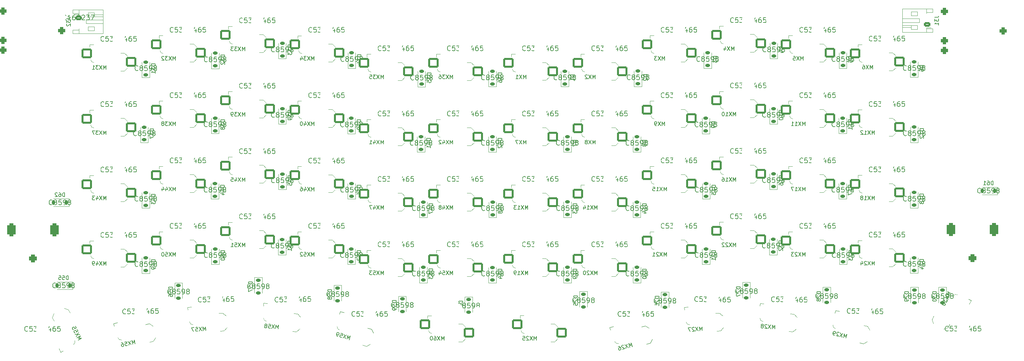
<source format=gbr>
%TF.GenerationSoftware,KiCad,Pcbnew,8.0.5*%
%TF.CreationDate,2024-10-07T12:12:51+02:00*%
%TF.ProjectId,chastity,63686173-7469-4747-992e-6b696361645f,rev?*%
%TF.SameCoordinates,Original*%
%TF.FileFunction,Legend,Bot*%
%TF.FilePolarity,Positive*%
%FSLAX46Y46*%
G04 Gerber Fmt 4.6, Leading zero omitted, Abs format (unit mm)*
G04 Created by KiCad (PCBNEW 8.0.5) date 2024-10-07 12:12:51*
%MOMM*%
%LPD*%
G01*
G04 APERTURE LIST*
G04 Aperture macros list*
%AMRoundRect*
0 Rectangle with rounded corners*
0 $1 Rounding radius*
0 $2 $3 $4 $5 $6 $7 $8 $9 X,Y pos of 4 corners*
0 Add a 4 corners polygon primitive as box body*
4,1,4,$2,$3,$4,$5,$6,$7,$8,$9,$2,$3,0*
0 Add four circle primitives for the rounded corners*
1,1,$1+$1,$2,$3*
1,1,$1+$1,$4,$5*
1,1,$1+$1,$6,$7*
1,1,$1+$1,$8,$9*
0 Add four rect primitives between the rounded corners*
20,1,$1+$1,$2,$3,$4,$5,0*
20,1,$1+$1,$4,$5,$6,$7,0*
20,1,$1+$1,$6,$7,$8,$9,0*
20,1,$1+$1,$8,$9,$2,$3,0*%
G04 Aperture macros list end*
%ADD10C,0.150000*%
%ADD11C,0.120000*%
%ADD12C,0.900000*%
%ADD13C,1.800000*%
%ADD14RoundRect,0.450000X-0.450000X-0.450000X0.450000X-0.450000X0.450000X0.450000X-0.450000X0.450000X0*%
%ADD15O,1.800000X4.340000*%
%ADD16C,2.000000*%
%ADD17RoundRect,0.500000X0.500000X-0.500000X0.500000X0.500000X-0.500000X0.500000X-0.500000X-0.500000X0*%
%ADD18RoundRect,0.550000X0.550000X-1.150000X0.550000X1.150000X-0.550000X1.150000X-0.550000X-1.150000X0*%
%ADD19C,1.700000*%
%ADD20C,3.400000*%
%ADD21C,3.300000*%
%ADD22RoundRect,0.260000X1.065000X1.040000X-1.065000X1.040000X-1.065000X-1.040000X1.065000X-1.040000X0*%
%ADD23RoundRect,0.260000X1.134952X0.963176X-0.989859X1.111757X-1.134952X-0.963176X0.989859X-1.111757X0*%
%ADD24RoundRect,0.225000X0.375000X-0.225000X0.375000X0.225000X-0.375000X0.225000X-0.375000X-0.225000X0*%
%ADD25RoundRect,0.225000X-0.375000X0.225000X-0.375000X-0.225000X0.375000X-0.225000X0.375000X0.225000X0*%
%ADD26RoundRect,0.225000X0.225000X0.375000X-0.225000X0.375000X-0.225000X-0.375000X0.225000X-0.375000X0*%
%ADD27RoundRect,0.260000X0.737081X1.293266X-1.310407X0.706158X-0.737081X-1.293266X1.310407X-0.706158X0*%
%ADD28RoundRect,0.260000X0.803755X1.252918X-1.271653X0.773772X-0.803755X-1.252918X1.271653X-0.773772X0*%
%ADD29RoundRect,0.260000X1.310407X0.706158X-0.737081X1.293266X-1.310407X-0.706158X0.737081X-1.293266X0*%
%ADD30RoundRect,0.260000X1.271653X0.773772X-0.803755X1.252918X-1.271653X-0.773772X0.803755X-1.252918X0*%
%ADD31RoundRect,0.260000X0.989859X1.111757X-1.134952X0.963176X-0.989859X-1.111757X1.134952X-0.963176X0*%
%ADD32O,1.750000X1.200000*%
%ADD33RoundRect,0.250000X0.625000X-0.350000X0.625000X0.350000X-0.625000X0.350000X-0.625000X-0.350000X0*%
%ADD34RoundRect,0.260000X0.443147X-1.421072X1.410147X0.476772X-0.443147X1.421072X-1.410147X-0.476772X0*%
%ADD35RoundRect,0.260000X-1.410147X0.476772X-0.443147X-1.421072X1.410147X-0.476772X0.443147X1.421072X0*%
%ADD36RoundRect,0.250000X-0.625000X0.350000X-0.625000X-0.350000X0.625000X-0.350000X0.625000X0.350000X0*%
%ADD37C,0.800000*%
G04 APERTURE END LIST*
D10*
X100396668Y108388181D02*
X100396668Y109388181D01*
X100396668Y109388181D02*
X100063335Y108673896D01*
X100063335Y108673896D02*
X99730002Y109388181D01*
X99730002Y109388181D02*
X99730002Y108388181D01*
X99349049Y109388181D02*
X98682383Y108388181D01*
X98682383Y109388181D02*
X99349049Y108388181D01*
X98396668Y109388181D02*
X97777621Y109388181D01*
X97777621Y109388181D02*
X98110954Y109007229D01*
X98110954Y109007229D02*
X97968097Y109007229D01*
X97968097Y109007229D02*
X97872859Y108959610D01*
X97872859Y108959610D02*
X97825240Y108911991D01*
X97825240Y108911991D02*
X97777621Y108816753D01*
X97777621Y108816753D02*
X97777621Y108578658D01*
X97777621Y108578658D02*
X97825240Y108483420D01*
X97825240Y108483420D02*
X97872859Y108435800D01*
X97872859Y108435800D02*
X97968097Y108388181D01*
X97968097Y108388181D02*
X98253811Y108388181D01*
X98253811Y108388181D02*
X98349049Y108435800D01*
X98349049Y108435800D02*
X98396668Y108483420D01*
X96872859Y109388181D02*
X97349049Y109388181D01*
X97349049Y109388181D02*
X97396668Y108911991D01*
X97396668Y108911991D02*
X97349049Y108959610D01*
X97349049Y108959610D02*
X97253811Y109007229D01*
X97253811Y109007229D02*
X97015716Y109007229D01*
X97015716Y109007229D02*
X96920478Y108959610D01*
X96920478Y108959610D02*
X96872859Y108911991D01*
X96872859Y108911991D02*
X96825240Y108816753D01*
X96825240Y108816753D02*
X96825240Y108578658D01*
X96825240Y108578658D02*
X96872859Y108483420D01*
X96872859Y108483420D02*
X96920478Y108435800D01*
X96920478Y108435800D02*
X97015716Y108388181D01*
X97015716Y108388181D02*
X97253811Y108388181D01*
X97253811Y108388181D02*
X97349049Y108435800D01*
X97349049Y108435800D02*
X97396668Y108483420D01*
X99794525Y115784227D02*
X99734049Y115723750D01*
X99734049Y115723750D02*
X99552620Y115663274D01*
X99552620Y115663274D02*
X99431668Y115663274D01*
X99431668Y115663274D02*
X99250239Y115723750D01*
X99250239Y115723750D02*
X99129287Y115844703D01*
X99129287Y115844703D02*
X99068810Y115965655D01*
X99068810Y115965655D02*
X99008334Y116207560D01*
X99008334Y116207560D02*
X99008334Y116388989D01*
X99008334Y116388989D02*
X99068810Y116630893D01*
X99068810Y116630893D02*
X99129287Y116751846D01*
X99129287Y116751846D02*
X99250239Y116872798D01*
X99250239Y116872798D02*
X99431668Y116933274D01*
X99431668Y116933274D02*
X99552620Y116933274D01*
X99552620Y116933274D02*
X99734049Y116872798D01*
X99734049Y116872798D02*
X99794525Y116812322D01*
X100943572Y116933274D02*
X100338810Y116933274D01*
X100338810Y116933274D02*
X100278334Y116328512D01*
X100278334Y116328512D02*
X100338810Y116388989D01*
X100338810Y116388989D02*
X100459763Y116449465D01*
X100459763Y116449465D02*
X100762144Y116449465D01*
X100762144Y116449465D02*
X100883096Y116388989D01*
X100883096Y116388989D02*
X100943572Y116328512D01*
X100943572Y116328512D02*
X101004049Y116207560D01*
X101004049Y116207560D02*
X101004049Y115905179D01*
X101004049Y115905179D02*
X100943572Y115784227D01*
X100943572Y115784227D02*
X100883096Y115723750D01*
X100883096Y115723750D02*
X100762144Y115663274D01*
X100762144Y115663274D02*
X100459763Y115663274D01*
X100459763Y115663274D02*
X100338810Y115723750D01*
X100338810Y115723750D02*
X100278334Y115784227D01*
X101427382Y116933274D02*
X102213573Y116933274D01*
X102213573Y116933274D02*
X101790239Y116449465D01*
X101790239Y116449465D02*
X101971668Y116449465D01*
X101971668Y116449465D02*
X102092620Y116388989D01*
X102092620Y116388989D02*
X102153096Y116328512D01*
X102153096Y116328512D02*
X102213573Y116207560D01*
X102213573Y116207560D02*
X102213573Y115905179D01*
X102213573Y115905179D02*
X102153096Y115784227D01*
X102153096Y115784227D02*
X102092620Y115723750D01*
X102092620Y115723750D02*
X101971668Y115663274D01*
X101971668Y115663274D02*
X101608811Y115663274D01*
X101608811Y115663274D02*
X101487858Y115723750D01*
X101487858Y115723750D02*
X101427382Y115784227D01*
X102636906Y116933274D02*
X103423097Y116933274D01*
X103423097Y116933274D02*
X102999763Y116449465D01*
X102999763Y116449465D02*
X103181192Y116449465D01*
X103181192Y116449465D02*
X103302144Y116388989D01*
X103302144Y116388989D02*
X103362620Y116328512D01*
X103362620Y116328512D02*
X103423097Y116207560D01*
X103423097Y116207560D02*
X103423097Y115905179D01*
X103423097Y115905179D02*
X103362620Y115784227D01*
X103362620Y115784227D02*
X103302144Y115723750D01*
X103302144Y115723750D02*
X103181192Y115663274D01*
X103181192Y115663274D02*
X102818335Y115663274D01*
X102818335Y115663274D02*
X102697382Y115723750D01*
X102697382Y115723750D02*
X102636906Y115784227D01*
X103846430Y116933274D02*
X104632621Y116933274D01*
X104632621Y116933274D02*
X104209287Y116449465D01*
X104209287Y116449465D02*
X104390716Y116449465D01*
X104390716Y116449465D02*
X104511668Y116388989D01*
X104511668Y116388989D02*
X104572144Y116328512D01*
X104572144Y116328512D02*
X104632621Y116207560D01*
X104632621Y116207560D02*
X104632621Y115905179D01*
X104632621Y115905179D02*
X104572144Y115784227D01*
X104572144Y115784227D02*
X104511668Y115723750D01*
X104511668Y115723750D02*
X104390716Y115663274D01*
X104390716Y115663274D02*
X104027859Y115663274D01*
X104027859Y115663274D02*
X103906906Y115723750D01*
X103906906Y115723750D02*
X103846430Y115784227D01*
X105721192Y116509941D02*
X105721192Y115663274D01*
X105418811Y116993750D02*
X105116430Y116086608D01*
X105116430Y116086608D02*
X105902621Y116086608D01*
X106930716Y116933274D02*
X106688811Y116933274D01*
X106688811Y116933274D02*
X106567859Y116872798D01*
X106567859Y116872798D02*
X106507383Y116812322D01*
X106507383Y116812322D02*
X106386430Y116630893D01*
X106386430Y116630893D02*
X106325954Y116388989D01*
X106325954Y116388989D02*
X106325954Y115905179D01*
X106325954Y115905179D02*
X106386430Y115784227D01*
X106386430Y115784227D02*
X106446907Y115723750D01*
X106446907Y115723750D02*
X106567859Y115663274D01*
X106567859Y115663274D02*
X106809764Y115663274D01*
X106809764Y115663274D02*
X106930716Y115723750D01*
X106930716Y115723750D02*
X106991192Y115784227D01*
X106991192Y115784227D02*
X107051669Y115905179D01*
X107051669Y115905179D02*
X107051669Y116207560D01*
X107051669Y116207560D02*
X106991192Y116328512D01*
X106991192Y116328512D02*
X106930716Y116388989D01*
X106930716Y116388989D02*
X106809764Y116449465D01*
X106809764Y116449465D02*
X106567859Y116449465D01*
X106567859Y116449465D02*
X106446907Y116388989D01*
X106446907Y116388989D02*
X106386430Y116328512D01*
X106386430Y116328512D02*
X106325954Y116207560D01*
X108200716Y116933274D02*
X107595954Y116933274D01*
X107595954Y116933274D02*
X107535478Y116328512D01*
X107535478Y116328512D02*
X107595954Y116388989D01*
X107595954Y116388989D02*
X107716907Y116449465D01*
X107716907Y116449465D02*
X108019288Y116449465D01*
X108019288Y116449465D02*
X108140240Y116388989D01*
X108140240Y116388989D02*
X108200716Y116328512D01*
X108200716Y116328512D02*
X108261193Y116207560D01*
X108261193Y116207560D02*
X108261193Y115905179D01*
X108261193Y115905179D02*
X108200716Y115784227D01*
X108200716Y115784227D02*
X108140240Y115723750D01*
X108140240Y115723750D02*
X108019288Y115663274D01*
X108019288Y115663274D02*
X107716907Y115663274D01*
X107716907Y115663274D02*
X107595954Y115723750D01*
X107595954Y115723750D02*
X107535478Y115784227D01*
X137888719Y57397736D02*
X137888719Y58397736D01*
X137888719Y58397736D02*
X137555386Y57683451D01*
X137555386Y57683451D02*
X137222053Y58397736D01*
X137222053Y58397736D02*
X137222053Y57397736D01*
X136841100Y58397736D02*
X136174434Y57397736D01*
X136174434Y58397736D02*
X136841100Y57397736D01*
X135269672Y57397736D02*
X135841100Y57397736D01*
X135555386Y57397736D02*
X135555386Y58397736D01*
X135555386Y58397736D02*
X135650624Y58254879D01*
X135650624Y58254879D02*
X135745862Y58159641D01*
X135745862Y58159641D02*
X135841100Y58112022D01*
X134793481Y57397736D02*
X134603005Y57397736D01*
X134603005Y57397736D02*
X134507767Y57445355D01*
X134507767Y57445355D02*
X134460148Y57492975D01*
X134460148Y57492975D02*
X134364910Y57635832D01*
X134364910Y57635832D02*
X134317291Y57826308D01*
X134317291Y57826308D02*
X134317291Y58207260D01*
X134317291Y58207260D02*
X134364910Y58302498D01*
X134364910Y58302498D02*
X134412529Y58350117D01*
X134412529Y58350117D02*
X134507767Y58397736D01*
X134507767Y58397736D02*
X134698243Y58397736D01*
X134698243Y58397736D02*
X134793481Y58350117D01*
X134793481Y58350117D02*
X134841100Y58302498D01*
X134841100Y58302498D02*
X134888719Y58207260D01*
X134888719Y58207260D02*
X134888719Y57969165D01*
X134888719Y57969165D02*
X134841100Y57873927D01*
X134841100Y57873927D02*
X134793481Y57826308D01*
X134793481Y57826308D02*
X134698243Y57778689D01*
X134698243Y57778689D02*
X134507767Y57778689D01*
X134507767Y57778689D02*
X134412529Y57826308D01*
X134412529Y57826308D02*
X134364910Y57873927D01*
X134364910Y57873927D02*
X134317291Y57969165D01*
X137286576Y64793782D02*
X137226100Y64733305D01*
X137226100Y64733305D02*
X137044671Y64672829D01*
X137044671Y64672829D02*
X136923719Y64672829D01*
X136923719Y64672829D02*
X136742290Y64733305D01*
X136742290Y64733305D02*
X136621338Y64854258D01*
X136621338Y64854258D02*
X136560861Y64975210D01*
X136560861Y64975210D02*
X136500385Y65217115D01*
X136500385Y65217115D02*
X136500385Y65398544D01*
X136500385Y65398544D02*
X136560861Y65640448D01*
X136560861Y65640448D02*
X136621338Y65761401D01*
X136621338Y65761401D02*
X136742290Y65882353D01*
X136742290Y65882353D02*
X136923719Y65942829D01*
X136923719Y65942829D02*
X137044671Y65942829D01*
X137044671Y65942829D02*
X137226100Y65882353D01*
X137226100Y65882353D02*
X137286576Y65821877D01*
X138435623Y65942829D02*
X137830861Y65942829D01*
X137830861Y65942829D02*
X137770385Y65338067D01*
X137770385Y65338067D02*
X137830861Y65398544D01*
X137830861Y65398544D02*
X137951814Y65459020D01*
X137951814Y65459020D02*
X138254195Y65459020D01*
X138254195Y65459020D02*
X138375147Y65398544D01*
X138375147Y65398544D02*
X138435623Y65338067D01*
X138435623Y65338067D02*
X138496100Y65217115D01*
X138496100Y65217115D02*
X138496100Y64914734D01*
X138496100Y64914734D02*
X138435623Y64793782D01*
X138435623Y64793782D02*
X138375147Y64733305D01*
X138375147Y64733305D02*
X138254195Y64672829D01*
X138254195Y64672829D02*
X137951814Y64672829D01*
X137951814Y64672829D02*
X137830861Y64733305D01*
X137830861Y64733305D02*
X137770385Y64793782D01*
X138919433Y65942829D02*
X139705624Y65942829D01*
X139705624Y65942829D02*
X139282290Y65459020D01*
X139282290Y65459020D02*
X139463719Y65459020D01*
X139463719Y65459020D02*
X139584671Y65398544D01*
X139584671Y65398544D02*
X139645147Y65338067D01*
X139645147Y65338067D02*
X139705624Y65217115D01*
X139705624Y65217115D02*
X139705624Y64914734D01*
X139705624Y64914734D02*
X139645147Y64793782D01*
X139645147Y64793782D02*
X139584671Y64733305D01*
X139584671Y64733305D02*
X139463719Y64672829D01*
X139463719Y64672829D02*
X139100862Y64672829D01*
X139100862Y64672829D02*
X138979909Y64733305D01*
X138979909Y64733305D02*
X138919433Y64793782D01*
X140128957Y65942829D02*
X140915148Y65942829D01*
X140915148Y65942829D02*
X140491814Y65459020D01*
X140491814Y65459020D02*
X140673243Y65459020D01*
X140673243Y65459020D02*
X140794195Y65398544D01*
X140794195Y65398544D02*
X140854671Y65338067D01*
X140854671Y65338067D02*
X140915148Y65217115D01*
X140915148Y65217115D02*
X140915148Y64914734D01*
X140915148Y64914734D02*
X140854671Y64793782D01*
X140854671Y64793782D02*
X140794195Y64733305D01*
X140794195Y64733305D02*
X140673243Y64672829D01*
X140673243Y64672829D02*
X140310386Y64672829D01*
X140310386Y64672829D02*
X140189433Y64733305D01*
X140189433Y64733305D02*
X140128957Y64793782D01*
X141338481Y65942829D02*
X142124672Y65942829D01*
X142124672Y65942829D02*
X141701338Y65459020D01*
X141701338Y65459020D02*
X141882767Y65459020D01*
X141882767Y65459020D02*
X142003719Y65398544D01*
X142003719Y65398544D02*
X142064195Y65338067D01*
X142064195Y65338067D02*
X142124672Y65217115D01*
X142124672Y65217115D02*
X142124672Y64914734D01*
X142124672Y64914734D02*
X142064195Y64793782D01*
X142064195Y64793782D02*
X142003719Y64733305D01*
X142003719Y64733305D02*
X141882767Y64672829D01*
X141882767Y64672829D02*
X141519910Y64672829D01*
X141519910Y64672829D02*
X141398957Y64733305D01*
X141398957Y64733305D02*
X141338481Y64793782D01*
X143213243Y65519496D02*
X143213243Y64672829D01*
X142910862Y66003305D02*
X142608481Y65096163D01*
X142608481Y65096163D02*
X143394672Y65096163D01*
X144422767Y65942829D02*
X144180862Y65942829D01*
X144180862Y65942829D02*
X144059910Y65882353D01*
X144059910Y65882353D02*
X143999434Y65821877D01*
X143999434Y65821877D02*
X143878481Y65640448D01*
X143878481Y65640448D02*
X143818005Y65398544D01*
X143818005Y65398544D02*
X143818005Y64914734D01*
X143818005Y64914734D02*
X143878481Y64793782D01*
X143878481Y64793782D02*
X143938958Y64733305D01*
X143938958Y64733305D02*
X144059910Y64672829D01*
X144059910Y64672829D02*
X144301815Y64672829D01*
X144301815Y64672829D02*
X144422767Y64733305D01*
X144422767Y64733305D02*
X144483243Y64793782D01*
X144483243Y64793782D02*
X144543720Y64914734D01*
X144543720Y64914734D02*
X144543720Y65217115D01*
X144543720Y65217115D02*
X144483243Y65338067D01*
X144483243Y65338067D02*
X144422767Y65398544D01*
X144422767Y65398544D02*
X144301815Y65459020D01*
X144301815Y65459020D02*
X144059910Y65459020D01*
X144059910Y65459020D02*
X143938958Y65398544D01*
X143938958Y65398544D02*
X143878481Y65338067D01*
X143878481Y65338067D02*
X143818005Y65217115D01*
X145692767Y65942829D02*
X145088005Y65942829D01*
X145088005Y65942829D02*
X145027529Y65338067D01*
X145027529Y65338067D02*
X145088005Y65398544D01*
X145088005Y65398544D02*
X145208958Y65459020D01*
X145208958Y65459020D02*
X145511339Y65459020D01*
X145511339Y65459020D02*
X145632291Y65398544D01*
X145632291Y65398544D02*
X145692767Y65338067D01*
X145692767Y65338067D02*
X145753244Y65217115D01*
X145753244Y65217115D02*
X145753244Y64914734D01*
X145753244Y64914734D02*
X145692767Y64793782D01*
X145692767Y64793782D02*
X145632291Y64733305D01*
X145632291Y64733305D02*
X145511339Y64672829D01*
X145511339Y64672829D02*
X145208958Y64672829D01*
X145208958Y64672829D02*
X145088005Y64733305D01*
X145088005Y64733305D02*
X145027529Y64793782D01*
X73109588Y43335059D02*
X73179344Y44332623D01*
X73179344Y44332623D02*
X72796997Y43643330D01*
X72796997Y43643330D02*
X72514302Y44379127D01*
X72514302Y44379127D02*
X72444545Y43381563D01*
X72134277Y44405701D02*
X71399478Y43454642D01*
X71469235Y44452206D02*
X72064521Y43408137D01*
X70614180Y44511997D02*
X71089210Y44478780D01*
X71089210Y44478780D02*
X71103496Y44000427D01*
X71103496Y44000427D02*
X71059315Y44051252D01*
X71059315Y44051252D02*
X70967630Y44105399D01*
X70967630Y44105399D02*
X70730115Y44122007D01*
X70730115Y44122007D02*
X70631787Y44081148D01*
X70631787Y44081148D02*
X70580962Y44036966D01*
X70580962Y44036966D02*
X70526816Y43945282D01*
X70526816Y43945282D02*
X70510207Y43707767D01*
X70510207Y43707767D02*
X70551067Y43609439D01*
X70551067Y43609439D02*
X70595248Y43558614D01*
X70595248Y43558614D02*
X70686932Y43504468D01*
X70686932Y43504468D02*
X70924448Y43487859D01*
X70924448Y43487859D02*
X71022775Y43528719D01*
X71022775Y43528719D02*
X71073600Y43572900D01*
X69966744Y44127652D02*
X70065072Y44168512D01*
X70065072Y44168512D02*
X70115897Y44212693D01*
X70115897Y44212693D02*
X70170043Y44304377D01*
X70170043Y44304377D02*
X70173365Y44351880D01*
X70173365Y44351880D02*
X70132506Y44450208D01*
X70132506Y44450208D02*
X70088324Y44501033D01*
X70088324Y44501033D02*
X69996640Y44555180D01*
X69996640Y44555180D02*
X69806628Y44568466D01*
X69806628Y44568466D02*
X69708300Y44527607D01*
X69708300Y44527607D02*
X69657475Y44483426D01*
X69657475Y44483426D02*
X69603329Y44391741D01*
X69603329Y44391741D02*
X69600007Y44344238D01*
X69600007Y44344238D02*
X69640866Y44245910D01*
X69640866Y44245910D02*
X69685048Y44195086D01*
X69685048Y44195086D02*
X69776732Y44140939D01*
X69776732Y44140939D02*
X69966744Y44127652D01*
X69966744Y44127652D02*
X70058429Y44073506D01*
X70058429Y44073506D02*
X70102610Y44022681D01*
X70102610Y44022681D02*
X70143470Y43924353D01*
X70143470Y43924353D02*
X70130183Y43734341D01*
X70130183Y43734341D02*
X70076036Y43642656D01*
X70076036Y43642656D02*
X70025211Y43598475D01*
X70025211Y43598475D02*
X69926883Y43557615D01*
X69926883Y43557615D02*
X69736871Y43570902D01*
X69736871Y43570902D02*
X69645187Y43625049D01*
X69645187Y43625049D02*
X69601006Y43675874D01*
X69601006Y43675874D02*
X69560146Y43774202D01*
X69560146Y43774202D02*
X69573433Y43964214D01*
X69573433Y43964214D02*
X69627579Y44055898D01*
X69627579Y44055898D02*
X69678404Y44100079D01*
X69678404Y44100079D02*
X69776732Y44140939D01*
X73056072Y50419141D02*
X72996661Y50357619D01*
X72996661Y50357619D02*
X72816315Y50293985D01*
X72816315Y50293985D02*
X72695381Y50291874D01*
X72695381Y50291874D02*
X72512925Y50349175D01*
X72512925Y50349175D02*
X72389880Y50467998D01*
X72389880Y50467998D02*
X72327302Y50587877D01*
X72327302Y50587877D02*
X72262613Y50828689D01*
X72262613Y50828689D02*
X72259447Y51010090D01*
X72259447Y51010090D02*
X72315692Y51253013D01*
X72315692Y51253013D02*
X72374048Y51375003D01*
X72374048Y51375003D02*
X72492871Y51498048D01*
X72492871Y51498048D02*
X72673217Y51561681D01*
X72673217Y51561681D02*
X72794151Y51563792D01*
X72794151Y51563792D02*
X72976607Y51506491D01*
X72976607Y51506491D02*
X73038130Y51447080D01*
X74184891Y51588067D02*
X73580222Y51577513D01*
X73580222Y51577513D02*
X73530309Y50971788D01*
X73530309Y50971788D02*
X73589721Y51033310D01*
X73589721Y51033310D02*
X73709599Y51095888D01*
X73709599Y51095888D02*
X74011934Y51101165D01*
X74011934Y51101165D02*
X74133923Y51042809D01*
X74133923Y51042809D02*
X74195446Y50983398D01*
X74195446Y50983398D02*
X74258024Y50863519D01*
X74258024Y50863519D02*
X74263301Y50561184D01*
X74263301Y50561184D02*
X74204945Y50439195D01*
X74204945Y50439195D02*
X74145533Y50377672D01*
X74145533Y50377672D02*
X74025655Y50315094D01*
X74025655Y50315094D02*
X73723320Y50309817D01*
X73723320Y50309817D02*
X73601331Y50368173D01*
X73601331Y50368173D02*
X73539808Y50427585D01*
X74668627Y51596511D02*
X75454698Y51610232D01*
X75454698Y51610232D02*
X75039873Y51119108D01*
X75039873Y51119108D02*
X75221274Y51122274D01*
X75221274Y51122274D02*
X75343263Y51063918D01*
X75343263Y51063918D02*
X75404786Y51004507D01*
X75404786Y51004507D02*
X75467364Y50884628D01*
X75467364Y50884628D02*
X75472641Y50582293D01*
X75472641Y50582293D02*
X75414285Y50460304D01*
X75414285Y50460304D02*
X75354873Y50398781D01*
X75354873Y50398781D02*
X75234995Y50336204D01*
X75234995Y50336204D02*
X74872193Y50329871D01*
X74872193Y50329871D02*
X74750203Y50388227D01*
X74750203Y50388227D02*
X74688681Y50447638D01*
X75877967Y51617620D02*
X76664038Y51631341D01*
X76664038Y51631341D02*
X76249213Y51140217D01*
X76249213Y51140217D02*
X76430614Y51143383D01*
X76430614Y51143383D02*
X76552603Y51085027D01*
X76552603Y51085027D02*
X76614125Y51025616D01*
X76614125Y51025616D02*
X76676703Y50905737D01*
X76676703Y50905737D02*
X76681981Y50603402D01*
X76681981Y50603402D02*
X76623625Y50481413D01*
X76623625Y50481413D02*
X76564213Y50419891D01*
X76564213Y50419891D02*
X76444334Y50357313D01*
X76444334Y50357313D02*
X76081533Y50350980D01*
X76081533Y50350980D02*
X75959543Y50409336D01*
X75959543Y50409336D02*
X75898021Y50468748D01*
X77087307Y51638729D02*
X77873378Y51652450D01*
X77873378Y51652450D02*
X77458552Y51161326D01*
X77458552Y51161326D02*
X77639953Y51164493D01*
X77639953Y51164493D02*
X77761943Y51106136D01*
X77761943Y51106136D02*
X77823465Y51046725D01*
X77823465Y51046725D02*
X77886043Y50926846D01*
X77886043Y50926846D02*
X77891320Y50624512D01*
X77891320Y50624512D02*
X77832964Y50502522D01*
X77832964Y50502522D02*
X77773553Y50441000D01*
X77773553Y50441000D02*
X77653674Y50378422D01*
X77653674Y50378422D02*
X77290872Y50372089D01*
X77290872Y50372089D02*
X77168883Y50430445D01*
X77168883Y50430445D02*
X77107361Y50489857D01*
X78969172Y51248180D02*
X78983948Y50401642D01*
X78658393Y51726638D02*
X78371890Y50814356D01*
X78371890Y50814356D02*
X79157961Y50828077D01*
X80171123Y51692557D02*
X79929255Y51688336D01*
X79929255Y51688336D02*
X79809377Y51625758D01*
X79809377Y51625758D02*
X79749965Y51564235D01*
X79749965Y51564235D02*
X79632198Y51380723D01*
X79632198Y51380723D02*
X79575953Y51137800D01*
X79575953Y51137800D02*
X79584396Y50654064D01*
X79584396Y50654064D02*
X79646974Y50534186D01*
X79646974Y50534186D02*
X79708497Y50474774D01*
X79708497Y50474774D02*
X79830486Y50416418D01*
X79830486Y50416418D02*
X80072354Y50420640D01*
X80072354Y50420640D02*
X80192232Y50483218D01*
X80192232Y50483218D02*
X80251644Y50544740D01*
X80251644Y50544740D02*
X80310000Y50666730D01*
X80310000Y50666730D02*
X80304723Y50969065D01*
X80304723Y50969065D02*
X80242145Y51088943D01*
X80242145Y51088943D02*
X80180622Y51148355D01*
X80180622Y51148355D02*
X80058633Y51206711D01*
X80058633Y51206711D02*
X79816765Y51202489D01*
X79816765Y51202489D02*
X79696886Y51139911D01*
X79696886Y51139911D02*
X79637475Y51078389D01*
X79637475Y51078389D02*
X79579119Y50956399D01*
X81440930Y51714722D02*
X80836260Y51704167D01*
X80836260Y51704167D02*
X80786348Y51098442D01*
X80786348Y51098442D02*
X80845759Y51159965D01*
X80845759Y51159965D02*
X80965638Y51222543D01*
X80965638Y51222543D02*
X81267973Y51227820D01*
X81267973Y51227820D02*
X81389962Y51169464D01*
X81389962Y51169464D02*
X81451485Y51110052D01*
X81451485Y51110052D02*
X81514062Y50990174D01*
X81514062Y50990174D02*
X81519340Y50687839D01*
X81519340Y50687839D02*
X81460984Y50565849D01*
X81460984Y50565849D02*
X81401572Y50504327D01*
X81401572Y50504327D02*
X81281694Y50441749D01*
X81281694Y50441749D02*
X80979359Y50436472D01*
X80979359Y50436472D02*
X80857369Y50494828D01*
X80857369Y50494828D02*
X80795847Y50554239D01*
X191412528Y115697736D02*
X191412528Y116697736D01*
X191412528Y116697736D02*
X191079195Y115983451D01*
X191079195Y115983451D02*
X190745862Y116697736D01*
X190745862Y116697736D02*
X190745862Y115697736D01*
X190364909Y116697736D02*
X189698243Y115697736D01*
X189698243Y116697736D02*
X190364909Y115697736D01*
X188888719Y116364403D02*
X188888719Y115697736D01*
X189126814Y116745355D02*
X189364909Y116031070D01*
X189364909Y116031070D02*
X188745862Y116031070D01*
X191286576Y123093782D02*
X191226100Y123033305D01*
X191226100Y123033305D02*
X191044671Y122972829D01*
X191044671Y122972829D02*
X190923719Y122972829D01*
X190923719Y122972829D02*
X190742290Y123033305D01*
X190742290Y123033305D02*
X190621338Y123154258D01*
X190621338Y123154258D02*
X190560861Y123275210D01*
X190560861Y123275210D02*
X190500385Y123517115D01*
X190500385Y123517115D02*
X190500385Y123698544D01*
X190500385Y123698544D02*
X190560861Y123940448D01*
X190560861Y123940448D02*
X190621338Y124061401D01*
X190621338Y124061401D02*
X190742290Y124182353D01*
X190742290Y124182353D02*
X190923719Y124242829D01*
X190923719Y124242829D02*
X191044671Y124242829D01*
X191044671Y124242829D02*
X191226100Y124182353D01*
X191226100Y124182353D02*
X191286576Y124121877D01*
X192435623Y124242829D02*
X191830861Y124242829D01*
X191830861Y124242829D02*
X191770385Y123638067D01*
X191770385Y123638067D02*
X191830861Y123698544D01*
X191830861Y123698544D02*
X191951814Y123759020D01*
X191951814Y123759020D02*
X192254195Y123759020D01*
X192254195Y123759020D02*
X192375147Y123698544D01*
X192375147Y123698544D02*
X192435623Y123638067D01*
X192435623Y123638067D02*
X192496100Y123517115D01*
X192496100Y123517115D02*
X192496100Y123214734D01*
X192496100Y123214734D02*
X192435623Y123093782D01*
X192435623Y123093782D02*
X192375147Y123033305D01*
X192375147Y123033305D02*
X192254195Y122972829D01*
X192254195Y122972829D02*
X191951814Y122972829D01*
X191951814Y122972829D02*
X191830861Y123033305D01*
X191830861Y123033305D02*
X191770385Y123093782D01*
X192919433Y124242829D02*
X193705624Y124242829D01*
X193705624Y124242829D02*
X193282290Y123759020D01*
X193282290Y123759020D02*
X193463719Y123759020D01*
X193463719Y123759020D02*
X193584671Y123698544D01*
X193584671Y123698544D02*
X193645147Y123638067D01*
X193645147Y123638067D02*
X193705624Y123517115D01*
X193705624Y123517115D02*
X193705624Y123214734D01*
X193705624Y123214734D02*
X193645147Y123093782D01*
X193645147Y123093782D02*
X193584671Y123033305D01*
X193584671Y123033305D02*
X193463719Y122972829D01*
X193463719Y122972829D02*
X193100862Y122972829D01*
X193100862Y122972829D02*
X192979909Y123033305D01*
X192979909Y123033305D02*
X192919433Y123093782D01*
X194128957Y124242829D02*
X194915148Y124242829D01*
X194915148Y124242829D02*
X194491814Y123759020D01*
X194491814Y123759020D02*
X194673243Y123759020D01*
X194673243Y123759020D02*
X194794195Y123698544D01*
X194794195Y123698544D02*
X194854671Y123638067D01*
X194854671Y123638067D02*
X194915148Y123517115D01*
X194915148Y123517115D02*
X194915148Y123214734D01*
X194915148Y123214734D02*
X194854671Y123093782D01*
X194854671Y123093782D02*
X194794195Y123033305D01*
X194794195Y123033305D02*
X194673243Y122972829D01*
X194673243Y122972829D02*
X194310386Y122972829D01*
X194310386Y122972829D02*
X194189433Y123033305D01*
X194189433Y123033305D02*
X194128957Y123093782D01*
X195338481Y124242829D02*
X196124672Y124242829D01*
X196124672Y124242829D02*
X195701338Y123759020D01*
X195701338Y123759020D02*
X195882767Y123759020D01*
X195882767Y123759020D02*
X196003719Y123698544D01*
X196003719Y123698544D02*
X196064195Y123638067D01*
X196064195Y123638067D02*
X196124672Y123517115D01*
X196124672Y123517115D02*
X196124672Y123214734D01*
X196124672Y123214734D02*
X196064195Y123093782D01*
X196064195Y123093782D02*
X196003719Y123033305D01*
X196003719Y123033305D02*
X195882767Y122972829D01*
X195882767Y122972829D02*
X195519910Y122972829D01*
X195519910Y122972829D02*
X195398957Y123033305D01*
X195398957Y123033305D02*
X195338481Y123093782D01*
X197213243Y123819496D02*
X197213243Y122972829D01*
X196910862Y124303305D02*
X196608481Y123396163D01*
X196608481Y123396163D02*
X197394672Y123396163D01*
X198422767Y124242829D02*
X198180862Y124242829D01*
X198180862Y124242829D02*
X198059910Y124182353D01*
X198059910Y124182353D02*
X197999434Y124121877D01*
X197999434Y124121877D02*
X197878481Y123940448D01*
X197878481Y123940448D02*
X197818005Y123698544D01*
X197818005Y123698544D02*
X197818005Y123214734D01*
X197818005Y123214734D02*
X197878481Y123093782D01*
X197878481Y123093782D02*
X197938958Y123033305D01*
X197938958Y123033305D02*
X198059910Y122972829D01*
X198059910Y122972829D02*
X198301815Y122972829D01*
X198301815Y122972829D02*
X198422767Y123033305D01*
X198422767Y123033305D02*
X198483243Y123093782D01*
X198483243Y123093782D02*
X198543720Y123214734D01*
X198543720Y123214734D02*
X198543720Y123517115D01*
X198543720Y123517115D02*
X198483243Y123638067D01*
X198483243Y123638067D02*
X198422767Y123698544D01*
X198422767Y123698544D02*
X198301815Y123759020D01*
X198301815Y123759020D02*
X198059910Y123759020D01*
X198059910Y123759020D02*
X197938958Y123698544D01*
X197938958Y123698544D02*
X197878481Y123638067D01*
X197878481Y123638067D02*
X197818005Y123517115D01*
X199692767Y124242829D02*
X199088005Y124242829D01*
X199088005Y124242829D02*
X199027529Y123638067D01*
X199027529Y123638067D02*
X199088005Y123698544D01*
X199088005Y123698544D02*
X199208958Y123759020D01*
X199208958Y123759020D02*
X199511339Y123759020D01*
X199511339Y123759020D02*
X199632291Y123698544D01*
X199632291Y123698544D02*
X199692767Y123638067D01*
X199692767Y123638067D02*
X199753244Y123517115D01*
X199753244Y123517115D02*
X199753244Y123214734D01*
X199753244Y123214734D02*
X199692767Y123093782D01*
X199692767Y123093782D02*
X199632291Y123033305D01*
X199632291Y123033305D02*
X199511339Y122972829D01*
X199511339Y122972829D02*
X199208958Y122972829D01*
X199208958Y122972829D02*
X199088005Y123033305D01*
X199088005Y123033305D02*
X199027529Y123093782D01*
X82401668Y96188181D02*
X82401668Y97188181D01*
X82401668Y97188181D02*
X82068335Y96473896D01*
X82068335Y96473896D02*
X81735002Y97188181D01*
X81735002Y97188181D02*
X81735002Y96188181D01*
X81354049Y97188181D02*
X80687383Y96188181D01*
X80687383Y97188181D02*
X81354049Y96188181D01*
X79877859Y96854848D02*
X79877859Y96188181D01*
X80115954Y97235800D02*
X80354049Y96521515D01*
X80354049Y96521515D02*
X79735002Y96521515D01*
X79163573Y97188181D02*
X79068335Y97188181D01*
X79068335Y97188181D02*
X78973097Y97140562D01*
X78973097Y97140562D02*
X78925478Y97092943D01*
X78925478Y97092943D02*
X78877859Y96997705D01*
X78877859Y96997705D02*
X78830240Y96807229D01*
X78830240Y96807229D02*
X78830240Y96569134D01*
X78830240Y96569134D02*
X78877859Y96378658D01*
X78877859Y96378658D02*
X78925478Y96283420D01*
X78925478Y96283420D02*
X78973097Y96235800D01*
X78973097Y96235800D02*
X79068335Y96188181D01*
X79068335Y96188181D02*
X79163573Y96188181D01*
X79163573Y96188181D02*
X79258811Y96235800D01*
X79258811Y96235800D02*
X79306430Y96283420D01*
X79306430Y96283420D02*
X79354049Y96378658D01*
X79354049Y96378658D02*
X79401668Y96569134D01*
X79401668Y96569134D02*
X79401668Y96807229D01*
X79401668Y96807229D02*
X79354049Y96997705D01*
X79354049Y96997705D02*
X79306430Y97092943D01*
X79306430Y97092943D02*
X79258811Y97140562D01*
X79258811Y97140562D02*
X79163573Y97188181D01*
X81799525Y103584227D02*
X81739049Y103523750D01*
X81739049Y103523750D02*
X81557620Y103463274D01*
X81557620Y103463274D02*
X81436668Y103463274D01*
X81436668Y103463274D02*
X81255239Y103523750D01*
X81255239Y103523750D02*
X81134287Y103644703D01*
X81134287Y103644703D02*
X81073810Y103765655D01*
X81073810Y103765655D02*
X81013334Y104007560D01*
X81013334Y104007560D02*
X81013334Y104188989D01*
X81013334Y104188989D02*
X81073810Y104430893D01*
X81073810Y104430893D02*
X81134287Y104551846D01*
X81134287Y104551846D02*
X81255239Y104672798D01*
X81255239Y104672798D02*
X81436668Y104733274D01*
X81436668Y104733274D02*
X81557620Y104733274D01*
X81557620Y104733274D02*
X81739049Y104672798D01*
X81739049Y104672798D02*
X81799525Y104612322D01*
X82948572Y104733274D02*
X82343810Y104733274D01*
X82343810Y104733274D02*
X82283334Y104128512D01*
X82283334Y104128512D02*
X82343810Y104188989D01*
X82343810Y104188989D02*
X82464763Y104249465D01*
X82464763Y104249465D02*
X82767144Y104249465D01*
X82767144Y104249465D02*
X82888096Y104188989D01*
X82888096Y104188989D02*
X82948572Y104128512D01*
X82948572Y104128512D02*
X83009049Y104007560D01*
X83009049Y104007560D02*
X83009049Y103705179D01*
X83009049Y103705179D02*
X82948572Y103584227D01*
X82948572Y103584227D02*
X82888096Y103523750D01*
X82888096Y103523750D02*
X82767144Y103463274D01*
X82767144Y103463274D02*
X82464763Y103463274D01*
X82464763Y103463274D02*
X82343810Y103523750D01*
X82343810Y103523750D02*
X82283334Y103584227D01*
X83432382Y104733274D02*
X84218573Y104733274D01*
X84218573Y104733274D02*
X83795239Y104249465D01*
X83795239Y104249465D02*
X83976668Y104249465D01*
X83976668Y104249465D02*
X84097620Y104188989D01*
X84097620Y104188989D02*
X84158096Y104128512D01*
X84158096Y104128512D02*
X84218573Y104007560D01*
X84218573Y104007560D02*
X84218573Y103705179D01*
X84218573Y103705179D02*
X84158096Y103584227D01*
X84158096Y103584227D02*
X84097620Y103523750D01*
X84097620Y103523750D02*
X83976668Y103463274D01*
X83976668Y103463274D02*
X83613811Y103463274D01*
X83613811Y103463274D02*
X83492858Y103523750D01*
X83492858Y103523750D02*
X83432382Y103584227D01*
X84641906Y104733274D02*
X85428097Y104733274D01*
X85428097Y104733274D02*
X85004763Y104249465D01*
X85004763Y104249465D02*
X85186192Y104249465D01*
X85186192Y104249465D02*
X85307144Y104188989D01*
X85307144Y104188989D02*
X85367620Y104128512D01*
X85367620Y104128512D02*
X85428097Y104007560D01*
X85428097Y104007560D02*
X85428097Y103705179D01*
X85428097Y103705179D02*
X85367620Y103584227D01*
X85367620Y103584227D02*
X85307144Y103523750D01*
X85307144Y103523750D02*
X85186192Y103463274D01*
X85186192Y103463274D02*
X84823335Y103463274D01*
X84823335Y103463274D02*
X84702382Y103523750D01*
X84702382Y103523750D02*
X84641906Y103584227D01*
X85851430Y104733274D02*
X86637621Y104733274D01*
X86637621Y104733274D02*
X86214287Y104249465D01*
X86214287Y104249465D02*
X86395716Y104249465D01*
X86395716Y104249465D02*
X86516668Y104188989D01*
X86516668Y104188989D02*
X86577144Y104128512D01*
X86577144Y104128512D02*
X86637621Y104007560D01*
X86637621Y104007560D02*
X86637621Y103705179D01*
X86637621Y103705179D02*
X86577144Y103584227D01*
X86577144Y103584227D02*
X86516668Y103523750D01*
X86516668Y103523750D02*
X86395716Y103463274D01*
X86395716Y103463274D02*
X86032859Y103463274D01*
X86032859Y103463274D02*
X85911906Y103523750D01*
X85911906Y103523750D02*
X85851430Y103584227D01*
X87726192Y104309941D02*
X87726192Y103463274D01*
X87423811Y104793750D02*
X87121430Y103886608D01*
X87121430Y103886608D02*
X87907621Y103886608D01*
X88935716Y104733274D02*
X88693811Y104733274D01*
X88693811Y104733274D02*
X88572859Y104672798D01*
X88572859Y104672798D02*
X88512383Y104612322D01*
X88512383Y104612322D02*
X88391430Y104430893D01*
X88391430Y104430893D02*
X88330954Y104188989D01*
X88330954Y104188989D02*
X88330954Y103705179D01*
X88330954Y103705179D02*
X88391430Y103584227D01*
X88391430Y103584227D02*
X88451907Y103523750D01*
X88451907Y103523750D02*
X88572859Y103463274D01*
X88572859Y103463274D02*
X88814764Y103463274D01*
X88814764Y103463274D02*
X88935716Y103523750D01*
X88935716Y103523750D02*
X88996192Y103584227D01*
X88996192Y103584227D02*
X89056669Y103705179D01*
X89056669Y103705179D02*
X89056669Y104007560D01*
X89056669Y104007560D02*
X88996192Y104128512D01*
X88996192Y104128512D02*
X88935716Y104188989D01*
X88935716Y104188989D02*
X88814764Y104249465D01*
X88814764Y104249465D02*
X88572859Y104249465D01*
X88572859Y104249465D02*
X88451907Y104188989D01*
X88451907Y104188989D02*
X88391430Y104128512D01*
X88391430Y104128512D02*
X88330954Y104007560D01*
X90205716Y104733274D02*
X89600954Y104733274D01*
X89600954Y104733274D02*
X89540478Y104128512D01*
X89540478Y104128512D02*
X89600954Y104188989D01*
X89600954Y104188989D02*
X89721907Y104249465D01*
X89721907Y104249465D02*
X90024288Y104249465D01*
X90024288Y104249465D02*
X90145240Y104188989D01*
X90145240Y104188989D02*
X90205716Y104128512D01*
X90205716Y104128512D02*
X90266193Y104007560D01*
X90266193Y104007560D02*
X90266193Y103705179D01*
X90266193Y103705179D02*
X90205716Y103584227D01*
X90205716Y103584227D02*
X90145240Y103523750D01*
X90145240Y103523750D02*
X90024288Y103463274D01*
X90024288Y103463274D02*
X89721907Y103463274D01*
X89721907Y103463274D02*
X89600954Y103523750D01*
X89600954Y103523750D02*
X89540478Y103584227D01*
X209888719Y96197736D02*
X209888719Y97197736D01*
X209888719Y97197736D02*
X209555386Y96483451D01*
X209555386Y96483451D02*
X209222053Y97197736D01*
X209222053Y97197736D02*
X209222053Y96197736D01*
X208841100Y97197736D02*
X208174434Y96197736D01*
X208174434Y97197736D02*
X208841100Y96197736D01*
X207269672Y96197736D02*
X207841100Y96197736D01*
X207555386Y96197736D02*
X207555386Y97197736D01*
X207555386Y97197736D02*
X207650624Y97054879D01*
X207650624Y97054879D02*
X207745862Y96959641D01*
X207745862Y96959641D02*
X207841100Y96912022D01*
X206317291Y96197736D02*
X206888719Y96197736D01*
X206603005Y96197736D02*
X206603005Y97197736D01*
X206603005Y97197736D02*
X206698243Y97054879D01*
X206698243Y97054879D02*
X206793481Y96959641D01*
X206793481Y96959641D02*
X206888719Y96912022D01*
X209286576Y103593782D02*
X209226100Y103533305D01*
X209226100Y103533305D02*
X209044671Y103472829D01*
X209044671Y103472829D02*
X208923719Y103472829D01*
X208923719Y103472829D02*
X208742290Y103533305D01*
X208742290Y103533305D02*
X208621338Y103654258D01*
X208621338Y103654258D02*
X208560861Y103775210D01*
X208560861Y103775210D02*
X208500385Y104017115D01*
X208500385Y104017115D02*
X208500385Y104198544D01*
X208500385Y104198544D02*
X208560861Y104440448D01*
X208560861Y104440448D02*
X208621338Y104561401D01*
X208621338Y104561401D02*
X208742290Y104682353D01*
X208742290Y104682353D02*
X208923719Y104742829D01*
X208923719Y104742829D02*
X209044671Y104742829D01*
X209044671Y104742829D02*
X209226100Y104682353D01*
X209226100Y104682353D02*
X209286576Y104621877D01*
X210435623Y104742829D02*
X209830861Y104742829D01*
X209830861Y104742829D02*
X209770385Y104138067D01*
X209770385Y104138067D02*
X209830861Y104198544D01*
X209830861Y104198544D02*
X209951814Y104259020D01*
X209951814Y104259020D02*
X210254195Y104259020D01*
X210254195Y104259020D02*
X210375147Y104198544D01*
X210375147Y104198544D02*
X210435623Y104138067D01*
X210435623Y104138067D02*
X210496100Y104017115D01*
X210496100Y104017115D02*
X210496100Y103714734D01*
X210496100Y103714734D02*
X210435623Y103593782D01*
X210435623Y103593782D02*
X210375147Y103533305D01*
X210375147Y103533305D02*
X210254195Y103472829D01*
X210254195Y103472829D02*
X209951814Y103472829D01*
X209951814Y103472829D02*
X209830861Y103533305D01*
X209830861Y103533305D02*
X209770385Y103593782D01*
X210919433Y104742829D02*
X211705624Y104742829D01*
X211705624Y104742829D02*
X211282290Y104259020D01*
X211282290Y104259020D02*
X211463719Y104259020D01*
X211463719Y104259020D02*
X211584671Y104198544D01*
X211584671Y104198544D02*
X211645147Y104138067D01*
X211645147Y104138067D02*
X211705624Y104017115D01*
X211705624Y104017115D02*
X211705624Y103714734D01*
X211705624Y103714734D02*
X211645147Y103593782D01*
X211645147Y103593782D02*
X211584671Y103533305D01*
X211584671Y103533305D02*
X211463719Y103472829D01*
X211463719Y103472829D02*
X211100862Y103472829D01*
X211100862Y103472829D02*
X210979909Y103533305D01*
X210979909Y103533305D02*
X210919433Y103593782D01*
X212128957Y104742829D02*
X212915148Y104742829D01*
X212915148Y104742829D02*
X212491814Y104259020D01*
X212491814Y104259020D02*
X212673243Y104259020D01*
X212673243Y104259020D02*
X212794195Y104198544D01*
X212794195Y104198544D02*
X212854671Y104138067D01*
X212854671Y104138067D02*
X212915148Y104017115D01*
X212915148Y104017115D02*
X212915148Y103714734D01*
X212915148Y103714734D02*
X212854671Y103593782D01*
X212854671Y103593782D02*
X212794195Y103533305D01*
X212794195Y103533305D02*
X212673243Y103472829D01*
X212673243Y103472829D02*
X212310386Y103472829D01*
X212310386Y103472829D02*
X212189433Y103533305D01*
X212189433Y103533305D02*
X212128957Y103593782D01*
X213338481Y104742829D02*
X214124672Y104742829D01*
X214124672Y104742829D02*
X213701338Y104259020D01*
X213701338Y104259020D02*
X213882767Y104259020D01*
X213882767Y104259020D02*
X214003719Y104198544D01*
X214003719Y104198544D02*
X214064195Y104138067D01*
X214064195Y104138067D02*
X214124672Y104017115D01*
X214124672Y104017115D02*
X214124672Y103714734D01*
X214124672Y103714734D02*
X214064195Y103593782D01*
X214064195Y103593782D02*
X214003719Y103533305D01*
X214003719Y103533305D02*
X213882767Y103472829D01*
X213882767Y103472829D02*
X213519910Y103472829D01*
X213519910Y103472829D02*
X213398957Y103533305D01*
X213398957Y103533305D02*
X213338481Y103593782D01*
X215213243Y104319496D02*
X215213243Y103472829D01*
X214910862Y104803305D02*
X214608481Y103896163D01*
X214608481Y103896163D02*
X215394672Y103896163D01*
X216422767Y104742829D02*
X216180862Y104742829D01*
X216180862Y104742829D02*
X216059910Y104682353D01*
X216059910Y104682353D02*
X215999434Y104621877D01*
X215999434Y104621877D02*
X215878481Y104440448D01*
X215878481Y104440448D02*
X215818005Y104198544D01*
X215818005Y104198544D02*
X215818005Y103714734D01*
X215818005Y103714734D02*
X215878481Y103593782D01*
X215878481Y103593782D02*
X215938958Y103533305D01*
X215938958Y103533305D02*
X216059910Y103472829D01*
X216059910Y103472829D02*
X216301815Y103472829D01*
X216301815Y103472829D02*
X216422767Y103533305D01*
X216422767Y103533305D02*
X216483243Y103593782D01*
X216483243Y103593782D02*
X216543720Y103714734D01*
X216543720Y103714734D02*
X216543720Y104017115D01*
X216543720Y104017115D02*
X216483243Y104138067D01*
X216483243Y104138067D02*
X216422767Y104198544D01*
X216422767Y104198544D02*
X216301815Y104259020D01*
X216301815Y104259020D02*
X216059910Y104259020D01*
X216059910Y104259020D02*
X215938958Y104198544D01*
X215938958Y104198544D02*
X215878481Y104138067D01*
X215878481Y104138067D02*
X215818005Y104017115D01*
X217692767Y104742829D02*
X217088005Y104742829D01*
X217088005Y104742829D02*
X217027529Y104138067D01*
X217027529Y104138067D02*
X217088005Y104198544D01*
X217088005Y104198544D02*
X217208958Y104259020D01*
X217208958Y104259020D02*
X217511339Y104259020D01*
X217511339Y104259020D02*
X217632291Y104198544D01*
X217632291Y104198544D02*
X217692767Y104138067D01*
X217692767Y104138067D02*
X217753244Y104017115D01*
X217753244Y104017115D02*
X217753244Y103714734D01*
X217753244Y103714734D02*
X217692767Y103593782D01*
X217692767Y103593782D02*
X217632291Y103533305D01*
X217632291Y103533305D02*
X217511339Y103472829D01*
X217511339Y103472829D02*
X217208958Y103472829D01*
X217208958Y103472829D02*
X217088005Y103533305D01*
X217088005Y103533305D02*
X217027529Y103593782D01*
X191888719Y98697736D02*
X191888719Y99697736D01*
X191888719Y99697736D02*
X191555386Y98983451D01*
X191555386Y98983451D02*
X191222053Y99697736D01*
X191222053Y99697736D02*
X191222053Y98697736D01*
X190841100Y99697736D02*
X190174434Y98697736D01*
X190174434Y99697736D02*
X190841100Y98697736D01*
X189269672Y98697736D02*
X189841100Y98697736D01*
X189555386Y98697736D02*
X189555386Y99697736D01*
X189555386Y99697736D02*
X189650624Y99554879D01*
X189650624Y99554879D02*
X189745862Y99459641D01*
X189745862Y99459641D02*
X189841100Y99412022D01*
X188650624Y99697736D02*
X188555386Y99697736D01*
X188555386Y99697736D02*
X188460148Y99650117D01*
X188460148Y99650117D02*
X188412529Y99602498D01*
X188412529Y99602498D02*
X188364910Y99507260D01*
X188364910Y99507260D02*
X188317291Y99316784D01*
X188317291Y99316784D02*
X188317291Y99078689D01*
X188317291Y99078689D02*
X188364910Y98888213D01*
X188364910Y98888213D02*
X188412529Y98792975D01*
X188412529Y98792975D02*
X188460148Y98745355D01*
X188460148Y98745355D02*
X188555386Y98697736D01*
X188555386Y98697736D02*
X188650624Y98697736D01*
X188650624Y98697736D02*
X188745862Y98745355D01*
X188745862Y98745355D02*
X188793481Y98792975D01*
X188793481Y98792975D02*
X188841100Y98888213D01*
X188841100Y98888213D02*
X188888719Y99078689D01*
X188888719Y99078689D02*
X188888719Y99316784D01*
X188888719Y99316784D02*
X188841100Y99507260D01*
X188841100Y99507260D02*
X188793481Y99602498D01*
X188793481Y99602498D02*
X188745862Y99650117D01*
X188745862Y99650117D02*
X188650624Y99697736D01*
X191286576Y106093782D02*
X191226100Y106033305D01*
X191226100Y106033305D02*
X191044671Y105972829D01*
X191044671Y105972829D02*
X190923719Y105972829D01*
X190923719Y105972829D02*
X190742290Y106033305D01*
X190742290Y106033305D02*
X190621338Y106154258D01*
X190621338Y106154258D02*
X190560861Y106275210D01*
X190560861Y106275210D02*
X190500385Y106517115D01*
X190500385Y106517115D02*
X190500385Y106698544D01*
X190500385Y106698544D02*
X190560861Y106940448D01*
X190560861Y106940448D02*
X190621338Y107061401D01*
X190621338Y107061401D02*
X190742290Y107182353D01*
X190742290Y107182353D02*
X190923719Y107242829D01*
X190923719Y107242829D02*
X191044671Y107242829D01*
X191044671Y107242829D02*
X191226100Y107182353D01*
X191226100Y107182353D02*
X191286576Y107121877D01*
X192435623Y107242829D02*
X191830861Y107242829D01*
X191830861Y107242829D02*
X191770385Y106638067D01*
X191770385Y106638067D02*
X191830861Y106698544D01*
X191830861Y106698544D02*
X191951814Y106759020D01*
X191951814Y106759020D02*
X192254195Y106759020D01*
X192254195Y106759020D02*
X192375147Y106698544D01*
X192375147Y106698544D02*
X192435623Y106638067D01*
X192435623Y106638067D02*
X192496100Y106517115D01*
X192496100Y106517115D02*
X192496100Y106214734D01*
X192496100Y106214734D02*
X192435623Y106093782D01*
X192435623Y106093782D02*
X192375147Y106033305D01*
X192375147Y106033305D02*
X192254195Y105972829D01*
X192254195Y105972829D02*
X191951814Y105972829D01*
X191951814Y105972829D02*
X191830861Y106033305D01*
X191830861Y106033305D02*
X191770385Y106093782D01*
X192919433Y107242829D02*
X193705624Y107242829D01*
X193705624Y107242829D02*
X193282290Y106759020D01*
X193282290Y106759020D02*
X193463719Y106759020D01*
X193463719Y106759020D02*
X193584671Y106698544D01*
X193584671Y106698544D02*
X193645147Y106638067D01*
X193645147Y106638067D02*
X193705624Y106517115D01*
X193705624Y106517115D02*
X193705624Y106214734D01*
X193705624Y106214734D02*
X193645147Y106093782D01*
X193645147Y106093782D02*
X193584671Y106033305D01*
X193584671Y106033305D02*
X193463719Y105972829D01*
X193463719Y105972829D02*
X193100862Y105972829D01*
X193100862Y105972829D02*
X192979909Y106033305D01*
X192979909Y106033305D02*
X192919433Y106093782D01*
X194128957Y107242829D02*
X194915148Y107242829D01*
X194915148Y107242829D02*
X194491814Y106759020D01*
X194491814Y106759020D02*
X194673243Y106759020D01*
X194673243Y106759020D02*
X194794195Y106698544D01*
X194794195Y106698544D02*
X194854671Y106638067D01*
X194854671Y106638067D02*
X194915148Y106517115D01*
X194915148Y106517115D02*
X194915148Y106214734D01*
X194915148Y106214734D02*
X194854671Y106093782D01*
X194854671Y106093782D02*
X194794195Y106033305D01*
X194794195Y106033305D02*
X194673243Y105972829D01*
X194673243Y105972829D02*
X194310386Y105972829D01*
X194310386Y105972829D02*
X194189433Y106033305D01*
X194189433Y106033305D02*
X194128957Y106093782D01*
X195338481Y107242829D02*
X196124672Y107242829D01*
X196124672Y107242829D02*
X195701338Y106759020D01*
X195701338Y106759020D02*
X195882767Y106759020D01*
X195882767Y106759020D02*
X196003719Y106698544D01*
X196003719Y106698544D02*
X196064195Y106638067D01*
X196064195Y106638067D02*
X196124672Y106517115D01*
X196124672Y106517115D02*
X196124672Y106214734D01*
X196124672Y106214734D02*
X196064195Y106093782D01*
X196064195Y106093782D02*
X196003719Y106033305D01*
X196003719Y106033305D02*
X195882767Y105972829D01*
X195882767Y105972829D02*
X195519910Y105972829D01*
X195519910Y105972829D02*
X195398957Y106033305D01*
X195398957Y106033305D02*
X195338481Y106093782D01*
X197213243Y106819496D02*
X197213243Y105972829D01*
X196910862Y107303305D02*
X196608481Y106396163D01*
X196608481Y106396163D02*
X197394672Y106396163D01*
X198422767Y107242829D02*
X198180862Y107242829D01*
X198180862Y107242829D02*
X198059910Y107182353D01*
X198059910Y107182353D02*
X197999434Y107121877D01*
X197999434Y107121877D02*
X197878481Y106940448D01*
X197878481Y106940448D02*
X197818005Y106698544D01*
X197818005Y106698544D02*
X197818005Y106214734D01*
X197818005Y106214734D02*
X197878481Y106093782D01*
X197878481Y106093782D02*
X197938958Y106033305D01*
X197938958Y106033305D02*
X198059910Y105972829D01*
X198059910Y105972829D02*
X198301815Y105972829D01*
X198301815Y105972829D02*
X198422767Y106033305D01*
X198422767Y106033305D02*
X198483243Y106093782D01*
X198483243Y106093782D02*
X198543720Y106214734D01*
X198543720Y106214734D02*
X198543720Y106517115D01*
X198543720Y106517115D02*
X198483243Y106638067D01*
X198483243Y106638067D02*
X198422767Y106698544D01*
X198422767Y106698544D02*
X198301815Y106759020D01*
X198301815Y106759020D02*
X198059910Y106759020D01*
X198059910Y106759020D02*
X197938958Y106698544D01*
X197938958Y106698544D02*
X197878481Y106638067D01*
X197878481Y106638067D02*
X197818005Y106517115D01*
X199692767Y107242829D02*
X199088005Y107242829D01*
X199088005Y107242829D02*
X199027529Y106638067D01*
X199027529Y106638067D02*
X199088005Y106698544D01*
X199088005Y106698544D02*
X199208958Y106759020D01*
X199208958Y106759020D02*
X199511339Y106759020D01*
X199511339Y106759020D02*
X199632291Y106698544D01*
X199632291Y106698544D02*
X199692767Y106638067D01*
X199692767Y106638067D02*
X199753244Y106517115D01*
X199753244Y106517115D02*
X199753244Y106214734D01*
X199753244Y106214734D02*
X199692767Y106093782D01*
X199692767Y106093782D02*
X199632291Y106033305D01*
X199632291Y106033305D02*
X199511339Y105972829D01*
X199511339Y105972829D02*
X199208958Y105972829D01*
X199208958Y105972829D02*
X199088005Y106033305D01*
X199088005Y106033305D02*
X199027529Y106093782D01*
X173888719Y79197736D02*
X173888719Y80197736D01*
X173888719Y80197736D02*
X173555386Y79483451D01*
X173555386Y79483451D02*
X173222053Y80197736D01*
X173222053Y80197736D02*
X173222053Y79197736D01*
X172841100Y80197736D02*
X172174434Y79197736D01*
X172174434Y80197736D02*
X172841100Y79197736D01*
X171269672Y79197736D02*
X171841100Y79197736D01*
X171555386Y79197736D02*
X171555386Y80197736D01*
X171555386Y80197736D02*
X171650624Y80054879D01*
X171650624Y80054879D02*
X171745862Y79959641D01*
X171745862Y79959641D02*
X171841100Y79912022D01*
X170364910Y80197736D02*
X170841100Y80197736D01*
X170841100Y80197736D02*
X170888719Y79721546D01*
X170888719Y79721546D02*
X170841100Y79769165D01*
X170841100Y79769165D02*
X170745862Y79816784D01*
X170745862Y79816784D02*
X170507767Y79816784D01*
X170507767Y79816784D02*
X170412529Y79769165D01*
X170412529Y79769165D02*
X170364910Y79721546D01*
X170364910Y79721546D02*
X170317291Y79626308D01*
X170317291Y79626308D02*
X170317291Y79388213D01*
X170317291Y79388213D02*
X170364910Y79292975D01*
X170364910Y79292975D02*
X170412529Y79245355D01*
X170412529Y79245355D02*
X170507767Y79197736D01*
X170507767Y79197736D02*
X170745862Y79197736D01*
X170745862Y79197736D02*
X170841100Y79245355D01*
X170841100Y79245355D02*
X170888719Y79292975D01*
X173286576Y86593782D02*
X173226100Y86533305D01*
X173226100Y86533305D02*
X173044671Y86472829D01*
X173044671Y86472829D02*
X172923719Y86472829D01*
X172923719Y86472829D02*
X172742290Y86533305D01*
X172742290Y86533305D02*
X172621338Y86654258D01*
X172621338Y86654258D02*
X172560861Y86775210D01*
X172560861Y86775210D02*
X172500385Y87017115D01*
X172500385Y87017115D02*
X172500385Y87198544D01*
X172500385Y87198544D02*
X172560861Y87440448D01*
X172560861Y87440448D02*
X172621338Y87561401D01*
X172621338Y87561401D02*
X172742290Y87682353D01*
X172742290Y87682353D02*
X172923719Y87742829D01*
X172923719Y87742829D02*
X173044671Y87742829D01*
X173044671Y87742829D02*
X173226100Y87682353D01*
X173226100Y87682353D02*
X173286576Y87621877D01*
X174435623Y87742829D02*
X173830861Y87742829D01*
X173830861Y87742829D02*
X173770385Y87138067D01*
X173770385Y87138067D02*
X173830861Y87198544D01*
X173830861Y87198544D02*
X173951814Y87259020D01*
X173951814Y87259020D02*
X174254195Y87259020D01*
X174254195Y87259020D02*
X174375147Y87198544D01*
X174375147Y87198544D02*
X174435623Y87138067D01*
X174435623Y87138067D02*
X174496100Y87017115D01*
X174496100Y87017115D02*
X174496100Y86714734D01*
X174496100Y86714734D02*
X174435623Y86593782D01*
X174435623Y86593782D02*
X174375147Y86533305D01*
X174375147Y86533305D02*
X174254195Y86472829D01*
X174254195Y86472829D02*
X173951814Y86472829D01*
X173951814Y86472829D02*
X173830861Y86533305D01*
X173830861Y86533305D02*
X173770385Y86593782D01*
X174919433Y87742829D02*
X175705624Y87742829D01*
X175705624Y87742829D02*
X175282290Y87259020D01*
X175282290Y87259020D02*
X175463719Y87259020D01*
X175463719Y87259020D02*
X175584671Y87198544D01*
X175584671Y87198544D02*
X175645147Y87138067D01*
X175645147Y87138067D02*
X175705624Y87017115D01*
X175705624Y87017115D02*
X175705624Y86714734D01*
X175705624Y86714734D02*
X175645147Y86593782D01*
X175645147Y86593782D02*
X175584671Y86533305D01*
X175584671Y86533305D02*
X175463719Y86472829D01*
X175463719Y86472829D02*
X175100862Y86472829D01*
X175100862Y86472829D02*
X174979909Y86533305D01*
X174979909Y86533305D02*
X174919433Y86593782D01*
X176128957Y87742829D02*
X176915148Y87742829D01*
X176915148Y87742829D02*
X176491814Y87259020D01*
X176491814Y87259020D02*
X176673243Y87259020D01*
X176673243Y87259020D02*
X176794195Y87198544D01*
X176794195Y87198544D02*
X176854671Y87138067D01*
X176854671Y87138067D02*
X176915148Y87017115D01*
X176915148Y87017115D02*
X176915148Y86714734D01*
X176915148Y86714734D02*
X176854671Y86593782D01*
X176854671Y86593782D02*
X176794195Y86533305D01*
X176794195Y86533305D02*
X176673243Y86472829D01*
X176673243Y86472829D02*
X176310386Y86472829D01*
X176310386Y86472829D02*
X176189433Y86533305D01*
X176189433Y86533305D02*
X176128957Y86593782D01*
X177338481Y87742829D02*
X178124672Y87742829D01*
X178124672Y87742829D02*
X177701338Y87259020D01*
X177701338Y87259020D02*
X177882767Y87259020D01*
X177882767Y87259020D02*
X178003719Y87198544D01*
X178003719Y87198544D02*
X178064195Y87138067D01*
X178064195Y87138067D02*
X178124672Y87017115D01*
X178124672Y87017115D02*
X178124672Y86714734D01*
X178124672Y86714734D02*
X178064195Y86593782D01*
X178064195Y86593782D02*
X178003719Y86533305D01*
X178003719Y86533305D02*
X177882767Y86472829D01*
X177882767Y86472829D02*
X177519910Y86472829D01*
X177519910Y86472829D02*
X177398957Y86533305D01*
X177398957Y86533305D02*
X177338481Y86593782D01*
X179213243Y87319496D02*
X179213243Y86472829D01*
X178910862Y87803305D02*
X178608481Y86896163D01*
X178608481Y86896163D02*
X179394672Y86896163D01*
X180422767Y87742829D02*
X180180862Y87742829D01*
X180180862Y87742829D02*
X180059910Y87682353D01*
X180059910Y87682353D02*
X179999434Y87621877D01*
X179999434Y87621877D02*
X179878481Y87440448D01*
X179878481Y87440448D02*
X179818005Y87198544D01*
X179818005Y87198544D02*
X179818005Y86714734D01*
X179818005Y86714734D02*
X179878481Y86593782D01*
X179878481Y86593782D02*
X179938958Y86533305D01*
X179938958Y86533305D02*
X180059910Y86472829D01*
X180059910Y86472829D02*
X180301815Y86472829D01*
X180301815Y86472829D02*
X180422767Y86533305D01*
X180422767Y86533305D02*
X180483243Y86593782D01*
X180483243Y86593782D02*
X180543720Y86714734D01*
X180543720Y86714734D02*
X180543720Y87017115D01*
X180543720Y87017115D02*
X180483243Y87138067D01*
X180483243Y87138067D02*
X180422767Y87198544D01*
X180422767Y87198544D02*
X180301815Y87259020D01*
X180301815Y87259020D02*
X180059910Y87259020D01*
X180059910Y87259020D02*
X179938958Y87198544D01*
X179938958Y87198544D02*
X179878481Y87138067D01*
X179878481Y87138067D02*
X179818005Y87017115D01*
X181692767Y87742829D02*
X181088005Y87742829D01*
X181088005Y87742829D02*
X181027529Y87138067D01*
X181027529Y87138067D02*
X181088005Y87198544D01*
X181088005Y87198544D02*
X181208958Y87259020D01*
X181208958Y87259020D02*
X181511339Y87259020D01*
X181511339Y87259020D02*
X181632291Y87198544D01*
X181632291Y87198544D02*
X181692767Y87138067D01*
X181692767Y87138067D02*
X181753244Y87017115D01*
X181753244Y87017115D02*
X181753244Y86714734D01*
X181753244Y86714734D02*
X181692767Y86593782D01*
X181692767Y86593782D02*
X181632291Y86533305D01*
X181632291Y86533305D02*
X181511339Y86472829D01*
X181511339Y86472829D02*
X181208958Y86472829D01*
X181208958Y86472829D02*
X181088005Y86533305D01*
X181088005Y86533305D02*
X181027529Y86593782D01*
X116151668Y40378181D02*
X116151668Y41378181D01*
X116151668Y41378181D02*
X115818335Y40663896D01*
X115818335Y40663896D02*
X115485002Y41378181D01*
X115485002Y41378181D02*
X115485002Y40378181D01*
X115104049Y41378181D02*
X114437383Y40378181D01*
X114437383Y41378181D02*
X115104049Y40378181D01*
X113627859Y41378181D02*
X113818335Y41378181D01*
X113818335Y41378181D02*
X113913573Y41330562D01*
X113913573Y41330562D02*
X113961192Y41282943D01*
X113961192Y41282943D02*
X114056430Y41140086D01*
X114056430Y41140086D02*
X114104049Y40949610D01*
X114104049Y40949610D02*
X114104049Y40568658D01*
X114104049Y40568658D02*
X114056430Y40473420D01*
X114056430Y40473420D02*
X114008811Y40425800D01*
X114008811Y40425800D02*
X113913573Y40378181D01*
X113913573Y40378181D02*
X113723097Y40378181D01*
X113723097Y40378181D02*
X113627859Y40425800D01*
X113627859Y40425800D02*
X113580240Y40473420D01*
X113580240Y40473420D02*
X113532621Y40568658D01*
X113532621Y40568658D02*
X113532621Y40806753D01*
X113532621Y40806753D02*
X113580240Y40901991D01*
X113580240Y40901991D02*
X113627859Y40949610D01*
X113627859Y40949610D02*
X113723097Y40997229D01*
X113723097Y40997229D02*
X113913573Y40997229D01*
X113913573Y40997229D02*
X114008811Y40949610D01*
X114008811Y40949610D02*
X114056430Y40901991D01*
X114056430Y40901991D02*
X114104049Y40806753D01*
X112913573Y41378181D02*
X112818335Y41378181D01*
X112818335Y41378181D02*
X112723097Y41330562D01*
X112723097Y41330562D02*
X112675478Y41282943D01*
X112675478Y41282943D02*
X112627859Y41187705D01*
X112627859Y41187705D02*
X112580240Y40997229D01*
X112580240Y40997229D02*
X112580240Y40759134D01*
X112580240Y40759134D02*
X112627859Y40568658D01*
X112627859Y40568658D02*
X112675478Y40473420D01*
X112675478Y40473420D02*
X112723097Y40425800D01*
X112723097Y40425800D02*
X112818335Y40378181D01*
X112818335Y40378181D02*
X112913573Y40378181D01*
X112913573Y40378181D02*
X113008811Y40425800D01*
X113008811Y40425800D02*
X113056430Y40473420D01*
X113056430Y40473420D02*
X113104049Y40568658D01*
X113104049Y40568658D02*
X113151668Y40759134D01*
X113151668Y40759134D02*
X113151668Y40997229D01*
X113151668Y40997229D02*
X113104049Y41187705D01*
X113104049Y41187705D02*
X113056430Y41282943D01*
X113056430Y41282943D02*
X113008811Y41330562D01*
X113008811Y41330562D02*
X112913573Y41378181D01*
X131161020Y92861298D02*
X130161020Y92861298D01*
X130161020Y92861298D02*
X130161020Y92623203D01*
X130161020Y92623203D02*
X130208639Y92480346D01*
X130208639Y92480346D02*
X130303877Y92385108D01*
X130303877Y92385108D02*
X130399115Y92337489D01*
X130399115Y92337489D02*
X130589591Y92289870D01*
X130589591Y92289870D02*
X130732448Y92289870D01*
X130732448Y92289870D02*
X130922924Y92337489D01*
X130922924Y92337489D02*
X131018162Y92385108D01*
X131018162Y92385108D02*
X131113401Y92480346D01*
X131113401Y92480346D02*
X131161020Y92623203D01*
X131161020Y92623203D02*
X131161020Y92861298D01*
X130494353Y91432727D02*
X131161020Y91432727D01*
X130113401Y91670822D02*
X130827686Y91908917D01*
X130827686Y91908917D02*
X130827686Y91289870D01*
X130256258Y90956536D02*
X130208639Y90908917D01*
X130208639Y90908917D02*
X130161020Y90813679D01*
X130161020Y90813679D02*
X130161020Y90575584D01*
X130161020Y90575584D02*
X130208639Y90480346D01*
X130208639Y90480346D02*
X130256258Y90432727D01*
X130256258Y90432727D02*
X130351496Y90385108D01*
X130351496Y90385108D02*
X130446734Y90385108D01*
X130446734Y90385108D02*
X130589591Y90432727D01*
X130589591Y90432727D02*
X131161020Y91004155D01*
X131161020Y91004155D02*
X131161020Y90385108D01*
X126680248Y91188239D02*
X126619772Y91127762D01*
X126619772Y91127762D02*
X126438343Y91067286D01*
X126438343Y91067286D02*
X126317391Y91067286D01*
X126317391Y91067286D02*
X126135962Y91127762D01*
X126135962Y91127762D02*
X126015010Y91248715D01*
X126015010Y91248715D02*
X125954533Y91369667D01*
X125954533Y91369667D02*
X125894057Y91611572D01*
X125894057Y91611572D02*
X125894057Y91793001D01*
X125894057Y91793001D02*
X125954533Y92034905D01*
X125954533Y92034905D02*
X126015010Y92155858D01*
X126015010Y92155858D02*
X126135962Y92276810D01*
X126135962Y92276810D02*
X126317391Y92337286D01*
X126317391Y92337286D02*
X126438343Y92337286D01*
X126438343Y92337286D02*
X126619772Y92276810D01*
X126619772Y92276810D02*
X126680248Y92216334D01*
X127405962Y91793001D02*
X127285010Y91853477D01*
X127285010Y91853477D02*
X127224533Y91913953D01*
X127224533Y91913953D02*
X127164057Y92034905D01*
X127164057Y92034905D02*
X127164057Y92095382D01*
X127164057Y92095382D02*
X127224533Y92216334D01*
X127224533Y92216334D02*
X127285010Y92276810D01*
X127285010Y92276810D02*
X127405962Y92337286D01*
X127405962Y92337286D02*
X127647867Y92337286D01*
X127647867Y92337286D02*
X127768819Y92276810D01*
X127768819Y92276810D02*
X127829295Y92216334D01*
X127829295Y92216334D02*
X127889772Y92095382D01*
X127889772Y92095382D02*
X127889772Y92034905D01*
X127889772Y92034905D02*
X127829295Y91913953D01*
X127829295Y91913953D02*
X127768819Y91853477D01*
X127768819Y91853477D02*
X127647867Y91793001D01*
X127647867Y91793001D02*
X127405962Y91793001D01*
X127405962Y91793001D02*
X127285010Y91732524D01*
X127285010Y91732524D02*
X127224533Y91672048D01*
X127224533Y91672048D02*
X127164057Y91551096D01*
X127164057Y91551096D02*
X127164057Y91309191D01*
X127164057Y91309191D02*
X127224533Y91188239D01*
X127224533Y91188239D02*
X127285010Y91127762D01*
X127285010Y91127762D02*
X127405962Y91067286D01*
X127405962Y91067286D02*
X127647867Y91067286D01*
X127647867Y91067286D02*
X127768819Y91127762D01*
X127768819Y91127762D02*
X127829295Y91188239D01*
X127829295Y91188239D02*
X127889772Y91309191D01*
X127889772Y91309191D02*
X127889772Y91551096D01*
X127889772Y91551096D02*
X127829295Y91672048D01*
X127829295Y91672048D02*
X127768819Y91732524D01*
X127768819Y91732524D02*
X127647867Y91793001D01*
X129038819Y92337286D02*
X128434057Y92337286D01*
X128434057Y92337286D02*
X128373581Y91732524D01*
X128373581Y91732524D02*
X128434057Y91793001D01*
X128434057Y91793001D02*
X128555010Y91853477D01*
X128555010Y91853477D02*
X128857391Y91853477D01*
X128857391Y91853477D02*
X128978343Y91793001D01*
X128978343Y91793001D02*
X129038819Y91732524D01*
X129038819Y91732524D02*
X129099296Y91611572D01*
X129099296Y91611572D02*
X129099296Y91309191D01*
X129099296Y91309191D02*
X129038819Y91188239D01*
X129038819Y91188239D02*
X128978343Y91127762D01*
X128978343Y91127762D02*
X128857391Y91067286D01*
X128857391Y91067286D02*
X128555010Y91067286D01*
X128555010Y91067286D02*
X128434057Y91127762D01*
X128434057Y91127762D02*
X128373581Y91188239D01*
X129704058Y91067286D02*
X129945962Y91067286D01*
X129945962Y91067286D02*
X130066915Y91127762D01*
X130066915Y91127762D02*
X130127391Y91188239D01*
X130127391Y91188239D02*
X130248343Y91369667D01*
X130248343Y91369667D02*
X130308820Y91611572D01*
X130308820Y91611572D02*
X130308820Y92095382D01*
X130308820Y92095382D02*
X130248343Y92216334D01*
X130248343Y92216334D02*
X130187867Y92276810D01*
X130187867Y92276810D02*
X130066915Y92337286D01*
X130066915Y92337286D02*
X129825010Y92337286D01*
X129825010Y92337286D02*
X129704058Y92276810D01*
X129704058Y92276810D02*
X129643581Y92216334D01*
X129643581Y92216334D02*
X129583105Y92095382D01*
X129583105Y92095382D02*
X129583105Y91793001D01*
X129583105Y91793001D02*
X129643581Y91672048D01*
X129643581Y91672048D02*
X129704058Y91611572D01*
X129704058Y91611572D02*
X129825010Y91551096D01*
X129825010Y91551096D02*
X130066915Y91551096D01*
X130066915Y91551096D02*
X130187867Y91611572D01*
X130187867Y91611572D02*
X130248343Y91672048D01*
X130248343Y91672048D02*
X130308820Y91793001D01*
X131034534Y91793001D02*
X130913582Y91853477D01*
X130913582Y91853477D02*
X130853105Y91913953D01*
X130853105Y91913953D02*
X130792629Y92034905D01*
X130792629Y92034905D02*
X130792629Y92095382D01*
X130792629Y92095382D02*
X130853105Y92216334D01*
X130853105Y92216334D02*
X130913582Y92276810D01*
X130913582Y92276810D02*
X131034534Y92337286D01*
X131034534Y92337286D02*
X131276439Y92337286D01*
X131276439Y92337286D02*
X131397391Y92276810D01*
X131397391Y92276810D02*
X131457867Y92216334D01*
X131457867Y92216334D02*
X131518344Y92095382D01*
X131518344Y92095382D02*
X131518344Y92034905D01*
X131518344Y92034905D02*
X131457867Y91913953D01*
X131457867Y91913953D02*
X131397391Y91853477D01*
X131397391Y91853477D02*
X131276439Y91793001D01*
X131276439Y91793001D02*
X131034534Y91793001D01*
X131034534Y91793001D02*
X130913582Y91732524D01*
X130913582Y91732524D02*
X130853105Y91672048D01*
X130853105Y91672048D02*
X130792629Y91551096D01*
X130792629Y91551096D02*
X130792629Y91309191D01*
X130792629Y91309191D02*
X130853105Y91188239D01*
X130853105Y91188239D02*
X130913582Y91127762D01*
X130913582Y91127762D02*
X131034534Y91067286D01*
X131034534Y91067286D02*
X131276439Y91067286D01*
X131276439Y91067286D02*
X131397391Y91127762D01*
X131397391Y91127762D02*
X131457867Y91188239D01*
X131457867Y91188239D02*
X131518344Y91309191D01*
X131518344Y91309191D02*
X131518344Y91551096D01*
X131518344Y91551096D02*
X131457867Y91672048D01*
X131457867Y91672048D02*
X131397391Y91732524D01*
X131397391Y91732524D02*
X131276439Y91793001D01*
X204201634Y116670650D02*
X203201634Y116670650D01*
X203201634Y116670650D02*
X203201634Y116432555D01*
X203201634Y116432555D02*
X203249253Y116289698D01*
X203249253Y116289698D02*
X203344491Y116194460D01*
X203344491Y116194460D02*
X203439729Y116146841D01*
X203439729Y116146841D02*
X203630205Y116099222D01*
X203630205Y116099222D02*
X203773062Y116099222D01*
X203773062Y116099222D02*
X203963538Y116146841D01*
X203963538Y116146841D02*
X204058776Y116194460D01*
X204058776Y116194460D02*
X204154015Y116289698D01*
X204154015Y116289698D02*
X204201634Y116432555D01*
X204201634Y116432555D02*
X204201634Y116670650D01*
X203534967Y115242079D02*
X204201634Y115242079D01*
X203154015Y115480174D02*
X203868300Y115718269D01*
X203868300Y115718269D02*
X203868300Y115099222D01*
X199720862Y115473782D02*
X199660386Y115413305D01*
X199660386Y115413305D02*
X199478957Y115352829D01*
X199478957Y115352829D02*
X199358005Y115352829D01*
X199358005Y115352829D02*
X199176576Y115413305D01*
X199176576Y115413305D02*
X199055624Y115534258D01*
X199055624Y115534258D02*
X198995147Y115655210D01*
X198995147Y115655210D02*
X198934671Y115897115D01*
X198934671Y115897115D02*
X198934671Y116078544D01*
X198934671Y116078544D02*
X198995147Y116320448D01*
X198995147Y116320448D02*
X199055624Y116441401D01*
X199055624Y116441401D02*
X199176576Y116562353D01*
X199176576Y116562353D02*
X199358005Y116622829D01*
X199358005Y116622829D02*
X199478957Y116622829D01*
X199478957Y116622829D02*
X199660386Y116562353D01*
X199660386Y116562353D02*
X199720862Y116501877D01*
X200446576Y116078544D02*
X200325624Y116139020D01*
X200325624Y116139020D02*
X200265147Y116199496D01*
X200265147Y116199496D02*
X200204671Y116320448D01*
X200204671Y116320448D02*
X200204671Y116380925D01*
X200204671Y116380925D02*
X200265147Y116501877D01*
X200265147Y116501877D02*
X200325624Y116562353D01*
X200325624Y116562353D02*
X200446576Y116622829D01*
X200446576Y116622829D02*
X200688481Y116622829D01*
X200688481Y116622829D02*
X200809433Y116562353D01*
X200809433Y116562353D02*
X200869909Y116501877D01*
X200869909Y116501877D02*
X200930386Y116380925D01*
X200930386Y116380925D02*
X200930386Y116320448D01*
X200930386Y116320448D02*
X200869909Y116199496D01*
X200869909Y116199496D02*
X200809433Y116139020D01*
X200809433Y116139020D02*
X200688481Y116078544D01*
X200688481Y116078544D02*
X200446576Y116078544D01*
X200446576Y116078544D02*
X200325624Y116018067D01*
X200325624Y116018067D02*
X200265147Y115957591D01*
X200265147Y115957591D02*
X200204671Y115836639D01*
X200204671Y115836639D02*
X200204671Y115594734D01*
X200204671Y115594734D02*
X200265147Y115473782D01*
X200265147Y115473782D02*
X200325624Y115413305D01*
X200325624Y115413305D02*
X200446576Y115352829D01*
X200446576Y115352829D02*
X200688481Y115352829D01*
X200688481Y115352829D02*
X200809433Y115413305D01*
X200809433Y115413305D02*
X200869909Y115473782D01*
X200869909Y115473782D02*
X200930386Y115594734D01*
X200930386Y115594734D02*
X200930386Y115836639D01*
X200930386Y115836639D02*
X200869909Y115957591D01*
X200869909Y115957591D02*
X200809433Y116018067D01*
X200809433Y116018067D02*
X200688481Y116078544D01*
X202079433Y116622829D02*
X201474671Y116622829D01*
X201474671Y116622829D02*
X201414195Y116018067D01*
X201414195Y116018067D02*
X201474671Y116078544D01*
X201474671Y116078544D02*
X201595624Y116139020D01*
X201595624Y116139020D02*
X201898005Y116139020D01*
X201898005Y116139020D02*
X202018957Y116078544D01*
X202018957Y116078544D02*
X202079433Y116018067D01*
X202079433Y116018067D02*
X202139910Y115897115D01*
X202139910Y115897115D02*
X202139910Y115594734D01*
X202139910Y115594734D02*
X202079433Y115473782D01*
X202079433Y115473782D02*
X202018957Y115413305D01*
X202018957Y115413305D02*
X201898005Y115352829D01*
X201898005Y115352829D02*
X201595624Y115352829D01*
X201595624Y115352829D02*
X201474671Y115413305D01*
X201474671Y115413305D02*
X201414195Y115473782D01*
X202744672Y115352829D02*
X202986576Y115352829D01*
X202986576Y115352829D02*
X203107529Y115413305D01*
X203107529Y115413305D02*
X203168005Y115473782D01*
X203168005Y115473782D02*
X203288957Y115655210D01*
X203288957Y115655210D02*
X203349434Y115897115D01*
X203349434Y115897115D02*
X203349434Y116380925D01*
X203349434Y116380925D02*
X203288957Y116501877D01*
X203288957Y116501877D02*
X203228481Y116562353D01*
X203228481Y116562353D02*
X203107529Y116622829D01*
X203107529Y116622829D02*
X202865624Y116622829D01*
X202865624Y116622829D02*
X202744672Y116562353D01*
X202744672Y116562353D02*
X202684195Y116501877D01*
X202684195Y116501877D02*
X202623719Y116380925D01*
X202623719Y116380925D02*
X202623719Y116078544D01*
X202623719Y116078544D02*
X202684195Y115957591D01*
X202684195Y115957591D02*
X202744672Y115897115D01*
X202744672Y115897115D02*
X202865624Y115836639D01*
X202865624Y115836639D02*
X203107529Y115836639D01*
X203107529Y115836639D02*
X203228481Y115897115D01*
X203228481Y115897115D02*
X203288957Y115957591D01*
X203288957Y115957591D02*
X203349434Y116078544D01*
X204075148Y116078544D02*
X203954196Y116139020D01*
X203954196Y116139020D02*
X203893719Y116199496D01*
X203893719Y116199496D02*
X203833243Y116320448D01*
X203833243Y116320448D02*
X203833243Y116380925D01*
X203833243Y116380925D02*
X203893719Y116501877D01*
X203893719Y116501877D02*
X203954196Y116562353D01*
X203954196Y116562353D02*
X204075148Y116622829D01*
X204075148Y116622829D02*
X204317053Y116622829D01*
X204317053Y116622829D02*
X204438005Y116562353D01*
X204438005Y116562353D02*
X204498481Y116501877D01*
X204498481Y116501877D02*
X204558958Y116380925D01*
X204558958Y116380925D02*
X204558958Y116320448D01*
X204558958Y116320448D02*
X204498481Y116199496D01*
X204498481Y116199496D02*
X204438005Y116139020D01*
X204438005Y116139020D02*
X204317053Y116078544D01*
X204317053Y116078544D02*
X204075148Y116078544D01*
X204075148Y116078544D02*
X203954196Y116018067D01*
X203954196Y116018067D02*
X203893719Y115957591D01*
X203893719Y115957591D02*
X203833243Y115836639D01*
X203833243Y115836639D02*
X203833243Y115594734D01*
X203833243Y115594734D02*
X203893719Y115473782D01*
X203893719Y115473782D02*
X203954196Y115413305D01*
X203954196Y115413305D02*
X204075148Y115352829D01*
X204075148Y115352829D02*
X204317053Y115352829D01*
X204317053Y115352829D02*
X204438005Y115413305D01*
X204438005Y115413305D02*
X204498481Y115473782D01*
X204498481Y115473782D02*
X204558958Y115594734D01*
X204558958Y115594734D02*
X204558958Y115836639D01*
X204558958Y115836639D02*
X204498481Y115957591D01*
X204498481Y115957591D02*
X204438005Y116018067D01*
X204438005Y116018067D02*
X204317053Y116078544D01*
X76624583Y83117286D02*
X75624583Y83117286D01*
X75624583Y83117286D02*
X75624583Y82879191D01*
X75624583Y82879191D02*
X75672202Y82736334D01*
X75672202Y82736334D02*
X75767440Y82641096D01*
X75767440Y82641096D02*
X75862678Y82593477D01*
X75862678Y82593477D02*
X76053154Y82545858D01*
X76053154Y82545858D02*
X76196011Y82545858D01*
X76196011Y82545858D02*
X76386487Y82593477D01*
X76386487Y82593477D02*
X76481725Y82641096D01*
X76481725Y82641096D02*
X76576964Y82736334D01*
X76576964Y82736334D02*
X76624583Y82879191D01*
X76624583Y82879191D02*
X76624583Y83117286D01*
X75957916Y81688715D02*
X76624583Y81688715D01*
X75576964Y81926810D02*
X76291249Y82164905D01*
X76291249Y82164905D02*
X76291249Y81545858D01*
X75624583Y80688715D02*
X75624583Y81164905D01*
X75624583Y81164905D02*
X76100773Y81212524D01*
X76100773Y81212524D02*
X76053154Y81164905D01*
X76053154Y81164905D02*
X76005535Y81069667D01*
X76005535Y81069667D02*
X76005535Y80831572D01*
X76005535Y80831572D02*
X76053154Y80736334D01*
X76053154Y80736334D02*
X76100773Y80688715D01*
X76100773Y80688715D02*
X76196011Y80641096D01*
X76196011Y80641096D02*
X76434106Y80641096D01*
X76434106Y80641096D02*
X76529344Y80688715D01*
X76529344Y80688715D02*
X76576964Y80736334D01*
X76576964Y80736334D02*
X76624583Y80831572D01*
X76624583Y80831572D02*
X76624583Y81069667D01*
X76624583Y81069667D02*
X76576964Y81164905D01*
X76576964Y81164905D02*
X76529344Y81212524D01*
X72143811Y81444227D02*
X72083335Y81383750D01*
X72083335Y81383750D02*
X71901906Y81323274D01*
X71901906Y81323274D02*
X71780954Y81323274D01*
X71780954Y81323274D02*
X71599525Y81383750D01*
X71599525Y81383750D02*
X71478573Y81504703D01*
X71478573Y81504703D02*
X71418096Y81625655D01*
X71418096Y81625655D02*
X71357620Y81867560D01*
X71357620Y81867560D02*
X71357620Y82048989D01*
X71357620Y82048989D02*
X71418096Y82290893D01*
X71418096Y82290893D02*
X71478573Y82411846D01*
X71478573Y82411846D02*
X71599525Y82532798D01*
X71599525Y82532798D02*
X71780954Y82593274D01*
X71780954Y82593274D02*
X71901906Y82593274D01*
X71901906Y82593274D02*
X72083335Y82532798D01*
X72083335Y82532798D02*
X72143811Y82472322D01*
X72869525Y82048989D02*
X72748573Y82109465D01*
X72748573Y82109465D02*
X72688096Y82169941D01*
X72688096Y82169941D02*
X72627620Y82290893D01*
X72627620Y82290893D02*
X72627620Y82351370D01*
X72627620Y82351370D02*
X72688096Y82472322D01*
X72688096Y82472322D02*
X72748573Y82532798D01*
X72748573Y82532798D02*
X72869525Y82593274D01*
X72869525Y82593274D02*
X73111430Y82593274D01*
X73111430Y82593274D02*
X73232382Y82532798D01*
X73232382Y82532798D02*
X73292858Y82472322D01*
X73292858Y82472322D02*
X73353335Y82351370D01*
X73353335Y82351370D02*
X73353335Y82290893D01*
X73353335Y82290893D02*
X73292858Y82169941D01*
X73292858Y82169941D02*
X73232382Y82109465D01*
X73232382Y82109465D02*
X73111430Y82048989D01*
X73111430Y82048989D02*
X72869525Y82048989D01*
X72869525Y82048989D02*
X72748573Y81988512D01*
X72748573Y81988512D02*
X72688096Y81928036D01*
X72688096Y81928036D02*
X72627620Y81807084D01*
X72627620Y81807084D02*
X72627620Y81565179D01*
X72627620Y81565179D02*
X72688096Y81444227D01*
X72688096Y81444227D02*
X72748573Y81383750D01*
X72748573Y81383750D02*
X72869525Y81323274D01*
X72869525Y81323274D02*
X73111430Y81323274D01*
X73111430Y81323274D02*
X73232382Y81383750D01*
X73232382Y81383750D02*
X73292858Y81444227D01*
X73292858Y81444227D02*
X73353335Y81565179D01*
X73353335Y81565179D02*
X73353335Y81807084D01*
X73353335Y81807084D02*
X73292858Y81928036D01*
X73292858Y81928036D02*
X73232382Y81988512D01*
X73232382Y81988512D02*
X73111430Y82048989D01*
X74502382Y82593274D02*
X73897620Y82593274D01*
X73897620Y82593274D02*
X73837144Y81988512D01*
X73837144Y81988512D02*
X73897620Y82048989D01*
X73897620Y82048989D02*
X74018573Y82109465D01*
X74018573Y82109465D02*
X74320954Y82109465D01*
X74320954Y82109465D02*
X74441906Y82048989D01*
X74441906Y82048989D02*
X74502382Y81988512D01*
X74502382Y81988512D02*
X74562859Y81867560D01*
X74562859Y81867560D02*
X74562859Y81565179D01*
X74562859Y81565179D02*
X74502382Y81444227D01*
X74502382Y81444227D02*
X74441906Y81383750D01*
X74441906Y81383750D02*
X74320954Y81323274D01*
X74320954Y81323274D02*
X74018573Y81323274D01*
X74018573Y81323274D02*
X73897620Y81383750D01*
X73897620Y81383750D02*
X73837144Y81444227D01*
X75167621Y81323274D02*
X75409525Y81323274D01*
X75409525Y81323274D02*
X75530478Y81383750D01*
X75530478Y81383750D02*
X75590954Y81444227D01*
X75590954Y81444227D02*
X75711906Y81625655D01*
X75711906Y81625655D02*
X75772383Y81867560D01*
X75772383Y81867560D02*
X75772383Y82351370D01*
X75772383Y82351370D02*
X75711906Y82472322D01*
X75711906Y82472322D02*
X75651430Y82532798D01*
X75651430Y82532798D02*
X75530478Y82593274D01*
X75530478Y82593274D02*
X75288573Y82593274D01*
X75288573Y82593274D02*
X75167621Y82532798D01*
X75167621Y82532798D02*
X75107144Y82472322D01*
X75107144Y82472322D02*
X75046668Y82351370D01*
X75046668Y82351370D02*
X75046668Y82048989D01*
X75046668Y82048989D02*
X75107144Y81928036D01*
X75107144Y81928036D02*
X75167621Y81867560D01*
X75167621Y81867560D02*
X75288573Y81807084D01*
X75288573Y81807084D02*
X75530478Y81807084D01*
X75530478Y81807084D02*
X75651430Y81867560D01*
X75651430Y81867560D02*
X75711906Y81928036D01*
X75711906Y81928036D02*
X75772383Y82048989D01*
X76498097Y82048989D02*
X76377145Y82109465D01*
X76377145Y82109465D02*
X76316668Y82169941D01*
X76316668Y82169941D02*
X76256192Y82290893D01*
X76256192Y82290893D02*
X76256192Y82351370D01*
X76256192Y82351370D02*
X76316668Y82472322D01*
X76316668Y82472322D02*
X76377145Y82532798D01*
X76377145Y82532798D02*
X76498097Y82593274D01*
X76498097Y82593274D02*
X76740002Y82593274D01*
X76740002Y82593274D02*
X76860954Y82532798D01*
X76860954Y82532798D02*
X76921430Y82472322D01*
X76921430Y82472322D02*
X76981907Y82351370D01*
X76981907Y82351370D02*
X76981907Y82290893D01*
X76981907Y82290893D02*
X76921430Y82169941D01*
X76921430Y82169941D02*
X76860954Y82109465D01*
X76860954Y82109465D02*
X76740002Y82048989D01*
X76740002Y82048989D02*
X76498097Y82048989D01*
X76498097Y82048989D02*
X76377145Y81988512D01*
X76377145Y81988512D02*
X76316668Y81928036D01*
X76316668Y81928036D02*
X76256192Y81807084D01*
X76256192Y81807084D02*
X76256192Y81565179D01*
X76256192Y81565179D02*
X76316668Y81444227D01*
X76316668Y81444227D02*
X76377145Y81383750D01*
X76377145Y81383750D02*
X76498097Y81323274D01*
X76498097Y81323274D02*
X76740002Y81323274D01*
X76740002Y81323274D02*
X76860954Y81383750D01*
X76860954Y81383750D02*
X76921430Y81444227D01*
X76921430Y81444227D02*
X76981907Y81565179D01*
X76981907Y81565179D02*
X76981907Y81807084D01*
X76981907Y81807084D02*
X76921430Y81928036D01*
X76921430Y81928036D02*
X76860954Y81988512D01*
X76860954Y81988512D02*
X76740002Y82048989D01*
X240671634Y95376841D02*
X239671634Y95376841D01*
X239671634Y95376841D02*
X239671634Y95138746D01*
X239671634Y95138746D02*
X239719253Y94995889D01*
X239719253Y94995889D02*
X239814491Y94900651D01*
X239814491Y94900651D02*
X239909729Y94853032D01*
X239909729Y94853032D02*
X240100205Y94805413D01*
X240100205Y94805413D02*
X240243062Y94805413D01*
X240243062Y94805413D02*
X240433538Y94853032D01*
X240433538Y94853032D02*
X240528776Y94900651D01*
X240528776Y94900651D02*
X240624015Y94995889D01*
X240624015Y94995889D02*
X240671634Y95138746D01*
X240671634Y95138746D02*
X240671634Y95376841D01*
X240671634Y93853032D02*
X240671634Y94424460D01*
X240671634Y94138746D02*
X239671634Y94138746D01*
X239671634Y94138746D02*
X239814491Y94233984D01*
X239814491Y94233984D02*
X239909729Y94329222D01*
X239909729Y94329222D02*
X239957348Y94424460D01*
X239766872Y93472079D02*
X239719253Y93424460D01*
X239719253Y93424460D02*
X239671634Y93329222D01*
X239671634Y93329222D02*
X239671634Y93091127D01*
X239671634Y93091127D02*
X239719253Y92995889D01*
X239719253Y92995889D02*
X239766872Y92948270D01*
X239766872Y92948270D02*
X239862110Y92900651D01*
X239862110Y92900651D02*
X239957348Y92900651D01*
X239957348Y92900651D02*
X240100205Y92948270D01*
X240100205Y92948270D02*
X240671634Y93519698D01*
X240671634Y93519698D02*
X240671634Y92900651D01*
X236190862Y93703782D02*
X236130386Y93643305D01*
X236130386Y93643305D02*
X235948957Y93582829D01*
X235948957Y93582829D02*
X235828005Y93582829D01*
X235828005Y93582829D02*
X235646576Y93643305D01*
X235646576Y93643305D02*
X235525624Y93764258D01*
X235525624Y93764258D02*
X235465147Y93885210D01*
X235465147Y93885210D02*
X235404671Y94127115D01*
X235404671Y94127115D02*
X235404671Y94308544D01*
X235404671Y94308544D02*
X235465147Y94550448D01*
X235465147Y94550448D02*
X235525624Y94671401D01*
X235525624Y94671401D02*
X235646576Y94792353D01*
X235646576Y94792353D02*
X235828005Y94852829D01*
X235828005Y94852829D02*
X235948957Y94852829D01*
X235948957Y94852829D02*
X236130386Y94792353D01*
X236130386Y94792353D02*
X236190862Y94731877D01*
X236916576Y94308544D02*
X236795624Y94369020D01*
X236795624Y94369020D02*
X236735147Y94429496D01*
X236735147Y94429496D02*
X236674671Y94550448D01*
X236674671Y94550448D02*
X236674671Y94610925D01*
X236674671Y94610925D02*
X236735147Y94731877D01*
X236735147Y94731877D02*
X236795624Y94792353D01*
X236795624Y94792353D02*
X236916576Y94852829D01*
X236916576Y94852829D02*
X237158481Y94852829D01*
X237158481Y94852829D02*
X237279433Y94792353D01*
X237279433Y94792353D02*
X237339909Y94731877D01*
X237339909Y94731877D02*
X237400386Y94610925D01*
X237400386Y94610925D02*
X237400386Y94550448D01*
X237400386Y94550448D02*
X237339909Y94429496D01*
X237339909Y94429496D02*
X237279433Y94369020D01*
X237279433Y94369020D02*
X237158481Y94308544D01*
X237158481Y94308544D02*
X236916576Y94308544D01*
X236916576Y94308544D02*
X236795624Y94248067D01*
X236795624Y94248067D02*
X236735147Y94187591D01*
X236735147Y94187591D02*
X236674671Y94066639D01*
X236674671Y94066639D02*
X236674671Y93824734D01*
X236674671Y93824734D02*
X236735147Y93703782D01*
X236735147Y93703782D02*
X236795624Y93643305D01*
X236795624Y93643305D02*
X236916576Y93582829D01*
X236916576Y93582829D02*
X237158481Y93582829D01*
X237158481Y93582829D02*
X237279433Y93643305D01*
X237279433Y93643305D02*
X237339909Y93703782D01*
X237339909Y93703782D02*
X237400386Y93824734D01*
X237400386Y93824734D02*
X237400386Y94066639D01*
X237400386Y94066639D02*
X237339909Y94187591D01*
X237339909Y94187591D02*
X237279433Y94248067D01*
X237279433Y94248067D02*
X237158481Y94308544D01*
X238549433Y94852829D02*
X237944671Y94852829D01*
X237944671Y94852829D02*
X237884195Y94248067D01*
X237884195Y94248067D02*
X237944671Y94308544D01*
X237944671Y94308544D02*
X238065624Y94369020D01*
X238065624Y94369020D02*
X238368005Y94369020D01*
X238368005Y94369020D02*
X238488957Y94308544D01*
X238488957Y94308544D02*
X238549433Y94248067D01*
X238549433Y94248067D02*
X238609910Y94127115D01*
X238609910Y94127115D02*
X238609910Y93824734D01*
X238609910Y93824734D02*
X238549433Y93703782D01*
X238549433Y93703782D02*
X238488957Y93643305D01*
X238488957Y93643305D02*
X238368005Y93582829D01*
X238368005Y93582829D02*
X238065624Y93582829D01*
X238065624Y93582829D02*
X237944671Y93643305D01*
X237944671Y93643305D02*
X237884195Y93703782D01*
X239214672Y93582829D02*
X239456576Y93582829D01*
X239456576Y93582829D02*
X239577529Y93643305D01*
X239577529Y93643305D02*
X239638005Y93703782D01*
X239638005Y93703782D02*
X239758957Y93885210D01*
X239758957Y93885210D02*
X239819434Y94127115D01*
X239819434Y94127115D02*
X239819434Y94610925D01*
X239819434Y94610925D02*
X239758957Y94731877D01*
X239758957Y94731877D02*
X239698481Y94792353D01*
X239698481Y94792353D02*
X239577529Y94852829D01*
X239577529Y94852829D02*
X239335624Y94852829D01*
X239335624Y94852829D02*
X239214672Y94792353D01*
X239214672Y94792353D02*
X239154195Y94731877D01*
X239154195Y94731877D02*
X239093719Y94610925D01*
X239093719Y94610925D02*
X239093719Y94308544D01*
X239093719Y94308544D02*
X239154195Y94187591D01*
X239154195Y94187591D02*
X239214672Y94127115D01*
X239214672Y94127115D02*
X239335624Y94066639D01*
X239335624Y94066639D02*
X239577529Y94066639D01*
X239577529Y94066639D02*
X239698481Y94127115D01*
X239698481Y94127115D02*
X239758957Y94187591D01*
X239758957Y94187591D02*
X239819434Y94308544D01*
X240545148Y94308544D02*
X240424196Y94369020D01*
X240424196Y94369020D02*
X240363719Y94429496D01*
X240363719Y94429496D02*
X240303243Y94550448D01*
X240303243Y94550448D02*
X240303243Y94610925D01*
X240303243Y94610925D02*
X240363719Y94731877D01*
X240363719Y94731877D02*
X240424196Y94792353D01*
X240424196Y94792353D02*
X240545148Y94852829D01*
X240545148Y94852829D02*
X240787053Y94852829D01*
X240787053Y94852829D02*
X240908005Y94792353D01*
X240908005Y94792353D02*
X240968481Y94731877D01*
X240968481Y94731877D02*
X241028958Y94610925D01*
X241028958Y94610925D02*
X241028958Y94550448D01*
X241028958Y94550448D02*
X240968481Y94429496D01*
X240968481Y94429496D02*
X240908005Y94369020D01*
X240908005Y94369020D02*
X240787053Y94308544D01*
X240787053Y94308544D02*
X240545148Y94308544D01*
X240545148Y94308544D02*
X240424196Y94248067D01*
X240424196Y94248067D02*
X240363719Y94187591D01*
X240363719Y94187591D02*
X240303243Y94066639D01*
X240303243Y94066639D02*
X240303243Y93824734D01*
X240303243Y93824734D02*
X240363719Y93703782D01*
X240363719Y93703782D02*
X240424196Y93643305D01*
X240424196Y93643305D02*
X240545148Y93582829D01*
X240545148Y93582829D02*
X240787053Y93582829D01*
X240787053Y93582829D02*
X240908005Y93643305D01*
X240908005Y93643305D02*
X240968481Y93703782D01*
X240968481Y93703782D02*
X241028958Y93824734D01*
X241028958Y93824734D02*
X241028958Y94066639D01*
X241028958Y94066639D02*
X240968481Y94187591D01*
X240968481Y94187591D02*
X240908005Y94248067D01*
X240908005Y94248067D02*
X240787053Y94308544D01*
X59134583Y80657286D02*
X58134583Y80657286D01*
X58134583Y80657286D02*
X58134583Y80419191D01*
X58134583Y80419191D02*
X58182202Y80276334D01*
X58182202Y80276334D02*
X58277440Y80181096D01*
X58277440Y80181096D02*
X58372678Y80133477D01*
X58372678Y80133477D02*
X58563154Y80085858D01*
X58563154Y80085858D02*
X58706011Y80085858D01*
X58706011Y80085858D02*
X58896487Y80133477D01*
X58896487Y80133477D02*
X58991725Y80181096D01*
X58991725Y80181096D02*
X59086964Y80276334D01*
X59086964Y80276334D02*
X59134583Y80419191D01*
X59134583Y80419191D02*
X59134583Y80657286D01*
X58467916Y79228715D02*
X59134583Y79228715D01*
X58086964Y79466810D02*
X58801249Y79704905D01*
X58801249Y79704905D02*
X58801249Y79085858D01*
X58467916Y78276334D02*
X59134583Y78276334D01*
X58086964Y78514429D02*
X58801249Y78752524D01*
X58801249Y78752524D02*
X58801249Y78133477D01*
X54653811Y78984227D02*
X54593335Y78923750D01*
X54593335Y78923750D02*
X54411906Y78863274D01*
X54411906Y78863274D02*
X54290954Y78863274D01*
X54290954Y78863274D02*
X54109525Y78923750D01*
X54109525Y78923750D02*
X53988573Y79044703D01*
X53988573Y79044703D02*
X53928096Y79165655D01*
X53928096Y79165655D02*
X53867620Y79407560D01*
X53867620Y79407560D02*
X53867620Y79588989D01*
X53867620Y79588989D02*
X53928096Y79830893D01*
X53928096Y79830893D02*
X53988573Y79951846D01*
X53988573Y79951846D02*
X54109525Y80072798D01*
X54109525Y80072798D02*
X54290954Y80133274D01*
X54290954Y80133274D02*
X54411906Y80133274D01*
X54411906Y80133274D02*
X54593335Y80072798D01*
X54593335Y80072798D02*
X54653811Y80012322D01*
X55379525Y79588989D02*
X55258573Y79649465D01*
X55258573Y79649465D02*
X55198096Y79709941D01*
X55198096Y79709941D02*
X55137620Y79830893D01*
X55137620Y79830893D02*
X55137620Y79891370D01*
X55137620Y79891370D02*
X55198096Y80012322D01*
X55198096Y80012322D02*
X55258573Y80072798D01*
X55258573Y80072798D02*
X55379525Y80133274D01*
X55379525Y80133274D02*
X55621430Y80133274D01*
X55621430Y80133274D02*
X55742382Y80072798D01*
X55742382Y80072798D02*
X55802858Y80012322D01*
X55802858Y80012322D02*
X55863335Y79891370D01*
X55863335Y79891370D02*
X55863335Y79830893D01*
X55863335Y79830893D02*
X55802858Y79709941D01*
X55802858Y79709941D02*
X55742382Y79649465D01*
X55742382Y79649465D02*
X55621430Y79588989D01*
X55621430Y79588989D02*
X55379525Y79588989D01*
X55379525Y79588989D02*
X55258573Y79528512D01*
X55258573Y79528512D02*
X55198096Y79468036D01*
X55198096Y79468036D02*
X55137620Y79347084D01*
X55137620Y79347084D02*
X55137620Y79105179D01*
X55137620Y79105179D02*
X55198096Y78984227D01*
X55198096Y78984227D02*
X55258573Y78923750D01*
X55258573Y78923750D02*
X55379525Y78863274D01*
X55379525Y78863274D02*
X55621430Y78863274D01*
X55621430Y78863274D02*
X55742382Y78923750D01*
X55742382Y78923750D02*
X55802858Y78984227D01*
X55802858Y78984227D02*
X55863335Y79105179D01*
X55863335Y79105179D02*
X55863335Y79347084D01*
X55863335Y79347084D02*
X55802858Y79468036D01*
X55802858Y79468036D02*
X55742382Y79528512D01*
X55742382Y79528512D02*
X55621430Y79588989D01*
X57012382Y80133274D02*
X56407620Y80133274D01*
X56407620Y80133274D02*
X56347144Y79528512D01*
X56347144Y79528512D02*
X56407620Y79588989D01*
X56407620Y79588989D02*
X56528573Y79649465D01*
X56528573Y79649465D02*
X56830954Y79649465D01*
X56830954Y79649465D02*
X56951906Y79588989D01*
X56951906Y79588989D02*
X57012382Y79528512D01*
X57012382Y79528512D02*
X57072859Y79407560D01*
X57072859Y79407560D02*
X57072859Y79105179D01*
X57072859Y79105179D02*
X57012382Y78984227D01*
X57012382Y78984227D02*
X56951906Y78923750D01*
X56951906Y78923750D02*
X56830954Y78863274D01*
X56830954Y78863274D02*
X56528573Y78863274D01*
X56528573Y78863274D02*
X56407620Y78923750D01*
X56407620Y78923750D02*
X56347144Y78984227D01*
X57677621Y78863274D02*
X57919525Y78863274D01*
X57919525Y78863274D02*
X58040478Y78923750D01*
X58040478Y78923750D02*
X58100954Y78984227D01*
X58100954Y78984227D02*
X58221906Y79165655D01*
X58221906Y79165655D02*
X58282383Y79407560D01*
X58282383Y79407560D02*
X58282383Y79891370D01*
X58282383Y79891370D02*
X58221906Y80012322D01*
X58221906Y80012322D02*
X58161430Y80072798D01*
X58161430Y80072798D02*
X58040478Y80133274D01*
X58040478Y80133274D02*
X57798573Y80133274D01*
X57798573Y80133274D02*
X57677621Y80072798D01*
X57677621Y80072798D02*
X57617144Y80012322D01*
X57617144Y80012322D02*
X57556668Y79891370D01*
X57556668Y79891370D02*
X57556668Y79588989D01*
X57556668Y79588989D02*
X57617144Y79468036D01*
X57617144Y79468036D02*
X57677621Y79407560D01*
X57677621Y79407560D02*
X57798573Y79347084D01*
X57798573Y79347084D02*
X58040478Y79347084D01*
X58040478Y79347084D02*
X58161430Y79407560D01*
X58161430Y79407560D02*
X58221906Y79468036D01*
X58221906Y79468036D02*
X58282383Y79588989D01*
X59008097Y79588989D02*
X58887145Y79649465D01*
X58887145Y79649465D02*
X58826668Y79709941D01*
X58826668Y79709941D02*
X58766192Y79830893D01*
X58766192Y79830893D02*
X58766192Y79891370D01*
X58766192Y79891370D02*
X58826668Y80012322D01*
X58826668Y80012322D02*
X58887145Y80072798D01*
X58887145Y80072798D02*
X59008097Y80133274D01*
X59008097Y80133274D02*
X59250002Y80133274D01*
X59250002Y80133274D02*
X59370954Y80072798D01*
X59370954Y80072798D02*
X59431430Y80012322D01*
X59431430Y80012322D02*
X59491907Y79891370D01*
X59491907Y79891370D02*
X59491907Y79830893D01*
X59491907Y79830893D02*
X59431430Y79709941D01*
X59431430Y79709941D02*
X59370954Y79649465D01*
X59370954Y79649465D02*
X59250002Y79588989D01*
X59250002Y79588989D02*
X59008097Y79588989D01*
X59008097Y79588989D02*
X58887145Y79528512D01*
X58887145Y79528512D02*
X58826668Y79468036D01*
X58826668Y79468036D02*
X58766192Y79347084D01*
X58766192Y79347084D02*
X58766192Y79105179D01*
X58766192Y79105179D02*
X58826668Y78984227D01*
X58826668Y78984227D02*
X58887145Y78923750D01*
X58887145Y78923750D02*
X59008097Y78863274D01*
X59008097Y78863274D02*
X59250002Y78863274D01*
X59250002Y78863274D02*
X59370954Y78923750D01*
X59370954Y78923750D02*
X59431430Y78984227D01*
X59431430Y78984227D02*
X59491907Y79105179D01*
X59491907Y79105179D02*
X59491907Y79347084D01*
X59491907Y79347084D02*
X59431430Y79468036D01*
X59431430Y79468036D02*
X59370954Y79528512D01*
X59370954Y79528512D02*
X59250002Y79588989D01*
X222101634Y80669341D02*
X221101634Y80669341D01*
X221101634Y80669341D02*
X221101634Y80431246D01*
X221101634Y80431246D02*
X221149253Y80288389D01*
X221149253Y80288389D02*
X221244491Y80193151D01*
X221244491Y80193151D02*
X221339729Y80145532D01*
X221339729Y80145532D02*
X221530205Y80097913D01*
X221530205Y80097913D02*
X221673062Y80097913D01*
X221673062Y80097913D02*
X221863538Y80145532D01*
X221863538Y80145532D02*
X221958776Y80193151D01*
X221958776Y80193151D02*
X222054015Y80288389D01*
X222054015Y80288389D02*
X222101634Y80431246D01*
X222101634Y80431246D02*
X222101634Y80669341D01*
X222101634Y79145532D02*
X222101634Y79716960D01*
X222101634Y79431246D02*
X221101634Y79431246D01*
X221101634Y79431246D02*
X221244491Y79526484D01*
X221244491Y79526484D02*
X221339729Y79621722D01*
X221339729Y79621722D02*
X221387348Y79716960D01*
X221101634Y78812198D02*
X221101634Y78145532D01*
X221101634Y78145532D02*
X222101634Y78574103D01*
X217620862Y78996282D02*
X217560386Y78935805D01*
X217560386Y78935805D02*
X217378957Y78875329D01*
X217378957Y78875329D02*
X217258005Y78875329D01*
X217258005Y78875329D02*
X217076576Y78935805D01*
X217076576Y78935805D02*
X216955624Y79056758D01*
X216955624Y79056758D02*
X216895147Y79177710D01*
X216895147Y79177710D02*
X216834671Y79419615D01*
X216834671Y79419615D02*
X216834671Y79601044D01*
X216834671Y79601044D02*
X216895147Y79842948D01*
X216895147Y79842948D02*
X216955624Y79963901D01*
X216955624Y79963901D02*
X217076576Y80084853D01*
X217076576Y80084853D02*
X217258005Y80145329D01*
X217258005Y80145329D02*
X217378957Y80145329D01*
X217378957Y80145329D02*
X217560386Y80084853D01*
X217560386Y80084853D02*
X217620862Y80024377D01*
X218346576Y79601044D02*
X218225624Y79661520D01*
X218225624Y79661520D02*
X218165147Y79721996D01*
X218165147Y79721996D02*
X218104671Y79842948D01*
X218104671Y79842948D02*
X218104671Y79903425D01*
X218104671Y79903425D02*
X218165147Y80024377D01*
X218165147Y80024377D02*
X218225624Y80084853D01*
X218225624Y80084853D02*
X218346576Y80145329D01*
X218346576Y80145329D02*
X218588481Y80145329D01*
X218588481Y80145329D02*
X218709433Y80084853D01*
X218709433Y80084853D02*
X218769909Y80024377D01*
X218769909Y80024377D02*
X218830386Y79903425D01*
X218830386Y79903425D02*
X218830386Y79842948D01*
X218830386Y79842948D02*
X218769909Y79721996D01*
X218769909Y79721996D02*
X218709433Y79661520D01*
X218709433Y79661520D02*
X218588481Y79601044D01*
X218588481Y79601044D02*
X218346576Y79601044D01*
X218346576Y79601044D02*
X218225624Y79540567D01*
X218225624Y79540567D02*
X218165147Y79480091D01*
X218165147Y79480091D02*
X218104671Y79359139D01*
X218104671Y79359139D02*
X218104671Y79117234D01*
X218104671Y79117234D02*
X218165147Y78996282D01*
X218165147Y78996282D02*
X218225624Y78935805D01*
X218225624Y78935805D02*
X218346576Y78875329D01*
X218346576Y78875329D02*
X218588481Y78875329D01*
X218588481Y78875329D02*
X218709433Y78935805D01*
X218709433Y78935805D02*
X218769909Y78996282D01*
X218769909Y78996282D02*
X218830386Y79117234D01*
X218830386Y79117234D02*
X218830386Y79359139D01*
X218830386Y79359139D02*
X218769909Y79480091D01*
X218769909Y79480091D02*
X218709433Y79540567D01*
X218709433Y79540567D02*
X218588481Y79601044D01*
X219979433Y80145329D02*
X219374671Y80145329D01*
X219374671Y80145329D02*
X219314195Y79540567D01*
X219314195Y79540567D02*
X219374671Y79601044D01*
X219374671Y79601044D02*
X219495624Y79661520D01*
X219495624Y79661520D02*
X219798005Y79661520D01*
X219798005Y79661520D02*
X219918957Y79601044D01*
X219918957Y79601044D02*
X219979433Y79540567D01*
X219979433Y79540567D02*
X220039910Y79419615D01*
X220039910Y79419615D02*
X220039910Y79117234D01*
X220039910Y79117234D02*
X219979433Y78996282D01*
X219979433Y78996282D02*
X219918957Y78935805D01*
X219918957Y78935805D02*
X219798005Y78875329D01*
X219798005Y78875329D02*
X219495624Y78875329D01*
X219495624Y78875329D02*
X219374671Y78935805D01*
X219374671Y78935805D02*
X219314195Y78996282D01*
X220644672Y78875329D02*
X220886576Y78875329D01*
X220886576Y78875329D02*
X221007529Y78935805D01*
X221007529Y78935805D02*
X221068005Y78996282D01*
X221068005Y78996282D02*
X221188957Y79177710D01*
X221188957Y79177710D02*
X221249434Y79419615D01*
X221249434Y79419615D02*
X221249434Y79903425D01*
X221249434Y79903425D02*
X221188957Y80024377D01*
X221188957Y80024377D02*
X221128481Y80084853D01*
X221128481Y80084853D02*
X221007529Y80145329D01*
X221007529Y80145329D02*
X220765624Y80145329D01*
X220765624Y80145329D02*
X220644672Y80084853D01*
X220644672Y80084853D02*
X220584195Y80024377D01*
X220584195Y80024377D02*
X220523719Y79903425D01*
X220523719Y79903425D02*
X220523719Y79601044D01*
X220523719Y79601044D02*
X220584195Y79480091D01*
X220584195Y79480091D02*
X220644672Y79419615D01*
X220644672Y79419615D02*
X220765624Y79359139D01*
X220765624Y79359139D02*
X221007529Y79359139D01*
X221007529Y79359139D02*
X221128481Y79419615D01*
X221128481Y79419615D02*
X221188957Y79480091D01*
X221188957Y79480091D02*
X221249434Y79601044D01*
X221975148Y79601044D02*
X221854196Y79661520D01*
X221854196Y79661520D02*
X221793719Y79721996D01*
X221793719Y79721996D02*
X221733243Y79842948D01*
X221733243Y79842948D02*
X221733243Y79903425D01*
X221733243Y79903425D02*
X221793719Y80024377D01*
X221793719Y80024377D02*
X221854196Y80084853D01*
X221854196Y80084853D02*
X221975148Y80145329D01*
X221975148Y80145329D02*
X222217053Y80145329D01*
X222217053Y80145329D02*
X222338005Y80084853D01*
X222338005Y80084853D02*
X222398481Y80024377D01*
X222398481Y80024377D02*
X222458958Y79903425D01*
X222458958Y79903425D02*
X222458958Y79842948D01*
X222458958Y79842948D02*
X222398481Y79721996D01*
X222398481Y79721996D02*
X222338005Y79661520D01*
X222338005Y79661520D02*
X222217053Y79601044D01*
X222217053Y79601044D02*
X221975148Y79601044D01*
X221975148Y79601044D02*
X221854196Y79540567D01*
X221854196Y79540567D02*
X221793719Y79480091D01*
X221793719Y79480091D02*
X221733243Y79359139D01*
X221733243Y79359139D02*
X221733243Y79117234D01*
X221733243Y79117234D02*
X221793719Y78996282D01*
X221793719Y78996282D02*
X221854196Y78935805D01*
X221854196Y78935805D02*
X221975148Y78875329D01*
X221975148Y78875329D02*
X222217053Y78875329D01*
X222217053Y78875329D02*
X222338005Y78935805D01*
X222338005Y78935805D02*
X222398481Y78996282D01*
X222398481Y78996282D02*
X222458958Y79117234D01*
X222458958Y79117234D02*
X222458958Y79359139D01*
X222458958Y79359139D02*
X222398481Y79480091D01*
X222398481Y79480091D02*
X222338005Y79540567D01*
X222338005Y79540567D02*
X222217053Y79601044D01*
X118396668Y57388181D02*
X118396668Y58388181D01*
X118396668Y58388181D02*
X118063335Y57673896D01*
X118063335Y57673896D02*
X117730002Y58388181D01*
X117730002Y58388181D02*
X117730002Y57388181D01*
X117349049Y58388181D02*
X116682383Y57388181D01*
X116682383Y58388181D02*
X117349049Y57388181D01*
X115825240Y58388181D02*
X116301430Y58388181D01*
X116301430Y58388181D02*
X116349049Y57911991D01*
X116349049Y57911991D02*
X116301430Y57959610D01*
X116301430Y57959610D02*
X116206192Y58007229D01*
X116206192Y58007229D02*
X115968097Y58007229D01*
X115968097Y58007229D02*
X115872859Y57959610D01*
X115872859Y57959610D02*
X115825240Y57911991D01*
X115825240Y57911991D02*
X115777621Y57816753D01*
X115777621Y57816753D02*
X115777621Y57578658D01*
X115777621Y57578658D02*
X115825240Y57483420D01*
X115825240Y57483420D02*
X115872859Y57435800D01*
X115872859Y57435800D02*
X115968097Y57388181D01*
X115968097Y57388181D02*
X116206192Y57388181D01*
X116206192Y57388181D02*
X116301430Y57435800D01*
X116301430Y57435800D02*
X116349049Y57483420D01*
X114920478Y58054848D02*
X114920478Y57388181D01*
X115158573Y58435800D02*
X115396668Y57721515D01*
X115396668Y57721515D02*
X114777621Y57721515D01*
X117794525Y64784227D02*
X117734049Y64723750D01*
X117734049Y64723750D02*
X117552620Y64663274D01*
X117552620Y64663274D02*
X117431668Y64663274D01*
X117431668Y64663274D02*
X117250239Y64723750D01*
X117250239Y64723750D02*
X117129287Y64844703D01*
X117129287Y64844703D02*
X117068810Y64965655D01*
X117068810Y64965655D02*
X117008334Y65207560D01*
X117008334Y65207560D02*
X117008334Y65388989D01*
X117008334Y65388989D02*
X117068810Y65630893D01*
X117068810Y65630893D02*
X117129287Y65751846D01*
X117129287Y65751846D02*
X117250239Y65872798D01*
X117250239Y65872798D02*
X117431668Y65933274D01*
X117431668Y65933274D02*
X117552620Y65933274D01*
X117552620Y65933274D02*
X117734049Y65872798D01*
X117734049Y65872798D02*
X117794525Y65812322D01*
X118943572Y65933274D02*
X118338810Y65933274D01*
X118338810Y65933274D02*
X118278334Y65328512D01*
X118278334Y65328512D02*
X118338810Y65388989D01*
X118338810Y65388989D02*
X118459763Y65449465D01*
X118459763Y65449465D02*
X118762144Y65449465D01*
X118762144Y65449465D02*
X118883096Y65388989D01*
X118883096Y65388989D02*
X118943572Y65328512D01*
X118943572Y65328512D02*
X119004049Y65207560D01*
X119004049Y65207560D02*
X119004049Y64905179D01*
X119004049Y64905179D02*
X118943572Y64784227D01*
X118943572Y64784227D02*
X118883096Y64723750D01*
X118883096Y64723750D02*
X118762144Y64663274D01*
X118762144Y64663274D02*
X118459763Y64663274D01*
X118459763Y64663274D02*
X118338810Y64723750D01*
X118338810Y64723750D02*
X118278334Y64784227D01*
X119427382Y65933274D02*
X120213573Y65933274D01*
X120213573Y65933274D02*
X119790239Y65449465D01*
X119790239Y65449465D02*
X119971668Y65449465D01*
X119971668Y65449465D02*
X120092620Y65388989D01*
X120092620Y65388989D02*
X120153096Y65328512D01*
X120153096Y65328512D02*
X120213573Y65207560D01*
X120213573Y65207560D02*
X120213573Y64905179D01*
X120213573Y64905179D02*
X120153096Y64784227D01*
X120153096Y64784227D02*
X120092620Y64723750D01*
X120092620Y64723750D02*
X119971668Y64663274D01*
X119971668Y64663274D02*
X119608811Y64663274D01*
X119608811Y64663274D02*
X119487858Y64723750D01*
X119487858Y64723750D02*
X119427382Y64784227D01*
X120636906Y65933274D02*
X121423097Y65933274D01*
X121423097Y65933274D02*
X120999763Y65449465D01*
X120999763Y65449465D02*
X121181192Y65449465D01*
X121181192Y65449465D02*
X121302144Y65388989D01*
X121302144Y65388989D02*
X121362620Y65328512D01*
X121362620Y65328512D02*
X121423097Y65207560D01*
X121423097Y65207560D02*
X121423097Y64905179D01*
X121423097Y64905179D02*
X121362620Y64784227D01*
X121362620Y64784227D02*
X121302144Y64723750D01*
X121302144Y64723750D02*
X121181192Y64663274D01*
X121181192Y64663274D02*
X120818335Y64663274D01*
X120818335Y64663274D02*
X120697382Y64723750D01*
X120697382Y64723750D02*
X120636906Y64784227D01*
X121846430Y65933274D02*
X122632621Y65933274D01*
X122632621Y65933274D02*
X122209287Y65449465D01*
X122209287Y65449465D02*
X122390716Y65449465D01*
X122390716Y65449465D02*
X122511668Y65388989D01*
X122511668Y65388989D02*
X122572144Y65328512D01*
X122572144Y65328512D02*
X122632621Y65207560D01*
X122632621Y65207560D02*
X122632621Y64905179D01*
X122632621Y64905179D02*
X122572144Y64784227D01*
X122572144Y64784227D02*
X122511668Y64723750D01*
X122511668Y64723750D02*
X122390716Y64663274D01*
X122390716Y64663274D02*
X122027859Y64663274D01*
X122027859Y64663274D02*
X121906906Y64723750D01*
X121906906Y64723750D02*
X121846430Y64784227D01*
X123721192Y65509941D02*
X123721192Y64663274D01*
X123418811Y65993750D02*
X123116430Y65086608D01*
X123116430Y65086608D02*
X123902621Y65086608D01*
X124930716Y65933274D02*
X124688811Y65933274D01*
X124688811Y65933274D02*
X124567859Y65872798D01*
X124567859Y65872798D02*
X124507383Y65812322D01*
X124507383Y65812322D02*
X124386430Y65630893D01*
X124386430Y65630893D02*
X124325954Y65388989D01*
X124325954Y65388989D02*
X124325954Y64905179D01*
X124325954Y64905179D02*
X124386430Y64784227D01*
X124386430Y64784227D02*
X124446907Y64723750D01*
X124446907Y64723750D02*
X124567859Y64663274D01*
X124567859Y64663274D02*
X124809764Y64663274D01*
X124809764Y64663274D02*
X124930716Y64723750D01*
X124930716Y64723750D02*
X124991192Y64784227D01*
X124991192Y64784227D02*
X125051669Y64905179D01*
X125051669Y64905179D02*
X125051669Y65207560D01*
X125051669Y65207560D02*
X124991192Y65328512D01*
X124991192Y65328512D02*
X124930716Y65388989D01*
X124930716Y65388989D02*
X124809764Y65449465D01*
X124809764Y65449465D02*
X124567859Y65449465D01*
X124567859Y65449465D02*
X124446907Y65388989D01*
X124446907Y65388989D02*
X124386430Y65328512D01*
X124386430Y65328512D02*
X124325954Y65207560D01*
X126200716Y65933274D02*
X125595954Y65933274D01*
X125595954Y65933274D02*
X125535478Y65328512D01*
X125535478Y65328512D02*
X125595954Y65388989D01*
X125595954Y65388989D02*
X125716907Y65449465D01*
X125716907Y65449465D02*
X126019288Y65449465D01*
X126019288Y65449465D02*
X126140240Y65388989D01*
X126140240Y65388989D02*
X126200716Y65328512D01*
X126200716Y65328512D02*
X126261193Y65207560D01*
X126261193Y65207560D02*
X126261193Y64905179D01*
X126261193Y64905179D02*
X126200716Y64784227D01*
X126200716Y64784227D02*
X126140240Y64723750D01*
X126140240Y64723750D02*
X126019288Y64663274D01*
X126019288Y64663274D02*
X125716907Y64663274D01*
X125716907Y64663274D02*
X125595954Y64723750D01*
X125595954Y64723750D02*
X125535478Y64784227D01*
X64414018Y115649431D02*
X64414018Y116649431D01*
X64414018Y116649431D02*
X64080685Y115935146D01*
X64080685Y115935146D02*
X63747352Y116649431D01*
X63747352Y116649431D02*
X63747352Y115649431D01*
X63366399Y116649431D02*
X62699733Y115649431D01*
X62699733Y116649431D02*
X63366399Y115649431D01*
X62414018Y116649431D02*
X61794971Y116649431D01*
X61794971Y116649431D02*
X62128304Y116268479D01*
X62128304Y116268479D02*
X61985447Y116268479D01*
X61985447Y116268479D02*
X61890209Y116220860D01*
X61890209Y116220860D02*
X61842590Y116173241D01*
X61842590Y116173241D02*
X61794971Y116078003D01*
X61794971Y116078003D02*
X61794971Y115839908D01*
X61794971Y115839908D02*
X61842590Y115744670D01*
X61842590Y115744670D02*
X61890209Y115697050D01*
X61890209Y115697050D02*
X61985447Y115649431D01*
X61985447Y115649431D02*
X62271161Y115649431D01*
X62271161Y115649431D02*
X62366399Y115697050D01*
X62366399Y115697050D02*
X62414018Y115744670D01*
X61461637Y116649431D02*
X60842590Y116649431D01*
X60842590Y116649431D02*
X61175923Y116268479D01*
X61175923Y116268479D02*
X61033066Y116268479D01*
X61033066Y116268479D02*
X60937828Y116220860D01*
X60937828Y116220860D02*
X60890209Y116173241D01*
X60890209Y116173241D02*
X60842590Y116078003D01*
X60842590Y116078003D02*
X60842590Y115839908D01*
X60842590Y115839908D02*
X60890209Y115744670D01*
X60890209Y115744670D02*
X60937828Y115697050D01*
X60937828Y115697050D02*
X61033066Y115649431D01*
X61033066Y115649431D02*
X61318780Y115649431D01*
X61318780Y115649431D02*
X61414018Y115697050D01*
X61414018Y115697050D02*
X61461637Y115744670D01*
X63811875Y123045477D02*
X63751399Y122985000D01*
X63751399Y122985000D02*
X63569970Y122924524D01*
X63569970Y122924524D02*
X63449018Y122924524D01*
X63449018Y122924524D02*
X63267589Y122985000D01*
X63267589Y122985000D02*
X63146637Y123105953D01*
X63146637Y123105953D02*
X63086160Y123226905D01*
X63086160Y123226905D02*
X63025684Y123468810D01*
X63025684Y123468810D02*
X63025684Y123650239D01*
X63025684Y123650239D02*
X63086160Y123892143D01*
X63086160Y123892143D02*
X63146637Y124013096D01*
X63146637Y124013096D02*
X63267589Y124134048D01*
X63267589Y124134048D02*
X63449018Y124194524D01*
X63449018Y124194524D02*
X63569970Y124194524D01*
X63569970Y124194524D02*
X63751399Y124134048D01*
X63751399Y124134048D02*
X63811875Y124073572D01*
X64960922Y124194524D02*
X64356160Y124194524D01*
X64356160Y124194524D02*
X64295684Y123589762D01*
X64295684Y123589762D02*
X64356160Y123650239D01*
X64356160Y123650239D02*
X64477113Y123710715D01*
X64477113Y123710715D02*
X64779494Y123710715D01*
X64779494Y123710715D02*
X64900446Y123650239D01*
X64900446Y123650239D02*
X64960922Y123589762D01*
X64960922Y123589762D02*
X65021399Y123468810D01*
X65021399Y123468810D02*
X65021399Y123166429D01*
X65021399Y123166429D02*
X64960922Y123045477D01*
X64960922Y123045477D02*
X64900446Y122985000D01*
X64900446Y122985000D02*
X64779494Y122924524D01*
X64779494Y122924524D02*
X64477113Y122924524D01*
X64477113Y122924524D02*
X64356160Y122985000D01*
X64356160Y122985000D02*
X64295684Y123045477D01*
X65444732Y124194524D02*
X66230923Y124194524D01*
X66230923Y124194524D02*
X65807589Y123710715D01*
X65807589Y123710715D02*
X65989018Y123710715D01*
X65989018Y123710715D02*
X66109970Y123650239D01*
X66109970Y123650239D02*
X66170446Y123589762D01*
X66170446Y123589762D02*
X66230923Y123468810D01*
X66230923Y123468810D02*
X66230923Y123166429D01*
X66230923Y123166429D02*
X66170446Y123045477D01*
X66170446Y123045477D02*
X66109970Y122985000D01*
X66109970Y122985000D02*
X65989018Y122924524D01*
X65989018Y122924524D02*
X65626161Y122924524D01*
X65626161Y122924524D02*
X65505208Y122985000D01*
X65505208Y122985000D02*
X65444732Y123045477D01*
X66654256Y124194524D02*
X67440447Y124194524D01*
X67440447Y124194524D02*
X67017113Y123710715D01*
X67017113Y123710715D02*
X67198542Y123710715D01*
X67198542Y123710715D02*
X67319494Y123650239D01*
X67319494Y123650239D02*
X67379970Y123589762D01*
X67379970Y123589762D02*
X67440447Y123468810D01*
X67440447Y123468810D02*
X67440447Y123166429D01*
X67440447Y123166429D02*
X67379970Y123045477D01*
X67379970Y123045477D02*
X67319494Y122985000D01*
X67319494Y122985000D02*
X67198542Y122924524D01*
X67198542Y122924524D02*
X66835685Y122924524D01*
X66835685Y122924524D02*
X66714732Y122985000D01*
X66714732Y122985000D02*
X66654256Y123045477D01*
X67863780Y124194524D02*
X68649971Y124194524D01*
X68649971Y124194524D02*
X68226637Y123710715D01*
X68226637Y123710715D02*
X68408066Y123710715D01*
X68408066Y123710715D02*
X68529018Y123650239D01*
X68529018Y123650239D02*
X68589494Y123589762D01*
X68589494Y123589762D02*
X68649971Y123468810D01*
X68649971Y123468810D02*
X68649971Y123166429D01*
X68649971Y123166429D02*
X68589494Y123045477D01*
X68589494Y123045477D02*
X68529018Y122985000D01*
X68529018Y122985000D02*
X68408066Y122924524D01*
X68408066Y122924524D02*
X68045209Y122924524D01*
X68045209Y122924524D02*
X67924256Y122985000D01*
X67924256Y122985000D02*
X67863780Y123045477D01*
X69738542Y123771191D02*
X69738542Y122924524D01*
X69436161Y124255000D02*
X69133780Y123347858D01*
X69133780Y123347858D02*
X69919971Y123347858D01*
X70948066Y124194524D02*
X70706161Y124194524D01*
X70706161Y124194524D02*
X70585209Y124134048D01*
X70585209Y124134048D02*
X70524733Y124073572D01*
X70524733Y124073572D02*
X70403780Y123892143D01*
X70403780Y123892143D02*
X70343304Y123650239D01*
X70343304Y123650239D02*
X70343304Y123166429D01*
X70343304Y123166429D02*
X70403780Y123045477D01*
X70403780Y123045477D02*
X70464257Y122985000D01*
X70464257Y122985000D02*
X70585209Y122924524D01*
X70585209Y122924524D02*
X70827114Y122924524D01*
X70827114Y122924524D02*
X70948066Y122985000D01*
X70948066Y122985000D02*
X71008542Y123045477D01*
X71008542Y123045477D02*
X71069019Y123166429D01*
X71069019Y123166429D02*
X71069019Y123468810D01*
X71069019Y123468810D02*
X71008542Y123589762D01*
X71008542Y123589762D02*
X70948066Y123650239D01*
X70948066Y123650239D02*
X70827114Y123710715D01*
X70827114Y123710715D02*
X70585209Y123710715D01*
X70585209Y123710715D02*
X70464257Y123650239D01*
X70464257Y123650239D02*
X70403780Y123589762D01*
X70403780Y123589762D02*
X70343304Y123468810D01*
X72218066Y124194524D02*
X71613304Y124194524D01*
X71613304Y124194524D02*
X71552828Y123589762D01*
X71552828Y123589762D02*
X71613304Y123650239D01*
X71613304Y123650239D02*
X71734257Y123710715D01*
X71734257Y123710715D02*
X72036638Y123710715D01*
X72036638Y123710715D02*
X72157590Y123650239D01*
X72157590Y123650239D02*
X72218066Y123589762D01*
X72218066Y123589762D02*
X72278543Y123468810D01*
X72278543Y123468810D02*
X72278543Y123166429D01*
X72278543Y123166429D02*
X72218066Y123045477D01*
X72218066Y123045477D02*
X72157590Y122985000D01*
X72157590Y122985000D02*
X72036638Y122924524D01*
X72036638Y122924524D02*
X71734257Y122924524D01*
X71734257Y122924524D02*
X71613304Y122985000D01*
X71613304Y122985000D02*
X71552828Y123045477D01*
X155888719Y74397736D02*
X155888719Y75397736D01*
X155888719Y75397736D02*
X155555386Y74683451D01*
X155555386Y74683451D02*
X155222053Y75397736D01*
X155222053Y75397736D02*
X155222053Y74397736D01*
X154841100Y75397736D02*
X154174434Y74397736D01*
X154174434Y75397736D02*
X154841100Y74397736D01*
X153269672Y74397736D02*
X153841100Y74397736D01*
X153555386Y74397736D02*
X153555386Y75397736D01*
X153555386Y75397736D02*
X153650624Y75254879D01*
X153650624Y75254879D02*
X153745862Y75159641D01*
X153745862Y75159641D02*
X153841100Y75112022D01*
X152412529Y75064403D02*
X152412529Y74397736D01*
X152650624Y75445355D02*
X152888719Y74731070D01*
X152888719Y74731070D02*
X152269672Y74731070D01*
X155286576Y81793782D02*
X155226100Y81733305D01*
X155226100Y81733305D02*
X155044671Y81672829D01*
X155044671Y81672829D02*
X154923719Y81672829D01*
X154923719Y81672829D02*
X154742290Y81733305D01*
X154742290Y81733305D02*
X154621338Y81854258D01*
X154621338Y81854258D02*
X154560861Y81975210D01*
X154560861Y81975210D02*
X154500385Y82217115D01*
X154500385Y82217115D02*
X154500385Y82398544D01*
X154500385Y82398544D02*
X154560861Y82640448D01*
X154560861Y82640448D02*
X154621338Y82761401D01*
X154621338Y82761401D02*
X154742290Y82882353D01*
X154742290Y82882353D02*
X154923719Y82942829D01*
X154923719Y82942829D02*
X155044671Y82942829D01*
X155044671Y82942829D02*
X155226100Y82882353D01*
X155226100Y82882353D02*
X155286576Y82821877D01*
X156435623Y82942829D02*
X155830861Y82942829D01*
X155830861Y82942829D02*
X155770385Y82338067D01*
X155770385Y82338067D02*
X155830861Y82398544D01*
X155830861Y82398544D02*
X155951814Y82459020D01*
X155951814Y82459020D02*
X156254195Y82459020D01*
X156254195Y82459020D02*
X156375147Y82398544D01*
X156375147Y82398544D02*
X156435623Y82338067D01*
X156435623Y82338067D02*
X156496100Y82217115D01*
X156496100Y82217115D02*
X156496100Y81914734D01*
X156496100Y81914734D02*
X156435623Y81793782D01*
X156435623Y81793782D02*
X156375147Y81733305D01*
X156375147Y81733305D02*
X156254195Y81672829D01*
X156254195Y81672829D02*
X155951814Y81672829D01*
X155951814Y81672829D02*
X155830861Y81733305D01*
X155830861Y81733305D02*
X155770385Y81793782D01*
X156919433Y82942829D02*
X157705624Y82942829D01*
X157705624Y82942829D02*
X157282290Y82459020D01*
X157282290Y82459020D02*
X157463719Y82459020D01*
X157463719Y82459020D02*
X157584671Y82398544D01*
X157584671Y82398544D02*
X157645147Y82338067D01*
X157645147Y82338067D02*
X157705624Y82217115D01*
X157705624Y82217115D02*
X157705624Y81914734D01*
X157705624Y81914734D02*
X157645147Y81793782D01*
X157645147Y81793782D02*
X157584671Y81733305D01*
X157584671Y81733305D02*
X157463719Y81672829D01*
X157463719Y81672829D02*
X157100862Y81672829D01*
X157100862Y81672829D02*
X156979909Y81733305D01*
X156979909Y81733305D02*
X156919433Y81793782D01*
X158128957Y82942829D02*
X158915148Y82942829D01*
X158915148Y82942829D02*
X158491814Y82459020D01*
X158491814Y82459020D02*
X158673243Y82459020D01*
X158673243Y82459020D02*
X158794195Y82398544D01*
X158794195Y82398544D02*
X158854671Y82338067D01*
X158854671Y82338067D02*
X158915148Y82217115D01*
X158915148Y82217115D02*
X158915148Y81914734D01*
X158915148Y81914734D02*
X158854671Y81793782D01*
X158854671Y81793782D02*
X158794195Y81733305D01*
X158794195Y81733305D02*
X158673243Y81672829D01*
X158673243Y81672829D02*
X158310386Y81672829D01*
X158310386Y81672829D02*
X158189433Y81733305D01*
X158189433Y81733305D02*
X158128957Y81793782D01*
X159338481Y82942829D02*
X160124672Y82942829D01*
X160124672Y82942829D02*
X159701338Y82459020D01*
X159701338Y82459020D02*
X159882767Y82459020D01*
X159882767Y82459020D02*
X160003719Y82398544D01*
X160003719Y82398544D02*
X160064195Y82338067D01*
X160064195Y82338067D02*
X160124672Y82217115D01*
X160124672Y82217115D02*
X160124672Y81914734D01*
X160124672Y81914734D02*
X160064195Y81793782D01*
X160064195Y81793782D02*
X160003719Y81733305D01*
X160003719Y81733305D02*
X159882767Y81672829D01*
X159882767Y81672829D02*
X159519910Y81672829D01*
X159519910Y81672829D02*
X159398957Y81733305D01*
X159398957Y81733305D02*
X159338481Y81793782D01*
X161213243Y82519496D02*
X161213243Y81672829D01*
X160910862Y83003305D02*
X160608481Y82096163D01*
X160608481Y82096163D02*
X161394672Y82096163D01*
X162422767Y82942829D02*
X162180862Y82942829D01*
X162180862Y82942829D02*
X162059910Y82882353D01*
X162059910Y82882353D02*
X161999434Y82821877D01*
X161999434Y82821877D02*
X161878481Y82640448D01*
X161878481Y82640448D02*
X161818005Y82398544D01*
X161818005Y82398544D02*
X161818005Y81914734D01*
X161818005Y81914734D02*
X161878481Y81793782D01*
X161878481Y81793782D02*
X161938958Y81733305D01*
X161938958Y81733305D02*
X162059910Y81672829D01*
X162059910Y81672829D02*
X162301815Y81672829D01*
X162301815Y81672829D02*
X162422767Y81733305D01*
X162422767Y81733305D02*
X162483243Y81793782D01*
X162483243Y81793782D02*
X162543720Y81914734D01*
X162543720Y81914734D02*
X162543720Y82217115D01*
X162543720Y82217115D02*
X162483243Y82338067D01*
X162483243Y82338067D02*
X162422767Y82398544D01*
X162422767Y82398544D02*
X162301815Y82459020D01*
X162301815Y82459020D02*
X162059910Y82459020D01*
X162059910Y82459020D02*
X161938958Y82398544D01*
X161938958Y82398544D02*
X161878481Y82338067D01*
X161878481Y82338067D02*
X161818005Y82217115D01*
X163692767Y82942829D02*
X163088005Y82942829D01*
X163088005Y82942829D02*
X163027529Y82338067D01*
X163027529Y82338067D02*
X163088005Y82398544D01*
X163088005Y82398544D02*
X163208958Y82459020D01*
X163208958Y82459020D02*
X163511339Y82459020D01*
X163511339Y82459020D02*
X163632291Y82398544D01*
X163632291Y82398544D02*
X163692767Y82338067D01*
X163692767Y82338067D02*
X163753244Y82217115D01*
X163753244Y82217115D02*
X163753244Y81914734D01*
X163753244Y81914734D02*
X163692767Y81793782D01*
X163692767Y81793782D02*
X163632291Y81733305D01*
X163632291Y81733305D02*
X163511339Y81672829D01*
X163511339Y81672829D02*
X163208958Y81672829D01*
X163208958Y81672829D02*
X163088005Y81733305D01*
X163088005Y81733305D02*
X163027529Y81793782D01*
X100396668Y91388181D02*
X100396668Y92388181D01*
X100396668Y92388181D02*
X100063335Y91673896D01*
X100063335Y91673896D02*
X99730002Y92388181D01*
X99730002Y92388181D02*
X99730002Y91388181D01*
X99349049Y92388181D02*
X98682383Y91388181D01*
X98682383Y92388181D02*
X99349049Y91388181D01*
X97872859Y92054848D02*
X97872859Y91388181D01*
X98110954Y92435800D02*
X98349049Y91721515D01*
X98349049Y91721515D02*
X97730002Y91721515D01*
X96825240Y91388181D02*
X97396668Y91388181D01*
X97110954Y91388181D02*
X97110954Y92388181D01*
X97110954Y92388181D02*
X97206192Y92245324D01*
X97206192Y92245324D02*
X97301430Y92150086D01*
X97301430Y92150086D02*
X97396668Y92102467D01*
X99794525Y98784227D02*
X99734049Y98723750D01*
X99734049Y98723750D02*
X99552620Y98663274D01*
X99552620Y98663274D02*
X99431668Y98663274D01*
X99431668Y98663274D02*
X99250239Y98723750D01*
X99250239Y98723750D02*
X99129287Y98844703D01*
X99129287Y98844703D02*
X99068810Y98965655D01*
X99068810Y98965655D02*
X99008334Y99207560D01*
X99008334Y99207560D02*
X99008334Y99388989D01*
X99008334Y99388989D02*
X99068810Y99630893D01*
X99068810Y99630893D02*
X99129287Y99751846D01*
X99129287Y99751846D02*
X99250239Y99872798D01*
X99250239Y99872798D02*
X99431668Y99933274D01*
X99431668Y99933274D02*
X99552620Y99933274D01*
X99552620Y99933274D02*
X99734049Y99872798D01*
X99734049Y99872798D02*
X99794525Y99812322D01*
X100943572Y99933274D02*
X100338810Y99933274D01*
X100338810Y99933274D02*
X100278334Y99328512D01*
X100278334Y99328512D02*
X100338810Y99388989D01*
X100338810Y99388989D02*
X100459763Y99449465D01*
X100459763Y99449465D02*
X100762144Y99449465D01*
X100762144Y99449465D02*
X100883096Y99388989D01*
X100883096Y99388989D02*
X100943572Y99328512D01*
X100943572Y99328512D02*
X101004049Y99207560D01*
X101004049Y99207560D02*
X101004049Y98905179D01*
X101004049Y98905179D02*
X100943572Y98784227D01*
X100943572Y98784227D02*
X100883096Y98723750D01*
X100883096Y98723750D02*
X100762144Y98663274D01*
X100762144Y98663274D02*
X100459763Y98663274D01*
X100459763Y98663274D02*
X100338810Y98723750D01*
X100338810Y98723750D02*
X100278334Y98784227D01*
X101427382Y99933274D02*
X102213573Y99933274D01*
X102213573Y99933274D02*
X101790239Y99449465D01*
X101790239Y99449465D02*
X101971668Y99449465D01*
X101971668Y99449465D02*
X102092620Y99388989D01*
X102092620Y99388989D02*
X102153096Y99328512D01*
X102153096Y99328512D02*
X102213573Y99207560D01*
X102213573Y99207560D02*
X102213573Y98905179D01*
X102213573Y98905179D02*
X102153096Y98784227D01*
X102153096Y98784227D02*
X102092620Y98723750D01*
X102092620Y98723750D02*
X101971668Y98663274D01*
X101971668Y98663274D02*
X101608811Y98663274D01*
X101608811Y98663274D02*
X101487858Y98723750D01*
X101487858Y98723750D02*
X101427382Y98784227D01*
X102636906Y99933274D02*
X103423097Y99933274D01*
X103423097Y99933274D02*
X102999763Y99449465D01*
X102999763Y99449465D02*
X103181192Y99449465D01*
X103181192Y99449465D02*
X103302144Y99388989D01*
X103302144Y99388989D02*
X103362620Y99328512D01*
X103362620Y99328512D02*
X103423097Y99207560D01*
X103423097Y99207560D02*
X103423097Y98905179D01*
X103423097Y98905179D02*
X103362620Y98784227D01*
X103362620Y98784227D02*
X103302144Y98723750D01*
X103302144Y98723750D02*
X103181192Y98663274D01*
X103181192Y98663274D02*
X102818335Y98663274D01*
X102818335Y98663274D02*
X102697382Y98723750D01*
X102697382Y98723750D02*
X102636906Y98784227D01*
X103846430Y99933274D02*
X104632621Y99933274D01*
X104632621Y99933274D02*
X104209287Y99449465D01*
X104209287Y99449465D02*
X104390716Y99449465D01*
X104390716Y99449465D02*
X104511668Y99388989D01*
X104511668Y99388989D02*
X104572144Y99328512D01*
X104572144Y99328512D02*
X104632621Y99207560D01*
X104632621Y99207560D02*
X104632621Y98905179D01*
X104632621Y98905179D02*
X104572144Y98784227D01*
X104572144Y98784227D02*
X104511668Y98723750D01*
X104511668Y98723750D02*
X104390716Y98663274D01*
X104390716Y98663274D02*
X104027859Y98663274D01*
X104027859Y98663274D02*
X103906906Y98723750D01*
X103906906Y98723750D02*
X103846430Y98784227D01*
X105721192Y99509941D02*
X105721192Y98663274D01*
X105418811Y99993750D02*
X105116430Y99086608D01*
X105116430Y99086608D02*
X105902621Y99086608D01*
X106930716Y99933274D02*
X106688811Y99933274D01*
X106688811Y99933274D02*
X106567859Y99872798D01*
X106567859Y99872798D02*
X106507383Y99812322D01*
X106507383Y99812322D02*
X106386430Y99630893D01*
X106386430Y99630893D02*
X106325954Y99388989D01*
X106325954Y99388989D02*
X106325954Y98905179D01*
X106325954Y98905179D02*
X106386430Y98784227D01*
X106386430Y98784227D02*
X106446907Y98723750D01*
X106446907Y98723750D02*
X106567859Y98663274D01*
X106567859Y98663274D02*
X106809764Y98663274D01*
X106809764Y98663274D02*
X106930716Y98723750D01*
X106930716Y98723750D02*
X106991192Y98784227D01*
X106991192Y98784227D02*
X107051669Y98905179D01*
X107051669Y98905179D02*
X107051669Y99207560D01*
X107051669Y99207560D02*
X106991192Y99328512D01*
X106991192Y99328512D02*
X106930716Y99388989D01*
X106930716Y99388989D02*
X106809764Y99449465D01*
X106809764Y99449465D02*
X106567859Y99449465D01*
X106567859Y99449465D02*
X106446907Y99388989D01*
X106446907Y99388989D02*
X106386430Y99328512D01*
X106386430Y99328512D02*
X106325954Y99207560D01*
X108200716Y99933274D02*
X107595954Y99933274D01*
X107595954Y99933274D02*
X107535478Y99328512D01*
X107535478Y99328512D02*
X107595954Y99388989D01*
X107595954Y99388989D02*
X107716907Y99449465D01*
X107716907Y99449465D02*
X108019288Y99449465D01*
X108019288Y99449465D02*
X108140240Y99388989D01*
X108140240Y99388989D02*
X108200716Y99328512D01*
X108200716Y99328512D02*
X108261193Y99207560D01*
X108261193Y99207560D02*
X108261193Y98905179D01*
X108261193Y98905179D02*
X108200716Y98784227D01*
X108200716Y98784227D02*
X108140240Y98723750D01*
X108140240Y98723750D02*
X108019288Y98663274D01*
X108019288Y98663274D02*
X107716907Y98663274D01*
X107716907Y98663274D02*
X107595954Y98723750D01*
X107595954Y98723750D02*
X107535478Y98784227D01*
X173412528Y96197736D02*
X173412528Y97197736D01*
X173412528Y97197736D02*
X173079195Y96483451D01*
X173079195Y96483451D02*
X172745862Y97197736D01*
X172745862Y97197736D02*
X172745862Y96197736D01*
X172364909Y97197736D02*
X171698243Y96197736D01*
X171698243Y97197736D02*
X172364909Y96197736D01*
X171269671Y96197736D02*
X171079195Y96197736D01*
X171079195Y96197736D02*
X170983957Y96245355D01*
X170983957Y96245355D02*
X170936338Y96292975D01*
X170936338Y96292975D02*
X170841100Y96435832D01*
X170841100Y96435832D02*
X170793481Y96626308D01*
X170793481Y96626308D02*
X170793481Y97007260D01*
X170793481Y97007260D02*
X170841100Y97102498D01*
X170841100Y97102498D02*
X170888719Y97150117D01*
X170888719Y97150117D02*
X170983957Y97197736D01*
X170983957Y97197736D02*
X171174433Y97197736D01*
X171174433Y97197736D02*
X171269671Y97150117D01*
X171269671Y97150117D02*
X171317290Y97102498D01*
X171317290Y97102498D02*
X171364909Y97007260D01*
X171364909Y97007260D02*
X171364909Y96769165D01*
X171364909Y96769165D02*
X171317290Y96673927D01*
X171317290Y96673927D02*
X171269671Y96626308D01*
X171269671Y96626308D02*
X171174433Y96578689D01*
X171174433Y96578689D02*
X170983957Y96578689D01*
X170983957Y96578689D02*
X170888719Y96626308D01*
X170888719Y96626308D02*
X170841100Y96673927D01*
X170841100Y96673927D02*
X170793481Y96769165D01*
X173286576Y103593782D02*
X173226100Y103533305D01*
X173226100Y103533305D02*
X173044671Y103472829D01*
X173044671Y103472829D02*
X172923719Y103472829D01*
X172923719Y103472829D02*
X172742290Y103533305D01*
X172742290Y103533305D02*
X172621338Y103654258D01*
X172621338Y103654258D02*
X172560861Y103775210D01*
X172560861Y103775210D02*
X172500385Y104017115D01*
X172500385Y104017115D02*
X172500385Y104198544D01*
X172500385Y104198544D02*
X172560861Y104440448D01*
X172560861Y104440448D02*
X172621338Y104561401D01*
X172621338Y104561401D02*
X172742290Y104682353D01*
X172742290Y104682353D02*
X172923719Y104742829D01*
X172923719Y104742829D02*
X173044671Y104742829D01*
X173044671Y104742829D02*
X173226100Y104682353D01*
X173226100Y104682353D02*
X173286576Y104621877D01*
X174435623Y104742829D02*
X173830861Y104742829D01*
X173830861Y104742829D02*
X173770385Y104138067D01*
X173770385Y104138067D02*
X173830861Y104198544D01*
X173830861Y104198544D02*
X173951814Y104259020D01*
X173951814Y104259020D02*
X174254195Y104259020D01*
X174254195Y104259020D02*
X174375147Y104198544D01*
X174375147Y104198544D02*
X174435623Y104138067D01*
X174435623Y104138067D02*
X174496100Y104017115D01*
X174496100Y104017115D02*
X174496100Y103714734D01*
X174496100Y103714734D02*
X174435623Y103593782D01*
X174435623Y103593782D02*
X174375147Y103533305D01*
X174375147Y103533305D02*
X174254195Y103472829D01*
X174254195Y103472829D02*
X173951814Y103472829D01*
X173951814Y103472829D02*
X173830861Y103533305D01*
X173830861Y103533305D02*
X173770385Y103593782D01*
X174919433Y104742829D02*
X175705624Y104742829D01*
X175705624Y104742829D02*
X175282290Y104259020D01*
X175282290Y104259020D02*
X175463719Y104259020D01*
X175463719Y104259020D02*
X175584671Y104198544D01*
X175584671Y104198544D02*
X175645147Y104138067D01*
X175645147Y104138067D02*
X175705624Y104017115D01*
X175705624Y104017115D02*
X175705624Y103714734D01*
X175705624Y103714734D02*
X175645147Y103593782D01*
X175645147Y103593782D02*
X175584671Y103533305D01*
X175584671Y103533305D02*
X175463719Y103472829D01*
X175463719Y103472829D02*
X175100862Y103472829D01*
X175100862Y103472829D02*
X174979909Y103533305D01*
X174979909Y103533305D02*
X174919433Y103593782D01*
X176128957Y104742829D02*
X176915148Y104742829D01*
X176915148Y104742829D02*
X176491814Y104259020D01*
X176491814Y104259020D02*
X176673243Y104259020D01*
X176673243Y104259020D02*
X176794195Y104198544D01*
X176794195Y104198544D02*
X176854671Y104138067D01*
X176854671Y104138067D02*
X176915148Y104017115D01*
X176915148Y104017115D02*
X176915148Y103714734D01*
X176915148Y103714734D02*
X176854671Y103593782D01*
X176854671Y103593782D02*
X176794195Y103533305D01*
X176794195Y103533305D02*
X176673243Y103472829D01*
X176673243Y103472829D02*
X176310386Y103472829D01*
X176310386Y103472829D02*
X176189433Y103533305D01*
X176189433Y103533305D02*
X176128957Y103593782D01*
X177338481Y104742829D02*
X178124672Y104742829D01*
X178124672Y104742829D02*
X177701338Y104259020D01*
X177701338Y104259020D02*
X177882767Y104259020D01*
X177882767Y104259020D02*
X178003719Y104198544D01*
X178003719Y104198544D02*
X178064195Y104138067D01*
X178064195Y104138067D02*
X178124672Y104017115D01*
X178124672Y104017115D02*
X178124672Y103714734D01*
X178124672Y103714734D02*
X178064195Y103593782D01*
X178064195Y103593782D02*
X178003719Y103533305D01*
X178003719Y103533305D02*
X177882767Y103472829D01*
X177882767Y103472829D02*
X177519910Y103472829D01*
X177519910Y103472829D02*
X177398957Y103533305D01*
X177398957Y103533305D02*
X177338481Y103593782D01*
X179213243Y104319496D02*
X179213243Y103472829D01*
X178910862Y104803305D02*
X178608481Y103896163D01*
X178608481Y103896163D02*
X179394672Y103896163D01*
X180422767Y104742829D02*
X180180862Y104742829D01*
X180180862Y104742829D02*
X180059910Y104682353D01*
X180059910Y104682353D02*
X179999434Y104621877D01*
X179999434Y104621877D02*
X179878481Y104440448D01*
X179878481Y104440448D02*
X179818005Y104198544D01*
X179818005Y104198544D02*
X179818005Y103714734D01*
X179818005Y103714734D02*
X179878481Y103593782D01*
X179878481Y103593782D02*
X179938958Y103533305D01*
X179938958Y103533305D02*
X180059910Y103472829D01*
X180059910Y103472829D02*
X180301815Y103472829D01*
X180301815Y103472829D02*
X180422767Y103533305D01*
X180422767Y103533305D02*
X180483243Y103593782D01*
X180483243Y103593782D02*
X180543720Y103714734D01*
X180543720Y103714734D02*
X180543720Y104017115D01*
X180543720Y104017115D02*
X180483243Y104138067D01*
X180483243Y104138067D02*
X180422767Y104198544D01*
X180422767Y104198544D02*
X180301815Y104259020D01*
X180301815Y104259020D02*
X180059910Y104259020D01*
X180059910Y104259020D02*
X179938958Y104198544D01*
X179938958Y104198544D02*
X179878481Y104138067D01*
X179878481Y104138067D02*
X179818005Y104017115D01*
X181692767Y104742829D02*
X181088005Y104742829D01*
X181088005Y104742829D02*
X181027529Y104138067D01*
X181027529Y104138067D02*
X181088005Y104198544D01*
X181088005Y104198544D02*
X181208958Y104259020D01*
X181208958Y104259020D02*
X181511339Y104259020D01*
X181511339Y104259020D02*
X181632291Y104198544D01*
X181632291Y104198544D02*
X181692767Y104138067D01*
X181692767Y104138067D02*
X181753244Y104017115D01*
X181753244Y104017115D02*
X181753244Y103714734D01*
X181753244Y103714734D02*
X181692767Y103593782D01*
X181692767Y103593782D02*
X181632291Y103533305D01*
X181632291Y103533305D02*
X181511339Y103472829D01*
X181511339Y103472829D02*
X181208958Y103472829D01*
X181208958Y103472829D02*
X181088005Y103533305D01*
X181088005Y103533305D02*
X181027529Y103593782D01*
X94544583Y63657286D02*
X93544583Y63657286D01*
X93544583Y63657286D02*
X93544583Y63419191D01*
X93544583Y63419191D02*
X93592202Y63276334D01*
X93592202Y63276334D02*
X93687440Y63181096D01*
X93687440Y63181096D02*
X93782678Y63133477D01*
X93782678Y63133477D02*
X93973154Y63085858D01*
X93973154Y63085858D02*
X94116011Y63085858D01*
X94116011Y63085858D02*
X94306487Y63133477D01*
X94306487Y63133477D02*
X94401725Y63181096D01*
X94401725Y63181096D02*
X94496964Y63276334D01*
X94496964Y63276334D02*
X94544583Y63419191D01*
X94544583Y63419191D02*
X94544583Y63657286D01*
X93544583Y62181096D02*
X93544583Y62657286D01*
X93544583Y62657286D02*
X94020773Y62704905D01*
X94020773Y62704905D02*
X93973154Y62657286D01*
X93973154Y62657286D02*
X93925535Y62562048D01*
X93925535Y62562048D02*
X93925535Y62323953D01*
X93925535Y62323953D02*
X93973154Y62228715D01*
X93973154Y62228715D02*
X94020773Y62181096D01*
X94020773Y62181096D02*
X94116011Y62133477D01*
X94116011Y62133477D02*
X94354106Y62133477D01*
X94354106Y62133477D02*
X94449344Y62181096D01*
X94449344Y62181096D02*
X94496964Y62228715D01*
X94496964Y62228715D02*
X94544583Y62323953D01*
X94544583Y62323953D02*
X94544583Y62562048D01*
X94544583Y62562048D02*
X94496964Y62657286D01*
X94496964Y62657286D02*
X94449344Y62704905D01*
X93639821Y61752524D02*
X93592202Y61704905D01*
X93592202Y61704905D02*
X93544583Y61609667D01*
X93544583Y61609667D02*
X93544583Y61371572D01*
X93544583Y61371572D02*
X93592202Y61276334D01*
X93592202Y61276334D02*
X93639821Y61228715D01*
X93639821Y61228715D02*
X93735059Y61181096D01*
X93735059Y61181096D02*
X93830297Y61181096D01*
X93830297Y61181096D02*
X93973154Y61228715D01*
X93973154Y61228715D02*
X94544583Y61800143D01*
X94544583Y61800143D02*
X94544583Y61181096D01*
X90063811Y61984227D02*
X90003335Y61923750D01*
X90003335Y61923750D02*
X89821906Y61863274D01*
X89821906Y61863274D02*
X89700954Y61863274D01*
X89700954Y61863274D02*
X89519525Y61923750D01*
X89519525Y61923750D02*
X89398573Y62044703D01*
X89398573Y62044703D02*
X89338096Y62165655D01*
X89338096Y62165655D02*
X89277620Y62407560D01*
X89277620Y62407560D02*
X89277620Y62588989D01*
X89277620Y62588989D02*
X89338096Y62830893D01*
X89338096Y62830893D02*
X89398573Y62951846D01*
X89398573Y62951846D02*
X89519525Y63072798D01*
X89519525Y63072798D02*
X89700954Y63133274D01*
X89700954Y63133274D02*
X89821906Y63133274D01*
X89821906Y63133274D02*
X90003335Y63072798D01*
X90003335Y63072798D02*
X90063811Y63012322D01*
X90789525Y62588989D02*
X90668573Y62649465D01*
X90668573Y62649465D02*
X90608096Y62709941D01*
X90608096Y62709941D02*
X90547620Y62830893D01*
X90547620Y62830893D02*
X90547620Y62891370D01*
X90547620Y62891370D02*
X90608096Y63012322D01*
X90608096Y63012322D02*
X90668573Y63072798D01*
X90668573Y63072798D02*
X90789525Y63133274D01*
X90789525Y63133274D02*
X91031430Y63133274D01*
X91031430Y63133274D02*
X91152382Y63072798D01*
X91152382Y63072798D02*
X91212858Y63012322D01*
X91212858Y63012322D02*
X91273335Y62891370D01*
X91273335Y62891370D02*
X91273335Y62830893D01*
X91273335Y62830893D02*
X91212858Y62709941D01*
X91212858Y62709941D02*
X91152382Y62649465D01*
X91152382Y62649465D02*
X91031430Y62588989D01*
X91031430Y62588989D02*
X90789525Y62588989D01*
X90789525Y62588989D02*
X90668573Y62528512D01*
X90668573Y62528512D02*
X90608096Y62468036D01*
X90608096Y62468036D02*
X90547620Y62347084D01*
X90547620Y62347084D02*
X90547620Y62105179D01*
X90547620Y62105179D02*
X90608096Y61984227D01*
X90608096Y61984227D02*
X90668573Y61923750D01*
X90668573Y61923750D02*
X90789525Y61863274D01*
X90789525Y61863274D02*
X91031430Y61863274D01*
X91031430Y61863274D02*
X91152382Y61923750D01*
X91152382Y61923750D02*
X91212858Y61984227D01*
X91212858Y61984227D02*
X91273335Y62105179D01*
X91273335Y62105179D02*
X91273335Y62347084D01*
X91273335Y62347084D02*
X91212858Y62468036D01*
X91212858Y62468036D02*
X91152382Y62528512D01*
X91152382Y62528512D02*
X91031430Y62588989D01*
X92422382Y63133274D02*
X91817620Y63133274D01*
X91817620Y63133274D02*
X91757144Y62528512D01*
X91757144Y62528512D02*
X91817620Y62588989D01*
X91817620Y62588989D02*
X91938573Y62649465D01*
X91938573Y62649465D02*
X92240954Y62649465D01*
X92240954Y62649465D02*
X92361906Y62588989D01*
X92361906Y62588989D02*
X92422382Y62528512D01*
X92422382Y62528512D02*
X92482859Y62407560D01*
X92482859Y62407560D02*
X92482859Y62105179D01*
X92482859Y62105179D02*
X92422382Y61984227D01*
X92422382Y61984227D02*
X92361906Y61923750D01*
X92361906Y61923750D02*
X92240954Y61863274D01*
X92240954Y61863274D02*
X91938573Y61863274D01*
X91938573Y61863274D02*
X91817620Y61923750D01*
X91817620Y61923750D02*
X91757144Y61984227D01*
X93087621Y61863274D02*
X93329525Y61863274D01*
X93329525Y61863274D02*
X93450478Y61923750D01*
X93450478Y61923750D02*
X93510954Y61984227D01*
X93510954Y61984227D02*
X93631906Y62165655D01*
X93631906Y62165655D02*
X93692383Y62407560D01*
X93692383Y62407560D02*
X93692383Y62891370D01*
X93692383Y62891370D02*
X93631906Y63012322D01*
X93631906Y63012322D02*
X93571430Y63072798D01*
X93571430Y63072798D02*
X93450478Y63133274D01*
X93450478Y63133274D02*
X93208573Y63133274D01*
X93208573Y63133274D02*
X93087621Y63072798D01*
X93087621Y63072798D02*
X93027144Y63012322D01*
X93027144Y63012322D02*
X92966668Y62891370D01*
X92966668Y62891370D02*
X92966668Y62588989D01*
X92966668Y62588989D02*
X93027144Y62468036D01*
X93027144Y62468036D02*
X93087621Y62407560D01*
X93087621Y62407560D02*
X93208573Y62347084D01*
X93208573Y62347084D02*
X93450478Y62347084D01*
X93450478Y62347084D02*
X93571430Y62407560D01*
X93571430Y62407560D02*
X93631906Y62468036D01*
X93631906Y62468036D02*
X93692383Y62588989D01*
X94418097Y62588989D02*
X94297145Y62649465D01*
X94297145Y62649465D02*
X94236668Y62709941D01*
X94236668Y62709941D02*
X94176192Y62830893D01*
X94176192Y62830893D02*
X94176192Y62891370D01*
X94176192Y62891370D02*
X94236668Y63012322D01*
X94236668Y63012322D02*
X94297145Y63072798D01*
X94297145Y63072798D02*
X94418097Y63133274D01*
X94418097Y63133274D02*
X94660002Y63133274D01*
X94660002Y63133274D02*
X94780954Y63072798D01*
X94780954Y63072798D02*
X94841430Y63012322D01*
X94841430Y63012322D02*
X94901907Y62891370D01*
X94901907Y62891370D02*
X94901907Y62830893D01*
X94901907Y62830893D02*
X94841430Y62709941D01*
X94841430Y62709941D02*
X94780954Y62649465D01*
X94780954Y62649465D02*
X94660002Y62588989D01*
X94660002Y62588989D02*
X94418097Y62588989D01*
X94418097Y62588989D02*
X94297145Y62528512D01*
X94297145Y62528512D02*
X94236668Y62468036D01*
X94236668Y62468036D02*
X94176192Y62347084D01*
X94176192Y62347084D02*
X94176192Y62105179D01*
X94176192Y62105179D02*
X94236668Y61984227D01*
X94236668Y61984227D02*
X94297145Y61923750D01*
X94297145Y61923750D02*
X94418097Y61863274D01*
X94418097Y61863274D02*
X94660002Y61863274D01*
X94660002Y61863274D02*
X94780954Y61923750D01*
X94780954Y61923750D02*
X94841430Y61984227D01*
X94841430Y61984227D02*
X94901907Y62105179D01*
X94901907Y62105179D02*
X94901907Y62347084D01*
X94901907Y62347084D02*
X94841430Y62468036D01*
X94841430Y62468036D02*
X94780954Y62528512D01*
X94780954Y62528512D02*
X94660002Y62588989D01*
X46414018Y113199431D02*
X46414018Y114199431D01*
X46414018Y114199431D02*
X46080685Y113485146D01*
X46080685Y113485146D02*
X45747352Y114199431D01*
X45747352Y114199431D02*
X45747352Y113199431D01*
X45366399Y114199431D02*
X44699733Y113199431D01*
X44699733Y114199431D02*
X45366399Y113199431D01*
X44414018Y114199431D02*
X43794971Y114199431D01*
X43794971Y114199431D02*
X44128304Y113818479D01*
X44128304Y113818479D02*
X43985447Y113818479D01*
X43985447Y113818479D02*
X43890209Y113770860D01*
X43890209Y113770860D02*
X43842590Y113723241D01*
X43842590Y113723241D02*
X43794971Y113628003D01*
X43794971Y113628003D02*
X43794971Y113389908D01*
X43794971Y113389908D02*
X43842590Y113294670D01*
X43842590Y113294670D02*
X43890209Y113247050D01*
X43890209Y113247050D02*
X43985447Y113199431D01*
X43985447Y113199431D02*
X44271161Y113199431D01*
X44271161Y113199431D02*
X44366399Y113247050D01*
X44366399Y113247050D02*
X44414018Y113294670D01*
X43414018Y114104193D02*
X43366399Y114151812D01*
X43366399Y114151812D02*
X43271161Y114199431D01*
X43271161Y114199431D02*
X43033066Y114199431D01*
X43033066Y114199431D02*
X42937828Y114151812D01*
X42937828Y114151812D02*
X42890209Y114104193D01*
X42890209Y114104193D02*
X42842590Y114008955D01*
X42842590Y114008955D02*
X42842590Y113913717D01*
X42842590Y113913717D02*
X42890209Y113770860D01*
X42890209Y113770860D02*
X43461637Y113199431D01*
X43461637Y113199431D02*
X42842590Y113199431D01*
X45811875Y120595477D02*
X45751399Y120535000D01*
X45751399Y120535000D02*
X45569970Y120474524D01*
X45569970Y120474524D02*
X45449018Y120474524D01*
X45449018Y120474524D02*
X45267589Y120535000D01*
X45267589Y120535000D02*
X45146637Y120655953D01*
X45146637Y120655953D02*
X45086160Y120776905D01*
X45086160Y120776905D02*
X45025684Y121018810D01*
X45025684Y121018810D02*
X45025684Y121200239D01*
X45025684Y121200239D02*
X45086160Y121442143D01*
X45086160Y121442143D02*
X45146637Y121563096D01*
X45146637Y121563096D02*
X45267589Y121684048D01*
X45267589Y121684048D02*
X45449018Y121744524D01*
X45449018Y121744524D02*
X45569970Y121744524D01*
X45569970Y121744524D02*
X45751399Y121684048D01*
X45751399Y121684048D02*
X45811875Y121623572D01*
X46960922Y121744524D02*
X46356160Y121744524D01*
X46356160Y121744524D02*
X46295684Y121139762D01*
X46295684Y121139762D02*
X46356160Y121200239D01*
X46356160Y121200239D02*
X46477113Y121260715D01*
X46477113Y121260715D02*
X46779494Y121260715D01*
X46779494Y121260715D02*
X46900446Y121200239D01*
X46900446Y121200239D02*
X46960922Y121139762D01*
X46960922Y121139762D02*
X47021399Y121018810D01*
X47021399Y121018810D02*
X47021399Y120716429D01*
X47021399Y120716429D02*
X46960922Y120595477D01*
X46960922Y120595477D02*
X46900446Y120535000D01*
X46900446Y120535000D02*
X46779494Y120474524D01*
X46779494Y120474524D02*
X46477113Y120474524D01*
X46477113Y120474524D02*
X46356160Y120535000D01*
X46356160Y120535000D02*
X46295684Y120595477D01*
X47444732Y121744524D02*
X48230923Y121744524D01*
X48230923Y121744524D02*
X47807589Y121260715D01*
X47807589Y121260715D02*
X47989018Y121260715D01*
X47989018Y121260715D02*
X48109970Y121200239D01*
X48109970Y121200239D02*
X48170446Y121139762D01*
X48170446Y121139762D02*
X48230923Y121018810D01*
X48230923Y121018810D02*
X48230923Y120716429D01*
X48230923Y120716429D02*
X48170446Y120595477D01*
X48170446Y120595477D02*
X48109970Y120535000D01*
X48109970Y120535000D02*
X47989018Y120474524D01*
X47989018Y120474524D02*
X47626161Y120474524D01*
X47626161Y120474524D02*
X47505208Y120535000D01*
X47505208Y120535000D02*
X47444732Y120595477D01*
X48654256Y121744524D02*
X49440447Y121744524D01*
X49440447Y121744524D02*
X49017113Y121260715D01*
X49017113Y121260715D02*
X49198542Y121260715D01*
X49198542Y121260715D02*
X49319494Y121200239D01*
X49319494Y121200239D02*
X49379970Y121139762D01*
X49379970Y121139762D02*
X49440447Y121018810D01*
X49440447Y121018810D02*
X49440447Y120716429D01*
X49440447Y120716429D02*
X49379970Y120595477D01*
X49379970Y120595477D02*
X49319494Y120535000D01*
X49319494Y120535000D02*
X49198542Y120474524D01*
X49198542Y120474524D02*
X48835685Y120474524D01*
X48835685Y120474524D02*
X48714732Y120535000D01*
X48714732Y120535000D02*
X48654256Y120595477D01*
X49863780Y121744524D02*
X50649971Y121744524D01*
X50649971Y121744524D02*
X50226637Y121260715D01*
X50226637Y121260715D02*
X50408066Y121260715D01*
X50408066Y121260715D02*
X50529018Y121200239D01*
X50529018Y121200239D02*
X50589494Y121139762D01*
X50589494Y121139762D02*
X50649971Y121018810D01*
X50649971Y121018810D02*
X50649971Y120716429D01*
X50649971Y120716429D02*
X50589494Y120595477D01*
X50589494Y120595477D02*
X50529018Y120535000D01*
X50529018Y120535000D02*
X50408066Y120474524D01*
X50408066Y120474524D02*
X50045209Y120474524D01*
X50045209Y120474524D02*
X49924256Y120535000D01*
X49924256Y120535000D02*
X49863780Y120595477D01*
X51738542Y121321191D02*
X51738542Y120474524D01*
X51436161Y121805000D02*
X51133780Y120897858D01*
X51133780Y120897858D02*
X51919971Y120897858D01*
X52948066Y121744524D02*
X52706161Y121744524D01*
X52706161Y121744524D02*
X52585209Y121684048D01*
X52585209Y121684048D02*
X52524733Y121623572D01*
X52524733Y121623572D02*
X52403780Y121442143D01*
X52403780Y121442143D02*
X52343304Y121200239D01*
X52343304Y121200239D02*
X52343304Y120716429D01*
X52343304Y120716429D02*
X52403780Y120595477D01*
X52403780Y120595477D02*
X52464257Y120535000D01*
X52464257Y120535000D02*
X52585209Y120474524D01*
X52585209Y120474524D02*
X52827114Y120474524D01*
X52827114Y120474524D02*
X52948066Y120535000D01*
X52948066Y120535000D02*
X53008542Y120595477D01*
X53008542Y120595477D02*
X53069019Y120716429D01*
X53069019Y120716429D02*
X53069019Y121018810D01*
X53069019Y121018810D02*
X53008542Y121139762D01*
X53008542Y121139762D02*
X52948066Y121200239D01*
X52948066Y121200239D02*
X52827114Y121260715D01*
X52827114Y121260715D02*
X52585209Y121260715D01*
X52585209Y121260715D02*
X52464257Y121200239D01*
X52464257Y121200239D02*
X52403780Y121139762D01*
X52403780Y121139762D02*
X52343304Y121018810D01*
X54218066Y121744524D02*
X53613304Y121744524D01*
X53613304Y121744524D02*
X53552828Y121139762D01*
X53552828Y121139762D02*
X53613304Y121200239D01*
X53613304Y121200239D02*
X53734257Y121260715D01*
X53734257Y121260715D02*
X54036638Y121260715D01*
X54036638Y121260715D02*
X54157590Y121200239D01*
X54157590Y121200239D02*
X54218066Y121139762D01*
X54218066Y121139762D02*
X54278543Y121018810D01*
X54278543Y121018810D02*
X54278543Y120716429D01*
X54278543Y120716429D02*
X54218066Y120595477D01*
X54218066Y120595477D02*
X54157590Y120535000D01*
X54157590Y120535000D02*
X54036638Y120474524D01*
X54036638Y120474524D02*
X53734257Y120474524D01*
X53734257Y120474524D02*
X53613304Y120535000D01*
X53613304Y120535000D02*
X53552828Y120595477D01*
X150631634Y58866841D02*
X149631634Y58866841D01*
X149631634Y58866841D02*
X149631634Y58628746D01*
X149631634Y58628746D02*
X149679253Y58485889D01*
X149679253Y58485889D02*
X149774491Y58390651D01*
X149774491Y58390651D02*
X149869729Y58343032D01*
X149869729Y58343032D02*
X150060205Y58295413D01*
X150060205Y58295413D02*
X150203062Y58295413D01*
X150203062Y58295413D02*
X150393538Y58343032D01*
X150393538Y58343032D02*
X150488776Y58390651D01*
X150488776Y58390651D02*
X150584015Y58485889D01*
X150584015Y58485889D02*
X150631634Y58628746D01*
X150631634Y58628746D02*
X150631634Y58866841D01*
X150631634Y57343032D02*
X150631634Y57914460D01*
X150631634Y57628746D02*
X149631634Y57628746D01*
X149631634Y57628746D02*
X149774491Y57723984D01*
X149774491Y57723984D02*
X149869729Y57819222D01*
X149869729Y57819222D02*
X149917348Y57914460D01*
X150631634Y56866841D02*
X150631634Y56676365D01*
X150631634Y56676365D02*
X150584015Y56581127D01*
X150584015Y56581127D02*
X150536395Y56533508D01*
X150536395Y56533508D02*
X150393538Y56438270D01*
X150393538Y56438270D02*
X150203062Y56390651D01*
X150203062Y56390651D02*
X149822110Y56390651D01*
X149822110Y56390651D02*
X149726872Y56438270D01*
X149726872Y56438270D02*
X149679253Y56485889D01*
X149679253Y56485889D02*
X149631634Y56581127D01*
X149631634Y56581127D02*
X149631634Y56771603D01*
X149631634Y56771603D02*
X149679253Y56866841D01*
X149679253Y56866841D02*
X149726872Y56914460D01*
X149726872Y56914460D02*
X149822110Y56962079D01*
X149822110Y56962079D02*
X150060205Y56962079D01*
X150060205Y56962079D02*
X150155443Y56914460D01*
X150155443Y56914460D02*
X150203062Y56866841D01*
X150203062Y56866841D02*
X150250681Y56771603D01*
X150250681Y56771603D02*
X150250681Y56581127D01*
X150250681Y56581127D02*
X150203062Y56485889D01*
X150203062Y56485889D02*
X150155443Y56438270D01*
X150155443Y56438270D02*
X150060205Y56390651D01*
X146150862Y57193782D02*
X146090386Y57133305D01*
X146090386Y57133305D02*
X145908957Y57072829D01*
X145908957Y57072829D02*
X145788005Y57072829D01*
X145788005Y57072829D02*
X145606576Y57133305D01*
X145606576Y57133305D02*
X145485624Y57254258D01*
X145485624Y57254258D02*
X145425147Y57375210D01*
X145425147Y57375210D02*
X145364671Y57617115D01*
X145364671Y57617115D02*
X145364671Y57798544D01*
X145364671Y57798544D02*
X145425147Y58040448D01*
X145425147Y58040448D02*
X145485624Y58161401D01*
X145485624Y58161401D02*
X145606576Y58282353D01*
X145606576Y58282353D02*
X145788005Y58342829D01*
X145788005Y58342829D02*
X145908957Y58342829D01*
X145908957Y58342829D02*
X146090386Y58282353D01*
X146090386Y58282353D02*
X146150862Y58221877D01*
X146876576Y57798544D02*
X146755624Y57859020D01*
X146755624Y57859020D02*
X146695147Y57919496D01*
X146695147Y57919496D02*
X146634671Y58040448D01*
X146634671Y58040448D02*
X146634671Y58100925D01*
X146634671Y58100925D02*
X146695147Y58221877D01*
X146695147Y58221877D02*
X146755624Y58282353D01*
X146755624Y58282353D02*
X146876576Y58342829D01*
X146876576Y58342829D02*
X147118481Y58342829D01*
X147118481Y58342829D02*
X147239433Y58282353D01*
X147239433Y58282353D02*
X147299909Y58221877D01*
X147299909Y58221877D02*
X147360386Y58100925D01*
X147360386Y58100925D02*
X147360386Y58040448D01*
X147360386Y58040448D02*
X147299909Y57919496D01*
X147299909Y57919496D02*
X147239433Y57859020D01*
X147239433Y57859020D02*
X147118481Y57798544D01*
X147118481Y57798544D02*
X146876576Y57798544D01*
X146876576Y57798544D02*
X146755624Y57738067D01*
X146755624Y57738067D02*
X146695147Y57677591D01*
X146695147Y57677591D02*
X146634671Y57556639D01*
X146634671Y57556639D02*
X146634671Y57314734D01*
X146634671Y57314734D02*
X146695147Y57193782D01*
X146695147Y57193782D02*
X146755624Y57133305D01*
X146755624Y57133305D02*
X146876576Y57072829D01*
X146876576Y57072829D02*
X147118481Y57072829D01*
X147118481Y57072829D02*
X147239433Y57133305D01*
X147239433Y57133305D02*
X147299909Y57193782D01*
X147299909Y57193782D02*
X147360386Y57314734D01*
X147360386Y57314734D02*
X147360386Y57556639D01*
X147360386Y57556639D02*
X147299909Y57677591D01*
X147299909Y57677591D02*
X147239433Y57738067D01*
X147239433Y57738067D02*
X147118481Y57798544D01*
X148509433Y58342829D02*
X147904671Y58342829D01*
X147904671Y58342829D02*
X147844195Y57738067D01*
X147844195Y57738067D02*
X147904671Y57798544D01*
X147904671Y57798544D02*
X148025624Y57859020D01*
X148025624Y57859020D02*
X148328005Y57859020D01*
X148328005Y57859020D02*
X148448957Y57798544D01*
X148448957Y57798544D02*
X148509433Y57738067D01*
X148509433Y57738067D02*
X148569910Y57617115D01*
X148569910Y57617115D02*
X148569910Y57314734D01*
X148569910Y57314734D02*
X148509433Y57193782D01*
X148509433Y57193782D02*
X148448957Y57133305D01*
X148448957Y57133305D02*
X148328005Y57072829D01*
X148328005Y57072829D02*
X148025624Y57072829D01*
X148025624Y57072829D02*
X147904671Y57133305D01*
X147904671Y57133305D02*
X147844195Y57193782D01*
X149174672Y57072829D02*
X149416576Y57072829D01*
X149416576Y57072829D02*
X149537529Y57133305D01*
X149537529Y57133305D02*
X149598005Y57193782D01*
X149598005Y57193782D02*
X149718957Y57375210D01*
X149718957Y57375210D02*
X149779434Y57617115D01*
X149779434Y57617115D02*
X149779434Y58100925D01*
X149779434Y58100925D02*
X149718957Y58221877D01*
X149718957Y58221877D02*
X149658481Y58282353D01*
X149658481Y58282353D02*
X149537529Y58342829D01*
X149537529Y58342829D02*
X149295624Y58342829D01*
X149295624Y58342829D02*
X149174672Y58282353D01*
X149174672Y58282353D02*
X149114195Y58221877D01*
X149114195Y58221877D02*
X149053719Y58100925D01*
X149053719Y58100925D02*
X149053719Y57798544D01*
X149053719Y57798544D02*
X149114195Y57677591D01*
X149114195Y57677591D02*
X149174672Y57617115D01*
X149174672Y57617115D02*
X149295624Y57556639D01*
X149295624Y57556639D02*
X149537529Y57556639D01*
X149537529Y57556639D02*
X149658481Y57617115D01*
X149658481Y57617115D02*
X149718957Y57677591D01*
X149718957Y57677591D02*
X149779434Y57798544D01*
X150505148Y57798544D02*
X150384196Y57859020D01*
X150384196Y57859020D02*
X150323719Y57919496D01*
X150323719Y57919496D02*
X150263243Y58040448D01*
X150263243Y58040448D02*
X150263243Y58100925D01*
X150263243Y58100925D02*
X150323719Y58221877D01*
X150323719Y58221877D02*
X150384196Y58282353D01*
X150384196Y58282353D02*
X150505148Y58342829D01*
X150505148Y58342829D02*
X150747053Y58342829D01*
X150747053Y58342829D02*
X150868005Y58282353D01*
X150868005Y58282353D02*
X150928481Y58221877D01*
X150928481Y58221877D02*
X150988958Y58100925D01*
X150988958Y58100925D02*
X150988958Y58040448D01*
X150988958Y58040448D02*
X150928481Y57919496D01*
X150928481Y57919496D02*
X150868005Y57859020D01*
X150868005Y57859020D02*
X150747053Y57798544D01*
X150747053Y57798544D02*
X150505148Y57798544D01*
X150505148Y57798544D02*
X150384196Y57738067D01*
X150384196Y57738067D02*
X150323719Y57677591D01*
X150323719Y57677591D02*
X150263243Y57556639D01*
X150263243Y57556639D02*
X150263243Y57314734D01*
X150263243Y57314734D02*
X150323719Y57193782D01*
X150323719Y57193782D02*
X150384196Y57133305D01*
X150384196Y57133305D02*
X150505148Y57072829D01*
X150505148Y57072829D02*
X150747053Y57072829D01*
X150747053Y57072829D02*
X150868005Y57133305D01*
X150868005Y57133305D02*
X150928481Y57193782D01*
X150928481Y57193782D02*
X150988958Y57314734D01*
X150988958Y57314734D02*
X150988958Y57556639D01*
X150988958Y57556639D02*
X150928481Y57677591D01*
X150928481Y57677591D02*
X150868005Y57738067D01*
X150868005Y57738067D02*
X150747053Y57798544D01*
X240661634Y61366841D02*
X239661634Y61366841D01*
X239661634Y61366841D02*
X239661634Y61128746D01*
X239661634Y61128746D02*
X239709253Y60985889D01*
X239709253Y60985889D02*
X239804491Y60890651D01*
X239804491Y60890651D02*
X239899729Y60843032D01*
X239899729Y60843032D02*
X240090205Y60795413D01*
X240090205Y60795413D02*
X240233062Y60795413D01*
X240233062Y60795413D02*
X240423538Y60843032D01*
X240423538Y60843032D02*
X240518776Y60890651D01*
X240518776Y60890651D02*
X240614015Y60985889D01*
X240614015Y60985889D02*
X240661634Y61128746D01*
X240661634Y61128746D02*
X240661634Y61366841D01*
X239756872Y60414460D02*
X239709253Y60366841D01*
X239709253Y60366841D02*
X239661634Y60271603D01*
X239661634Y60271603D02*
X239661634Y60033508D01*
X239661634Y60033508D02*
X239709253Y59938270D01*
X239709253Y59938270D02*
X239756872Y59890651D01*
X239756872Y59890651D02*
X239852110Y59843032D01*
X239852110Y59843032D02*
X239947348Y59843032D01*
X239947348Y59843032D02*
X240090205Y59890651D01*
X240090205Y59890651D02*
X240661634Y60462079D01*
X240661634Y60462079D02*
X240661634Y59843032D01*
X239994967Y58985889D02*
X240661634Y58985889D01*
X239614015Y59223984D02*
X240328300Y59462079D01*
X240328300Y59462079D02*
X240328300Y58843032D01*
X236180862Y59693782D02*
X236120386Y59633305D01*
X236120386Y59633305D02*
X235938957Y59572829D01*
X235938957Y59572829D02*
X235818005Y59572829D01*
X235818005Y59572829D02*
X235636576Y59633305D01*
X235636576Y59633305D02*
X235515624Y59754258D01*
X235515624Y59754258D02*
X235455147Y59875210D01*
X235455147Y59875210D02*
X235394671Y60117115D01*
X235394671Y60117115D02*
X235394671Y60298544D01*
X235394671Y60298544D02*
X235455147Y60540448D01*
X235455147Y60540448D02*
X235515624Y60661401D01*
X235515624Y60661401D02*
X235636576Y60782353D01*
X235636576Y60782353D02*
X235818005Y60842829D01*
X235818005Y60842829D02*
X235938957Y60842829D01*
X235938957Y60842829D02*
X236120386Y60782353D01*
X236120386Y60782353D02*
X236180862Y60721877D01*
X236906576Y60298544D02*
X236785624Y60359020D01*
X236785624Y60359020D02*
X236725147Y60419496D01*
X236725147Y60419496D02*
X236664671Y60540448D01*
X236664671Y60540448D02*
X236664671Y60600925D01*
X236664671Y60600925D02*
X236725147Y60721877D01*
X236725147Y60721877D02*
X236785624Y60782353D01*
X236785624Y60782353D02*
X236906576Y60842829D01*
X236906576Y60842829D02*
X237148481Y60842829D01*
X237148481Y60842829D02*
X237269433Y60782353D01*
X237269433Y60782353D02*
X237329909Y60721877D01*
X237329909Y60721877D02*
X237390386Y60600925D01*
X237390386Y60600925D02*
X237390386Y60540448D01*
X237390386Y60540448D02*
X237329909Y60419496D01*
X237329909Y60419496D02*
X237269433Y60359020D01*
X237269433Y60359020D02*
X237148481Y60298544D01*
X237148481Y60298544D02*
X236906576Y60298544D01*
X236906576Y60298544D02*
X236785624Y60238067D01*
X236785624Y60238067D02*
X236725147Y60177591D01*
X236725147Y60177591D02*
X236664671Y60056639D01*
X236664671Y60056639D02*
X236664671Y59814734D01*
X236664671Y59814734D02*
X236725147Y59693782D01*
X236725147Y59693782D02*
X236785624Y59633305D01*
X236785624Y59633305D02*
X236906576Y59572829D01*
X236906576Y59572829D02*
X237148481Y59572829D01*
X237148481Y59572829D02*
X237269433Y59633305D01*
X237269433Y59633305D02*
X237329909Y59693782D01*
X237329909Y59693782D02*
X237390386Y59814734D01*
X237390386Y59814734D02*
X237390386Y60056639D01*
X237390386Y60056639D02*
X237329909Y60177591D01*
X237329909Y60177591D02*
X237269433Y60238067D01*
X237269433Y60238067D02*
X237148481Y60298544D01*
X238539433Y60842829D02*
X237934671Y60842829D01*
X237934671Y60842829D02*
X237874195Y60238067D01*
X237874195Y60238067D02*
X237934671Y60298544D01*
X237934671Y60298544D02*
X238055624Y60359020D01*
X238055624Y60359020D02*
X238358005Y60359020D01*
X238358005Y60359020D02*
X238478957Y60298544D01*
X238478957Y60298544D02*
X238539433Y60238067D01*
X238539433Y60238067D02*
X238599910Y60117115D01*
X238599910Y60117115D02*
X238599910Y59814734D01*
X238599910Y59814734D02*
X238539433Y59693782D01*
X238539433Y59693782D02*
X238478957Y59633305D01*
X238478957Y59633305D02*
X238358005Y59572829D01*
X238358005Y59572829D02*
X238055624Y59572829D01*
X238055624Y59572829D02*
X237934671Y59633305D01*
X237934671Y59633305D02*
X237874195Y59693782D01*
X239204672Y59572829D02*
X239446576Y59572829D01*
X239446576Y59572829D02*
X239567529Y59633305D01*
X239567529Y59633305D02*
X239628005Y59693782D01*
X239628005Y59693782D02*
X239748957Y59875210D01*
X239748957Y59875210D02*
X239809434Y60117115D01*
X239809434Y60117115D02*
X239809434Y60600925D01*
X239809434Y60600925D02*
X239748957Y60721877D01*
X239748957Y60721877D02*
X239688481Y60782353D01*
X239688481Y60782353D02*
X239567529Y60842829D01*
X239567529Y60842829D02*
X239325624Y60842829D01*
X239325624Y60842829D02*
X239204672Y60782353D01*
X239204672Y60782353D02*
X239144195Y60721877D01*
X239144195Y60721877D02*
X239083719Y60600925D01*
X239083719Y60600925D02*
X239083719Y60298544D01*
X239083719Y60298544D02*
X239144195Y60177591D01*
X239144195Y60177591D02*
X239204672Y60117115D01*
X239204672Y60117115D02*
X239325624Y60056639D01*
X239325624Y60056639D02*
X239567529Y60056639D01*
X239567529Y60056639D02*
X239688481Y60117115D01*
X239688481Y60117115D02*
X239748957Y60177591D01*
X239748957Y60177591D02*
X239809434Y60298544D01*
X240535148Y60298544D02*
X240414196Y60359020D01*
X240414196Y60359020D02*
X240353719Y60419496D01*
X240353719Y60419496D02*
X240293243Y60540448D01*
X240293243Y60540448D02*
X240293243Y60600925D01*
X240293243Y60600925D02*
X240353719Y60721877D01*
X240353719Y60721877D02*
X240414196Y60782353D01*
X240414196Y60782353D02*
X240535148Y60842829D01*
X240535148Y60842829D02*
X240777053Y60842829D01*
X240777053Y60842829D02*
X240898005Y60782353D01*
X240898005Y60782353D02*
X240958481Y60721877D01*
X240958481Y60721877D02*
X241018958Y60600925D01*
X241018958Y60600925D02*
X241018958Y60540448D01*
X241018958Y60540448D02*
X240958481Y60419496D01*
X240958481Y60419496D02*
X240898005Y60359020D01*
X240898005Y60359020D02*
X240777053Y60298544D01*
X240777053Y60298544D02*
X240535148Y60298544D01*
X240535148Y60298544D02*
X240414196Y60238067D01*
X240414196Y60238067D02*
X240353719Y60177591D01*
X240353719Y60177591D02*
X240293243Y60056639D01*
X240293243Y60056639D02*
X240293243Y59814734D01*
X240293243Y59814734D02*
X240353719Y59693782D01*
X240353719Y59693782D02*
X240414196Y59633305D01*
X240414196Y59633305D02*
X240535148Y59572829D01*
X240535148Y59572829D02*
X240777053Y59572829D01*
X240777053Y59572829D02*
X240898005Y59633305D01*
X240898005Y59633305D02*
X240958481Y59693782D01*
X240958481Y59693782D02*
X241018958Y59814734D01*
X241018958Y59814734D02*
X241018958Y60056639D01*
X241018958Y60056639D02*
X240958481Y60177591D01*
X240958481Y60177591D02*
X240898005Y60238067D01*
X240898005Y60238067D02*
X240777053Y60298544D01*
X204041634Y66166841D02*
X203041634Y66166841D01*
X203041634Y66166841D02*
X203041634Y65928746D01*
X203041634Y65928746D02*
X203089253Y65785889D01*
X203089253Y65785889D02*
X203184491Y65690651D01*
X203184491Y65690651D02*
X203279729Y65643032D01*
X203279729Y65643032D02*
X203470205Y65595413D01*
X203470205Y65595413D02*
X203613062Y65595413D01*
X203613062Y65595413D02*
X203803538Y65643032D01*
X203803538Y65643032D02*
X203898776Y65690651D01*
X203898776Y65690651D02*
X203994015Y65785889D01*
X203994015Y65785889D02*
X204041634Y65928746D01*
X204041634Y65928746D02*
X204041634Y66166841D01*
X203136872Y65214460D02*
X203089253Y65166841D01*
X203089253Y65166841D02*
X203041634Y65071603D01*
X203041634Y65071603D02*
X203041634Y64833508D01*
X203041634Y64833508D02*
X203089253Y64738270D01*
X203089253Y64738270D02*
X203136872Y64690651D01*
X203136872Y64690651D02*
X203232110Y64643032D01*
X203232110Y64643032D02*
X203327348Y64643032D01*
X203327348Y64643032D02*
X203470205Y64690651D01*
X203470205Y64690651D02*
X204041634Y65262079D01*
X204041634Y65262079D02*
X204041634Y64643032D01*
X203136872Y64262079D02*
X203089253Y64214460D01*
X203089253Y64214460D02*
X203041634Y64119222D01*
X203041634Y64119222D02*
X203041634Y63881127D01*
X203041634Y63881127D02*
X203089253Y63785889D01*
X203089253Y63785889D02*
X203136872Y63738270D01*
X203136872Y63738270D02*
X203232110Y63690651D01*
X203232110Y63690651D02*
X203327348Y63690651D01*
X203327348Y63690651D02*
X203470205Y63738270D01*
X203470205Y63738270D02*
X204041634Y64309698D01*
X204041634Y64309698D02*
X204041634Y63690651D01*
X199560862Y64493782D02*
X199500386Y64433305D01*
X199500386Y64433305D02*
X199318957Y64372829D01*
X199318957Y64372829D02*
X199198005Y64372829D01*
X199198005Y64372829D02*
X199016576Y64433305D01*
X199016576Y64433305D02*
X198895624Y64554258D01*
X198895624Y64554258D02*
X198835147Y64675210D01*
X198835147Y64675210D02*
X198774671Y64917115D01*
X198774671Y64917115D02*
X198774671Y65098544D01*
X198774671Y65098544D02*
X198835147Y65340448D01*
X198835147Y65340448D02*
X198895624Y65461401D01*
X198895624Y65461401D02*
X199016576Y65582353D01*
X199016576Y65582353D02*
X199198005Y65642829D01*
X199198005Y65642829D02*
X199318957Y65642829D01*
X199318957Y65642829D02*
X199500386Y65582353D01*
X199500386Y65582353D02*
X199560862Y65521877D01*
X200286576Y65098544D02*
X200165624Y65159020D01*
X200165624Y65159020D02*
X200105147Y65219496D01*
X200105147Y65219496D02*
X200044671Y65340448D01*
X200044671Y65340448D02*
X200044671Y65400925D01*
X200044671Y65400925D02*
X200105147Y65521877D01*
X200105147Y65521877D02*
X200165624Y65582353D01*
X200165624Y65582353D02*
X200286576Y65642829D01*
X200286576Y65642829D02*
X200528481Y65642829D01*
X200528481Y65642829D02*
X200649433Y65582353D01*
X200649433Y65582353D02*
X200709909Y65521877D01*
X200709909Y65521877D02*
X200770386Y65400925D01*
X200770386Y65400925D02*
X200770386Y65340448D01*
X200770386Y65340448D02*
X200709909Y65219496D01*
X200709909Y65219496D02*
X200649433Y65159020D01*
X200649433Y65159020D02*
X200528481Y65098544D01*
X200528481Y65098544D02*
X200286576Y65098544D01*
X200286576Y65098544D02*
X200165624Y65038067D01*
X200165624Y65038067D02*
X200105147Y64977591D01*
X200105147Y64977591D02*
X200044671Y64856639D01*
X200044671Y64856639D02*
X200044671Y64614734D01*
X200044671Y64614734D02*
X200105147Y64493782D01*
X200105147Y64493782D02*
X200165624Y64433305D01*
X200165624Y64433305D02*
X200286576Y64372829D01*
X200286576Y64372829D02*
X200528481Y64372829D01*
X200528481Y64372829D02*
X200649433Y64433305D01*
X200649433Y64433305D02*
X200709909Y64493782D01*
X200709909Y64493782D02*
X200770386Y64614734D01*
X200770386Y64614734D02*
X200770386Y64856639D01*
X200770386Y64856639D02*
X200709909Y64977591D01*
X200709909Y64977591D02*
X200649433Y65038067D01*
X200649433Y65038067D02*
X200528481Y65098544D01*
X201919433Y65642829D02*
X201314671Y65642829D01*
X201314671Y65642829D02*
X201254195Y65038067D01*
X201254195Y65038067D02*
X201314671Y65098544D01*
X201314671Y65098544D02*
X201435624Y65159020D01*
X201435624Y65159020D02*
X201738005Y65159020D01*
X201738005Y65159020D02*
X201858957Y65098544D01*
X201858957Y65098544D02*
X201919433Y65038067D01*
X201919433Y65038067D02*
X201979910Y64917115D01*
X201979910Y64917115D02*
X201979910Y64614734D01*
X201979910Y64614734D02*
X201919433Y64493782D01*
X201919433Y64493782D02*
X201858957Y64433305D01*
X201858957Y64433305D02*
X201738005Y64372829D01*
X201738005Y64372829D02*
X201435624Y64372829D01*
X201435624Y64372829D02*
X201314671Y64433305D01*
X201314671Y64433305D02*
X201254195Y64493782D01*
X202584672Y64372829D02*
X202826576Y64372829D01*
X202826576Y64372829D02*
X202947529Y64433305D01*
X202947529Y64433305D02*
X203008005Y64493782D01*
X203008005Y64493782D02*
X203128957Y64675210D01*
X203128957Y64675210D02*
X203189434Y64917115D01*
X203189434Y64917115D02*
X203189434Y65400925D01*
X203189434Y65400925D02*
X203128957Y65521877D01*
X203128957Y65521877D02*
X203068481Y65582353D01*
X203068481Y65582353D02*
X202947529Y65642829D01*
X202947529Y65642829D02*
X202705624Y65642829D01*
X202705624Y65642829D02*
X202584672Y65582353D01*
X202584672Y65582353D02*
X202524195Y65521877D01*
X202524195Y65521877D02*
X202463719Y65400925D01*
X202463719Y65400925D02*
X202463719Y65098544D01*
X202463719Y65098544D02*
X202524195Y64977591D01*
X202524195Y64977591D02*
X202584672Y64917115D01*
X202584672Y64917115D02*
X202705624Y64856639D01*
X202705624Y64856639D02*
X202947529Y64856639D01*
X202947529Y64856639D02*
X203068481Y64917115D01*
X203068481Y64917115D02*
X203128957Y64977591D01*
X203128957Y64977591D02*
X203189434Y65098544D01*
X203915148Y65098544D02*
X203794196Y65159020D01*
X203794196Y65159020D02*
X203733719Y65219496D01*
X203733719Y65219496D02*
X203673243Y65340448D01*
X203673243Y65340448D02*
X203673243Y65400925D01*
X203673243Y65400925D02*
X203733719Y65521877D01*
X203733719Y65521877D02*
X203794196Y65582353D01*
X203794196Y65582353D02*
X203915148Y65642829D01*
X203915148Y65642829D02*
X204157053Y65642829D01*
X204157053Y65642829D02*
X204278005Y65582353D01*
X204278005Y65582353D02*
X204338481Y65521877D01*
X204338481Y65521877D02*
X204398958Y65400925D01*
X204398958Y65400925D02*
X204398958Y65340448D01*
X204398958Y65340448D02*
X204338481Y65219496D01*
X204338481Y65219496D02*
X204278005Y65159020D01*
X204278005Y65159020D02*
X204157053Y65098544D01*
X204157053Y65098544D02*
X203915148Y65098544D01*
X203915148Y65098544D02*
X203794196Y65038067D01*
X203794196Y65038067D02*
X203733719Y64977591D01*
X203733719Y64977591D02*
X203673243Y64856639D01*
X203673243Y64856639D02*
X203673243Y64614734D01*
X203673243Y64614734D02*
X203733719Y64493782D01*
X203733719Y64493782D02*
X203794196Y64433305D01*
X203794196Y64433305D02*
X203915148Y64372829D01*
X203915148Y64372829D02*
X204157053Y64372829D01*
X204157053Y64372829D02*
X204278005Y64433305D01*
X204278005Y64433305D02*
X204338481Y64493782D01*
X204338481Y64493782D02*
X204398958Y64614734D01*
X204398958Y64614734D02*
X204398958Y64856639D01*
X204398958Y64856639D02*
X204338481Y64977591D01*
X204338481Y64977591D02*
X204278005Y65038067D01*
X204278005Y65038067D02*
X204157053Y65098544D01*
X191888719Y81697736D02*
X191888719Y82697736D01*
X191888719Y82697736D02*
X191555386Y81983451D01*
X191555386Y81983451D02*
X191222053Y82697736D01*
X191222053Y82697736D02*
X191222053Y81697736D01*
X190841100Y82697736D02*
X190174434Y81697736D01*
X190174434Y82697736D02*
X190841100Y81697736D01*
X189269672Y81697736D02*
X189841100Y81697736D01*
X189555386Y81697736D02*
X189555386Y82697736D01*
X189555386Y82697736D02*
X189650624Y82554879D01*
X189650624Y82554879D02*
X189745862Y82459641D01*
X189745862Y82459641D02*
X189841100Y82412022D01*
X188412529Y82697736D02*
X188603005Y82697736D01*
X188603005Y82697736D02*
X188698243Y82650117D01*
X188698243Y82650117D02*
X188745862Y82602498D01*
X188745862Y82602498D02*
X188841100Y82459641D01*
X188841100Y82459641D02*
X188888719Y82269165D01*
X188888719Y82269165D02*
X188888719Y81888213D01*
X188888719Y81888213D02*
X188841100Y81792975D01*
X188841100Y81792975D02*
X188793481Y81745355D01*
X188793481Y81745355D02*
X188698243Y81697736D01*
X188698243Y81697736D02*
X188507767Y81697736D01*
X188507767Y81697736D02*
X188412529Y81745355D01*
X188412529Y81745355D02*
X188364910Y81792975D01*
X188364910Y81792975D02*
X188317291Y81888213D01*
X188317291Y81888213D02*
X188317291Y82126308D01*
X188317291Y82126308D02*
X188364910Y82221546D01*
X188364910Y82221546D02*
X188412529Y82269165D01*
X188412529Y82269165D02*
X188507767Y82316784D01*
X188507767Y82316784D02*
X188698243Y82316784D01*
X188698243Y82316784D02*
X188793481Y82269165D01*
X188793481Y82269165D02*
X188841100Y82221546D01*
X188841100Y82221546D02*
X188888719Y82126308D01*
X191286576Y89093782D02*
X191226100Y89033305D01*
X191226100Y89033305D02*
X191044671Y88972829D01*
X191044671Y88972829D02*
X190923719Y88972829D01*
X190923719Y88972829D02*
X190742290Y89033305D01*
X190742290Y89033305D02*
X190621338Y89154258D01*
X190621338Y89154258D02*
X190560861Y89275210D01*
X190560861Y89275210D02*
X190500385Y89517115D01*
X190500385Y89517115D02*
X190500385Y89698544D01*
X190500385Y89698544D02*
X190560861Y89940448D01*
X190560861Y89940448D02*
X190621338Y90061401D01*
X190621338Y90061401D02*
X190742290Y90182353D01*
X190742290Y90182353D02*
X190923719Y90242829D01*
X190923719Y90242829D02*
X191044671Y90242829D01*
X191044671Y90242829D02*
X191226100Y90182353D01*
X191226100Y90182353D02*
X191286576Y90121877D01*
X192435623Y90242829D02*
X191830861Y90242829D01*
X191830861Y90242829D02*
X191770385Y89638067D01*
X191770385Y89638067D02*
X191830861Y89698544D01*
X191830861Y89698544D02*
X191951814Y89759020D01*
X191951814Y89759020D02*
X192254195Y89759020D01*
X192254195Y89759020D02*
X192375147Y89698544D01*
X192375147Y89698544D02*
X192435623Y89638067D01*
X192435623Y89638067D02*
X192496100Y89517115D01*
X192496100Y89517115D02*
X192496100Y89214734D01*
X192496100Y89214734D02*
X192435623Y89093782D01*
X192435623Y89093782D02*
X192375147Y89033305D01*
X192375147Y89033305D02*
X192254195Y88972829D01*
X192254195Y88972829D02*
X191951814Y88972829D01*
X191951814Y88972829D02*
X191830861Y89033305D01*
X191830861Y89033305D02*
X191770385Y89093782D01*
X192919433Y90242829D02*
X193705624Y90242829D01*
X193705624Y90242829D02*
X193282290Y89759020D01*
X193282290Y89759020D02*
X193463719Y89759020D01*
X193463719Y89759020D02*
X193584671Y89698544D01*
X193584671Y89698544D02*
X193645147Y89638067D01*
X193645147Y89638067D02*
X193705624Y89517115D01*
X193705624Y89517115D02*
X193705624Y89214734D01*
X193705624Y89214734D02*
X193645147Y89093782D01*
X193645147Y89093782D02*
X193584671Y89033305D01*
X193584671Y89033305D02*
X193463719Y88972829D01*
X193463719Y88972829D02*
X193100862Y88972829D01*
X193100862Y88972829D02*
X192979909Y89033305D01*
X192979909Y89033305D02*
X192919433Y89093782D01*
X194128957Y90242829D02*
X194915148Y90242829D01*
X194915148Y90242829D02*
X194491814Y89759020D01*
X194491814Y89759020D02*
X194673243Y89759020D01*
X194673243Y89759020D02*
X194794195Y89698544D01*
X194794195Y89698544D02*
X194854671Y89638067D01*
X194854671Y89638067D02*
X194915148Y89517115D01*
X194915148Y89517115D02*
X194915148Y89214734D01*
X194915148Y89214734D02*
X194854671Y89093782D01*
X194854671Y89093782D02*
X194794195Y89033305D01*
X194794195Y89033305D02*
X194673243Y88972829D01*
X194673243Y88972829D02*
X194310386Y88972829D01*
X194310386Y88972829D02*
X194189433Y89033305D01*
X194189433Y89033305D02*
X194128957Y89093782D01*
X195338481Y90242829D02*
X196124672Y90242829D01*
X196124672Y90242829D02*
X195701338Y89759020D01*
X195701338Y89759020D02*
X195882767Y89759020D01*
X195882767Y89759020D02*
X196003719Y89698544D01*
X196003719Y89698544D02*
X196064195Y89638067D01*
X196064195Y89638067D02*
X196124672Y89517115D01*
X196124672Y89517115D02*
X196124672Y89214734D01*
X196124672Y89214734D02*
X196064195Y89093782D01*
X196064195Y89093782D02*
X196003719Y89033305D01*
X196003719Y89033305D02*
X195882767Y88972829D01*
X195882767Y88972829D02*
X195519910Y88972829D01*
X195519910Y88972829D02*
X195398957Y89033305D01*
X195398957Y89033305D02*
X195338481Y89093782D01*
X197213243Y89819496D02*
X197213243Y88972829D01*
X196910862Y90303305D02*
X196608481Y89396163D01*
X196608481Y89396163D02*
X197394672Y89396163D01*
X198422767Y90242829D02*
X198180862Y90242829D01*
X198180862Y90242829D02*
X198059910Y90182353D01*
X198059910Y90182353D02*
X197999434Y90121877D01*
X197999434Y90121877D02*
X197878481Y89940448D01*
X197878481Y89940448D02*
X197818005Y89698544D01*
X197818005Y89698544D02*
X197818005Y89214734D01*
X197818005Y89214734D02*
X197878481Y89093782D01*
X197878481Y89093782D02*
X197938958Y89033305D01*
X197938958Y89033305D02*
X198059910Y88972829D01*
X198059910Y88972829D02*
X198301815Y88972829D01*
X198301815Y88972829D02*
X198422767Y89033305D01*
X198422767Y89033305D02*
X198483243Y89093782D01*
X198483243Y89093782D02*
X198543720Y89214734D01*
X198543720Y89214734D02*
X198543720Y89517115D01*
X198543720Y89517115D02*
X198483243Y89638067D01*
X198483243Y89638067D02*
X198422767Y89698544D01*
X198422767Y89698544D02*
X198301815Y89759020D01*
X198301815Y89759020D02*
X198059910Y89759020D01*
X198059910Y89759020D02*
X197938958Y89698544D01*
X197938958Y89698544D02*
X197878481Y89638067D01*
X197878481Y89638067D02*
X197818005Y89517115D01*
X199692767Y90242829D02*
X199088005Y90242829D01*
X199088005Y90242829D02*
X199027529Y89638067D01*
X199027529Y89638067D02*
X199088005Y89698544D01*
X199088005Y89698544D02*
X199208958Y89759020D01*
X199208958Y89759020D02*
X199511339Y89759020D01*
X199511339Y89759020D02*
X199632291Y89698544D01*
X199632291Y89698544D02*
X199692767Y89638067D01*
X199692767Y89638067D02*
X199753244Y89517115D01*
X199753244Y89517115D02*
X199753244Y89214734D01*
X199753244Y89214734D02*
X199692767Y89093782D01*
X199692767Y89093782D02*
X199632291Y89033305D01*
X199632291Y89033305D02*
X199511339Y88972829D01*
X199511339Y88972829D02*
X199208958Y88972829D01*
X199208958Y88972829D02*
X199088005Y89033305D01*
X199088005Y89033305D02*
X199027529Y89093782D01*
X243981634Y52986841D02*
X242981634Y52986841D01*
X242981634Y52986841D02*
X242981634Y52748746D01*
X242981634Y52748746D02*
X243029253Y52605889D01*
X243029253Y52605889D02*
X243124491Y52510651D01*
X243124491Y52510651D02*
X243219729Y52463032D01*
X243219729Y52463032D02*
X243410205Y52415413D01*
X243410205Y52415413D02*
X243553062Y52415413D01*
X243553062Y52415413D02*
X243743538Y52463032D01*
X243743538Y52463032D02*
X243838776Y52510651D01*
X243838776Y52510651D02*
X243934015Y52605889D01*
X243934015Y52605889D02*
X243981634Y52748746D01*
X243981634Y52748746D02*
X243981634Y52986841D01*
X242981634Y52082079D02*
X242981634Y51463032D01*
X242981634Y51463032D02*
X243362586Y51796365D01*
X243362586Y51796365D02*
X243362586Y51653508D01*
X243362586Y51653508D02*
X243410205Y51558270D01*
X243410205Y51558270D02*
X243457824Y51510651D01*
X243457824Y51510651D02*
X243553062Y51463032D01*
X243553062Y51463032D02*
X243791157Y51463032D01*
X243791157Y51463032D02*
X243886395Y51510651D01*
X243886395Y51510651D02*
X243934015Y51558270D01*
X243934015Y51558270D02*
X243981634Y51653508D01*
X243981634Y51653508D02*
X243981634Y51939222D01*
X243981634Y51939222D02*
X243934015Y52034460D01*
X243934015Y52034460D02*
X243886395Y52082079D01*
X242981634Y50843984D02*
X242981634Y50748746D01*
X242981634Y50748746D02*
X243029253Y50653508D01*
X243029253Y50653508D02*
X243076872Y50605889D01*
X243076872Y50605889D02*
X243172110Y50558270D01*
X243172110Y50558270D02*
X243362586Y50510651D01*
X243362586Y50510651D02*
X243600681Y50510651D01*
X243600681Y50510651D02*
X243791157Y50558270D01*
X243791157Y50558270D02*
X243886395Y50605889D01*
X243886395Y50605889D02*
X243934015Y50653508D01*
X243934015Y50653508D02*
X243981634Y50748746D01*
X243981634Y50748746D02*
X243981634Y50843984D01*
X243981634Y50843984D02*
X243934015Y50939222D01*
X243934015Y50939222D02*
X243886395Y50986841D01*
X243886395Y50986841D02*
X243791157Y51034460D01*
X243791157Y51034460D02*
X243600681Y51082079D01*
X243600681Y51082079D02*
X243362586Y51082079D01*
X243362586Y51082079D02*
X243172110Y51034460D01*
X243172110Y51034460D02*
X243076872Y50986841D01*
X243076872Y50986841D02*
X243029253Y50939222D01*
X243029253Y50939222D02*
X242981634Y50843984D01*
X243500862Y51313782D02*
X243440386Y51253305D01*
X243440386Y51253305D02*
X243258957Y51192829D01*
X243258957Y51192829D02*
X243138005Y51192829D01*
X243138005Y51192829D02*
X242956576Y51253305D01*
X242956576Y51253305D02*
X242835624Y51374258D01*
X242835624Y51374258D02*
X242775147Y51495210D01*
X242775147Y51495210D02*
X242714671Y51737115D01*
X242714671Y51737115D02*
X242714671Y51918544D01*
X242714671Y51918544D02*
X242775147Y52160448D01*
X242775147Y52160448D02*
X242835624Y52281401D01*
X242835624Y52281401D02*
X242956576Y52402353D01*
X242956576Y52402353D02*
X243138005Y52462829D01*
X243138005Y52462829D02*
X243258957Y52462829D01*
X243258957Y52462829D02*
X243440386Y52402353D01*
X243440386Y52402353D02*
X243500862Y52341877D01*
X244226576Y51918544D02*
X244105624Y51979020D01*
X244105624Y51979020D02*
X244045147Y52039496D01*
X244045147Y52039496D02*
X243984671Y52160448D01*
X243984671Y52160448D02*
X243984671Y52220925D01*
X243984671Y52220925D02*
X244045147Y52341877D01*
X244045147Y52341877D02*
X244105624Y52402353D01*
X244105624Y52402353D02*
X244226576Y52462829D01*
X244226576Y52462829D02*
X244468481Y52462829D01*
X244468481Y52462829D02*
X244589433Y52402353D01*
X244589433Y52402353D02*
X244649909Y52341877D01*
X244649909Y52341877D02*
X244710386Y52220925D01*
X244710386Y52220925D02*
X244710386Y52160448D01*
X244710386Y52160448D02*
X244649909Y52039496D01*
X244649909Y52039496D02*
X244589433Y51979020D01*
X244589433Y51979020D02*
X244468481Y51918544D01*
X244468481Y51918544D02*
X244226576Y51918544D01*
X244226576Y51918544D02*
X244105624Y51858067D01*
X244105624Y51858067D02*
X244045147Y51797591D01*
X244045147Y51797591D02*
X243984671Y51676639D01*
X243984671Y51676639D02*
X243984671Y51434734D01*
X243984671Y51434734D02*
X244045147Y51313782D01*
X244045147Y51313782D02*
X244105624Y51253305D01*
X244105624Y51253305D02*
X244226576Y51192829D01*
X244226576Y51192829D02*
X244468481Y51192829D01*
X244468481Y51192829D02*
X244589433Y51253305D01*
X244589433Y51253305D02*
X244649909Y51313782D01*
X244649909Y51313782D02*
X244710386Y51434734D01*
X244710386Y51434734D02*
X244710386Y51676639D01*
X244710386Y51676639D02*
X244649909Y51797591D01*
X244649909Y51797591D02*
X244589433Y51858067D01*
X244589433Y51858067D02*
X244468481Y51918544D01*
X245859433Y52462829D02*
X245254671Y52462829D01*
X245254671Y52462829D02*
X245194195Y51858067D01*
X245194195Y51858067D02*
X245254671Y51918544D01*
X245254671Y51918544D02*
X245375624Y51979020D01*
X245375624Y51979020D02*
X245678005Y51979020D01*
X245678005Y51979020D02*
X245798957Y51918544D01*
X245798957Y51918544D02*
X245859433Y51858067D01*
X245859433Y51858067D02*
X245919910Y51737115D01*
X245919910Y51737115D02*
X245919910Y51434734D01*
X245919910Y51434734D02*
X245859433Y51313782D01*
X245859433Y51313782D02*
X245798957Y51253305D01*
X245798957Y51253305D02*
X245678005Y51192829D01*
X245678005Y51192829D02*
X245375624Y51192829D01*
X245375624Y51192829D02*
X245254671Y51253305D01*
X245254671Y51253305D02*
X245194195Y51313782D01*
X246524672Y51192829D02*
X246766576Y51192829D01*
X246766576Y51192829D02*
X246887529Y51253305D01*
X246887529Y51253305D02*
X246948005Y51313782D01*
X246948005Y51313782D02*
X247068957Y51495210D01*
X247068957Y51495210D02*
X247129434Y51737115D01*
X247129434Y51737115D02*
X247129434Y52220925D01*
X247129434Y52220925D02*
X247068957Y52341877D01*
X247068957Y52341877D02*
X247008481Y52402353D01*
X247008481Y52402353D02*
X246887529Y52462829D01*
X246887529Y52462829D02*
X246645624Y52462829D01*
X246645624Y52462829D02*
X246524672Y52402353D01*
X246524672Y52402353D02*
X246464195Y52341877D01*
X246464195Y52341877D02*
X246403719Y52220925D01*
X246403719Y52220925D02*
X246403719Y51918544D01*
X246403719Y51918544D02*
X246464195Y51797591D01*
X246464195Y51797591D02*
X246524672Y51737115D01*
X246524672Y51737115D02*
X246645624Y51676639D01*
X246645624Y51676639D02*
X246887529Y51676639D01*
X246887529Y51676639D02*
X247008481Y51737115D01*
X247008481Y51737115D02*
X247068957Y51797591D01*
X247068957Y51797591D02*
X247129434Y51918544D01*
X247855148Y51918544D02*
X247734196Y51979020D01*
X247734196Y51979020D02*
X247673719Y52039496D01*
X247673719Y52039496D02*
X247613243Y52160448D01*
X247613243Y52160448D02*
X247613243Y52220925D01*
X247613243Y52220925D02*
X247673719Y52341877D01*
X247673719Y52341877D02*
X247734196Y52402353D01*
X247734196Y52402353D02*
X247855148Y52462829D01*
X247855148Y52462829D02*
X248097053Y52462829D01*
X248097053Y52462829D02*
X248218005Y52402353D01*
X248218005Y52402353D02*
X248278481Y52341877D01*
X248278481Y52341877D02*
X248338958Y52220925D01*
X248338958Y52220925D02*
X248338958Y52160448D01*
X248338958Y52160448D02*
X248278481Y52039496D01*
X248278481Y52039496D02*
X248218005Y51979020D01*
X248218005Y51979020D02*
X248097053Y51918544D01*
X248097053Y51918544D02*
X247855148Y51918544D01*
X247855148Y51918544D02*
X247734196Y51858067D01*
X247734196Y51858067D02*
X247673719Y51797591D01*
X247673719Y51797591D02*
X247613243Y51676639D01*
X247613243Y51676639D02*
X247613243Y51434734D01*
X247613243Y51434734D02*
X247673719Y51313782D01*
X247673719Y51313782D02*
X247734196Y51253305D01*
X247734196Y51253305D02*
X247855148Y51192829D01*
X247855148Y51192829D02*
X248097053Y51192829D01*
X248097053Y51192829D02*
X248218005Y51253305D01*
X248218005Y51253305D02*
X248278481Y51313782D01*
X248278481Y51313782D02*
X248338958Y51434734D01*
X248338958Y51434734D02*
X248338958Y51676639D01*
X248338958Y51676639D02*
X248278481Y51797591D01*
X248278481Y51797591D02*
X248218005Y51858067D01*
X248218005Y51858067D02*
X248097053Y51918544D01*
X66364583Y55547286D02*
X65364583Y55547286D01*
X65364583Y55547286D02*
X65364583Y55309191D01*
X65364583Y55309191D02*
X65412202Y55166334D01*
X65412202Y55166334D02*
X65507440Y55071096D01*
X65507440Y55071096D02*
X65602678Y55023477D01*
X65602678Y55023477D02*
X65793154Y54975858D01*
X65793154Y54975858D02*
X65936011Y54975858D01*
X65936011Y54975858D02*
X66126487Y55023477D01*
X66126487Y55023477D02*
X66221725Y55071096D01*
X66221725Y55071096D02*
X66316964Y55166334D01*
X66316964Y55166334D02*
X66364583Y55309191D01*
X66364583Y55309191D02*
X66364583Y55547286D01*
X65364583Y54071096D02*
X65364583Y54547286D01*
X65364583Y54547286D02*
X65840773Y54594905D01*
X65840773Y54594905D02*
X65793154Y54547286D01*
X65793154Y54547286D02*
X65745535Y54452048D01*
X65745535Y54452048D02*
X65745535Y54213953D01*
X65745535Y54213953D02*
X65793154Y54118715D01*
X65793154Y54118715D02*
X65840773Y54071096D01*
X65840773Y54071096D02*
X65936011Y54023477D01*
X65936011Y54023477D02*
X66174106Y54023477D01*
X66174106Y54023477D02*
X66269344Y54071096D01*
X66269344Y54071096D02*
X66316964Y54118715D01*
X66316964Y54118715D02*
X66364583Y54213953D01*
X66364583Y54213953D02*
X66364583Y54452048D01*
X66364583Y54452048D02*
X66316964Y54547286D01*
X66316964Y54547286D02*
X66269344Y54594905D01*
X65364583Y53690143D02*
X65364583Y53023477D01*
X65364583Y53023477D02*
X66364583Y53452048D01*
X65883811Y53874227D02*
X65823335Y53813750D01*
X65823335Y53813750D02*
X65641906Y53753274D01*
X65641906Y53753274D02*
X65520954Y53753274D01*
X65520954Y53753274D02*
X65339525Y53813750D01*
X65339525Y53813750D02*
X65218573Y53934703D01*
X65218573Y53934703D02*
X65158096Y54055655D01*
X65158096Y54055655D02*
X65097620Y54297560D01*
X65097620Y54297560D02*
X65097620Y54478989D01*
X65097620Y54478989D02*
X65158096Y54720893D01*
X65158096Y54720893D02*
X65218573Y54841846D01*
X65218573Y54841846D02*
X65339525Y54962798D01*
X65339525Y54962798D02*
X65520954Y55023274D01*
X65520954Y55023274D02*
X65641906Y55023274D01*
X65641906Y55023274D02*
X65823335Y54962798D01*
X65823335Y54962798D02*
X65883811Y54902322D01*
X66609525Y54478989D02*
X66488573Y54539465D01*
X66488573Y54539465D02*
X66428096Y54599941D01*
X66428096Y54599941D02*
X66367620Y54720893D01*
X66367620Y54720893D02*
X66367620Y54781370D01*
X66367620Y54781370D02*
X66428096Y54902322D01*
X66428096Y54902322D02*
X66488573Y54962798D01*
X66488573Y54962798D02*
X66609525Y55023274D01*
X66609525Y55023274D02*
X66851430Y55023274D01*
X66851430Y55023274D02*
X66972382Y54962798D01*
X66972382Y54962798D02*
X67032858Y54902322D01*
X67032858Y54902322D02*
X67093335Y54781370D01*
X67093335Y54781370D02*
X67093335Y54720893D01*
X67093335Y54720893D02*
X67032858Y54599941D01*
X67032858Y54599941D02*
X66972382Y54539465D01*
X66972382Y54539465D02*
X66851430Y54478989D01*
X66851430Y54478989D02*
X66609525Y54478989D01*
X66609525Y54478989D02*
X66488573Y54418512D01*
X66488573Y54418512D02*
X66428096Y54358036D01*
X66428096Y54358036D02*
X66367620Y54237084D01*
X66367620Y54237084D02*
X66367620Y53995179D01*
X66367620Y53995179D02*
X66428096Y53874227D01*
X66428096Y53874227D02*
X66488573Y53813750D01*
X66488573Y53813750D02*
X66609525Y53753274D01*
X66609525Y53753274D02*
X66851430Y53753274D01*
X66851430Y53753274D02*
X66972382Y53813750D01*
X66972382Y53813750D02*
X67032858Y53874227D01*
X67032858Y53874227D02*
X67093335Y53995179D01*
X67093335Y53995179D02*
X67093335Y54237084D01*
X67093335Y54237084D02*
X67032858Y54358036D01*
X67032858Y54358036D02*
X66972382Y54418512D01*
X66972382Y54418512D02*
X66851430Y54478989D01*
X68242382Y55023274D02*
X67637620Y55023274D01*
X67637620Y55023274D02*
X67577144Y54418512D01*
X67577144Y54418512D02*
X67637620Y54478989D01*
X67637620Y54478989D02*
X67758573Y54539465D01*
X67758573Y54539465D02*
X68060954Y54539465D01*
X68060954Y54539465D02*
X68181906Y54478989D01*
X68181906Y54478989D02*
X68242382Y54418512D01*
X68242382Y54418512D02*
X68302859Y54297560D01*
X68302859Y54297560D02*
X68302859Y53995179D01*
X68302859Y53995179D02*
X68242382Y53874227D01*
X68242382Y53874227D02*
X68181906Y53813750D01*
X68181906Y53813750D02*
X68060954Y53753274D01*
X68060954Y53753274D02*
X67758573Y53753274D01*
X67758573Y53753274D02*
X67637620Y53813750D01*
X67637620Y53813750D02*
X67577144Y53874227D01*
X68907621Y53753274D02*
X69149525Y53753274D01*
X69149525Y53753274D02*
X69270478Y53813750D01*
X69270478Y53813750D02*
X69330954Y53874227D01*
X69330954Y53874227D02*
X69451906Y54055655D01*
X69451906Y54055655D02*
X69512383Y54297560D01*
X69512383Y54297560D02*
X69512383Y54781370D01*
X69512383Y54781370D02*
X69451906Y54902322D01*
X69451906Y54902322D02*
X69391430Y54962798D01*
X69391430Y54962798D02*
X69270478Y55023274D01*
X69270478Y55023274D02*
X69028573Y55023274D01*
X69028573Y55023274D02*
X68907621Y54962798D01*
X68907621Y54962798D02*
X68847144Y54902322D01*
X68847144Y54902322D02*
X68786668Y54781370D01*
X68786668Y54781370D02*
X68786668Y54478989D01*
X68786668Y54478989D02*
X68847144Y54358036D01*
X68847144Y54358036D02*
X68907621Y54297560D01*
X68907621Y54297560D02*
X69028573Y54237084D01*
X69028573Y54237084D02*
X69270478Y54237084D01*
X69270478Y54237084D02*
X69391430Y54297560D01*
X69391430Y54297560D02*
X69451906Y54358036D01*
X69451906Y54358036D02*
X69512383Y54478989D01*
X70238097Y54478989D02*
X70117145Y54539465D01*
X70117145Y54539465D02*
X70056668Y54599941D01*
X70056668Y54599941D02*
X69996192Y54720893D01*
X69996192Y54720893D02*
X69996192Y54781370D01*
X69996192Y54781370D02*
X70056668Y54902322D01*
X70056668Y54902322D02*
X70117145Y54962798D01*
X70117145Y54962798D02*
X70238097Y55023274D01*
X70238097Y55023274D02*
X70480002Y55023274D01*
X70480002Y55023274D02*
X70600954Y54962798D01*
X70600954Y54962798D02*
X70661430Y54902322D01*
X70661430Y54902322D02*
X70721907Y54781370D01*
X70721907Y54781370D02*
X70721907Y54720893D01*
X70721907Y54720893D02*
X70661430Y54599941D01*
X70661430Y54599941D02*
X70600954Y54539465D01*
X70600954Y54539465D02*
X70480002Y54478989D01*
X70480002Y54478989D02*
X70238097Y54478989D01*
X70238097Y54478989D02*
X70117145Y54418512D01*
X70117145Y54418512D02*
X70056668Y54358036D01*
X70056668Y54358036D02*
X69996192Y54237084D01*
X69996192Y54237084D02*
X69996192Y53995179D01*
X69996192Y53995179D02*
X70056668Y53874227D01*
X70056668Y53874227D02*
X70117145Y53813750D01*
X70117145Y53813750D02*
X70238097Y53753274D01*
X70238097Y53753274D02*
X70480002Y53753274D01*
X70480002Y53753274D02*
X70600954Y53813750D01*
X70600954Y53813750D02*
X70661430Y53874227D01*
X70661430Y53874227D02*
X70721907Y53995179D01*
X70721907Y53995179D02*
X70721907Y54237084D01*
X70721907Y54237084D02*
X70661430Y54358036D01*
X70661430Y54358036D02*
X70600954Y54418512D01*
X70600954Y54418512D02*
X70480002Y54478989D01*
X41161304Y78319331D02*
X40161304Y78319331D01*
X40161304Y78319331D02*
X40161304Y78081236D01*
X40161304Y78081236D02*
X40208923Y77938379D01*
X40208923Y77938379D02*
X40304161Y77843141D01*
X40304161Y77843141D02*
X40399399Y77795522D01*
X40399399Y77795522D02*
X40589875Y77747903D01*
X40589875Y77747903D02*
X40732732Y77747903D01*
X40732732Y77747903D02*
X40923208Y77795522D01*
X40923208Y77795522D02*
X41018446Y77843141D01*
X41018446Y77843141D02*
X41113685Y77938379D01*
X41113685Y77938379D02*
X41161304Y78081236D01*
X41161304Y78081236D02*
X41161304Y78319331D01*
X40494637Y76890760D02*
X41161304Y76890760D01*
X40113685Y77128855D02*
X40827970Y77366950D01*
X40827970Y77366950D02*
X40827970Y76747903D01*
X40161304Y76462188D02*
X40161304Y75843141D01*
X40161304Y75843141D02*
X40542256Y76176474D01*
X40542256Y76176474D02*
X40542256Y76033617D01*
X40542256Y76033617D02*
X40589875Y75938379D01*
X40589875Y75938379D02*
X40637494Y75890760D01*
X40637494Y75890760D02*
X40732732Y75843141D01*
X40732732Y75843141D02*
X40970827Y75843141D01*
X40970827Y75843141D02*
X41066065Y75890760D01*
X41066065Y75890760D02*
X41113685Y75938379D01*
X41113685Y75938379D02*
X41161304Y76033617D01*
X41161304Y76033617D02*
X41161304Y76319331D01*
X41161304Y76319331D02*
X41113685Y76414569D01*
X41113685Y76414569D02*
X41066065Y76462188D01*
X36680532Y76646272D02*
X36620056Y76585795D01*
X36620056Y76585795D02*
X36438627Y76525319D01*
X36438627Y76525319D02*
X36317675Y76525319D01*
X36317675Y76525319D02*
X36136246Y76585795D01*
X36136246Y76585795D02*
X36015294Y76706748D01*
X36015294Y76706748D02*
X35954817Y76827700D01*
X35954817Y76827700D02*
X35894341Y77069605D01*
X35894341Y77069605D02*
X35894341Y77251034D01*
X35894341Y77251034D02*
X35954817Y77492938D01*
X35954817Y77492938D02*
X36015294Y77613891D01*
X36015294Y77613891D02*
X36136246Y77734843D01*
X36136246Y77734843D02*
X36317675Y77795319D01*
X36317675Y77795319D02*
X36438627Y77795319D01*
X36438627Y77795319D02*
X36620056Y77734843D01*
X36620056Y77734843D02*
X36680532Y77674367D01*
X37406246Y77251034D02*
X37285294Y77311510D01*
X37285294Y77311510D02*
X37224817Y77371986D01*
X37224817Y77371986D02*
X37164341Y77492938D01*
X37164341Y77492938D02*
X37164341Y77553415D01*
X37164341Y77553415D02*
X37224817Y77674367D01*
X37224817Y77674367D02*
X37285294Y77734843D01*
X37285294Y77734843D02*
X37406246Y77795319D01*
X37406246Y77795319D02*
X37648151Y77795319D01*
X37648151Y77795319D02*
X37769103Y77734843D01*
X37769103Y77734843D02*
X37829579Y77674367D01*
X37829579Y77674367D02*
X37890056Y77553415D01*
X37890056Y77553415D02*
X37890056Y77492938D01*
X37890056Y77492938D02*
X37829579Y77371986D01*
X37829579Y77371986D02*
X37769103Y77311510D01*
X37769103Y77311510D02*
X37648151Y77251034D01*
X37648151Y77251034D02*
X37406246Y77251034D01*
X37406246Y77251034D02*
X37285294Y77190557D01*
X37285294Y77190557D02*
X37224817Y77130081D01*
X37224817Y77130081D02*
X37164341Y77009129D01*
X37164341Y77009129D02*
X37164341Y76767224D01*
X37164341Y76767224D02*
X37224817Y76646272D01*
X37224817Y76646272D02*
X37285294Y76585795D01*
X37285294Y76585795D02*
X37406246Y76525319D01*
X37406246Y76525319D02*
X37648151Y76525319D01*
X37648151Y76525319D02*
X37769103Y76585795D01*
X37769103Y76585795D02*
X37829579Y76646272D01*
X37829579Y76646272D02*
X37890056Y76767224D01*
X37890056Y76767224D02*
X37890056Y77009129D01*
X37890056Y77009129D02*
X37829579Y77130081D01*
X37829579Y77130081D02*
X37769103Y77190557D01*
X37769103Y77190557D02*
X37648151Y77251034D01*
X39039103Y77795319D02*
X38434341Y77795319D01*
X38434341Y77795319D02*
X38373865Y77190557D01*
X38373865Y77190557D02*
X38434341Y77251034D01*
X38434341Y77251034D02*
X38555294Y77311510D01*
X38555294Y77311510D02*
X38857675Y77311510D01*
X38857675Y77311510D02*
X38978627Y77251034D01*
X38978627Y77251034D02*
X39039103Y77190557D01*
X39039103Y77190557D02*
X39099580Y77069605D01*
X39099580Y77069605D02*
X39099580Y76767224D01*
X39099580Y76767224D02*
X39039103Y76646272D01*
X39039103Y76646272D02*
X38978627Y76585795D01*
X38978627Y76585795D02*
X38857675Y76525319D01*
X38857675Y76525319D02*
X38555294Y76525319D01*
X38555294Y76525319D02*
X38434341Y76585795D01*
X38434341Y76585795D02*
X38373865Y76646272D01*
X39704342Y76525319D02*
X39946246Y76525319D01*
X39946246Y76525319D02*
X40067199Y76585795D01*
X40067199Y76585795D02*
X40127675Y76646272D01*
X40127675Y76646272D02*
X40248627Y76827700D01*
X40248627Y76827700D02*
X40309104Y77069605D01*
X40309104Y77069605D02*
X40309104Y77553415D01*
X40309104Y77553415D02*
X40248627Y77674367D01*
X40248627Y77674367D02*
X40188151Y77734843D01*
X40188151Y77734843D02*
X40067199Y77795319D01*
X40067199Y77795319D02*
X39825294Y77795319D01*
X39825294Y77795319D02*
X39704342Y77734843D01*
X39704342Y77734843D02*
X39643865Y77674367D01*
X39643865Y77674367D02*
X39583389Y77553415D01*
X39583389Y77553415D02*
X39583389Y77251034D01*
X39583389Y77251034D02*
X39643865Y77130081D01*
X39643865Y77130081D02*
X39704342Y77069605D01*
X39704342Y77069605D02*
X39825294Y77009129D01*
X39825294Y77009129D02*
X40067199Y77009129D01*
X40067199Y77009129D02*
X40188151Y77069605D01*
X40188151Y77069605D02*
X40248627Y77130081D01*
X40248627Y77130081D02*
X40309104Y77251034D01*
X41034818Y77251034D02*
X40913866Y77311510D01*
X40913866Y77311510D02*
X40853389Y77371986D01*
X40853389Y77371986D02*
X40792913Y77492938D01*
X40792913Y77492938D02*
X40792913Y77553415D01*
X40792913Y77553415D02*
X40853389Y77674367D01*
X40853389Y77674367D02*
X40913866Y77734843D01*
X40913866Y77734843D02*
X41034818Y77795319D01*
X41034818Y77795319D02*
X41276723Y77795319D01*
X41276723Y77795319D02*
X41397675Y77734843D01*
X41397675Y77734843D02*
X41458151Y77674367D01*
X41458151Y77674367D02*
X41518628Y77553415D01*
X41518628Y77553415D02*
X41518628Y77492938D01*
X41518628Y77492938D02*
X41458151Y77371986D01*
X41458151Y77371986D02*
X41397675Y77311510D01*
X41397675Y77311510D02*
X41276723Y77251034D01*
X41276723Y77251034D02*
X41034818Y77251034D01*
X41034818Y77251034D02*
X40913866Y77190557D01*
X40913866Y77190557D02*
X40853389Y77130081D01*
X40853389Y77130081D02*
X40792913Y77009129D01*
X40792913Y77009129D02*
X40792913Y76767224D01*
X40792913Y76767224D02*
X40853389Y76646272D01*
X40853389Y76646272D02*
X40913866Y76585795D01*
X40913866Y76585795D02*
X41034818Y76525319D01*
X41034818Y76525319D02*
X41276723Y76525319D01*
X41276723Y76525319D02*
X41397675Y76585795D01*
X41397675Y76585795D02*
X41458151Y76646272D01*
X41458151Y76646272D02*
X41518628Y76767224D01*
X41518628Y76767224D02*
X41518628Y77009129D01*
X41518628Y77009129D02*
X41458151Y77130081D01*
X41458151Y77130081D02*
X41397675Y77190557D01*
X41397675Y77190557D02*
X41276723Y77251034D01*
X28414018Y110849431D02*
X28414018Y111849431D01*
X28414018Y111849431D02*
X28080685Y111135146D01*
X28080685Y111135146D02*
X27747352Y111849431D01*
X27747352Y111849431D02*
X27747352Y110849431D01*
X27366399Y111849431D02*
X26699733Y110849431D01*
X26699733Y111849431D02*
X27366399Y110849431D01*
X26414018Y111849431D02*
X25794971Y111849431D01*
X25794971Y111849431D02*
X26128304Y111468479D01*
X26128304Y111468479D02*
X25985447Y111468479D01*
X25985447Y111468479D02*
X25890209Y111420860D01*
X25890209Y111420860D02*
X25842590Y111373241D01*
X25842590Y111373241D02*
X25794971Y111278003D01*
X25794971Y111278003D02*
X25794971Y111039908D01*
X25794971Y111039908D02*
X25842590Y110944670D01*
X25842590Y110944670D02*
X25890209Y110897050D01*
X25890209Y110897050D02*
X25985447Y110849431D01*
X25985447Y110849431D02*
X26271161Y110849431D01*
X26271161Y110849431D02*
X26366399Y110897050D01*
X26366399Y110897050D02*
X26414018Y110944670D01*
X24842590Y110849431D02*
X25414018Y110849431D01*
X25128304Y110849431D02*
X25128304Y111849431D01*
X25128304Y111849431D02*
X25223542Y111706574D01*
X25223542Y111706574D02*
X25318780Y111611336D01*
X25318780Y111611336D02*
X25414018Y111563717D01*
X27811875Y118245477D02*
X27751399Y118185000D01*
X27751399Y118185000D02*
X27569970Y118124524D01*
X27569970Y118124524D02*
X27449018Y118124524D01*
X27449018Y118124524D02*
X27267589Y118185000D01*
X27267589Y118185000D02*
X27146637Y118305953D01*
X27146637Y118305953D02*
X27086160Y118426905D01*
X27086160Y118426905D02*
X27025684Y118668810D01*
X27025684Y118668810D02*
X27025684Y118850239D01*
X27025684Y118850239D02*
X27086160Y119092143D01*
X27086160Y119092143D02*
X27146637Y119213096D01*
X27146637Y119213096D02*
X27267589Y119334048D01*
X27267589Y119334048D02*
X27449018Y119394524D01*
X27449018Y119394524D02*
X27569970Y119394524D01*
X27569970Y119394524D02*
X27751399Y119334048D01*
X27751399Y119334048D02*
X27811875Y119273572D01*
X28960922Y119394524D02*
X28356160Y119394524D01*
X28356160Y119394524D02*
X28295684Y118789762D01*
X28295684Y118789762D02*
X28356160Y118850239D01*
X28356160Y118850239D02*
X28477113Y118910715D01*
X28477113Y118910715D02*
X28779494Y118910715D0
... [717086 chars truncated]
</source>
